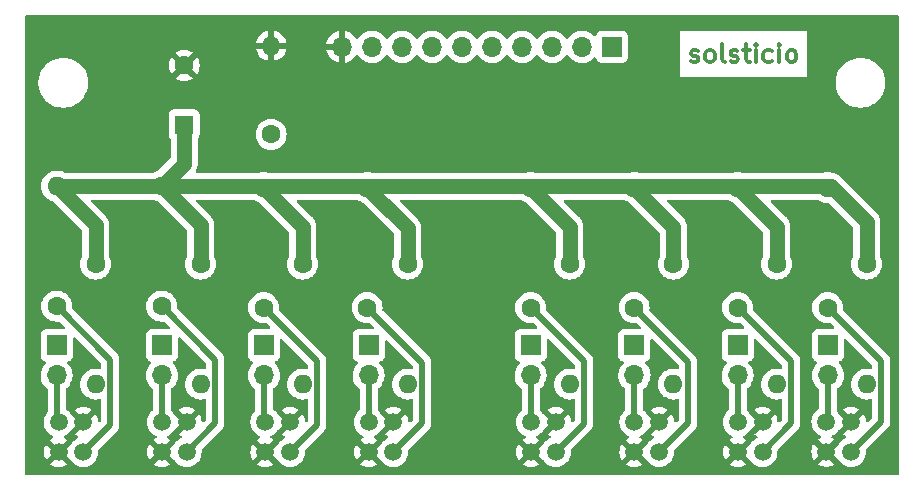
<source format=gbr>
%TF.GenerationSoftware,KiCad,Pcbnew,6.0.7-f9a2dced07~116~ubuntu20.04.1*%
%TF.CreationDate,2022-07-29T11:58:24-04:00*%
%TF.ProjectId,sensor_gnuiiium,73656e73-6f72-45f6-976e-75696969756d,rev?*%
%TF.SameCoordinates,Original*%
%TF.FileFunction,Copper,L1,Top*%
%TF.FilePolarity,Positive*%
%FSLAX46Y46*%
G04 Gerber Fmt 4.6, Leading zero omitted, Abs format (unit mm)*
G04 Created by KiCad (PCBNEW 6.0.7-f9a2dced07~116~ubuntu20.04.1) date 2022-07-29 11:58:24*
%MOMM*%
%LPD*%
G01*
G04 APERTURE LIST*
%ADD10C,0.300000*%
%TA.AperFunction,NonConductor*%
%ADD11C,0.300000*%
%TD*%
%TA.AperFunction,ComponentPad*%
%ADD12C,1.600000*%
%TD*%
%TA.AperFunction,ComponentPad*%
%ADD13O,1.600000X1.600000*%
%TD*%
%TA.AperFunction,ComponentPad*%
%ADD14C,1.500000*%
%TD*%
%TA.AperFunction,ComponentPad*%
%ADD15R,1.700000X1.700000*%
%TD*%
%TA.AperFunction,ComponentPad*%
%ADD16O,1.700000X1.700000*%
%TD*%
%TA.AperFunction,ComponentPad*%
%ADD17R,1.600000X1.600000*%
%TD*%
%TA.AperFunction,ViaPad*%
%ADD18C,1.000000*%
%TD*%
%TA.AperFunction,Conductor*%
%ADD19C,1.270000*%
%TD*%
%TA.AperFunction,Conductor*%
%ADD20C,0.508000*%
%TD*%
G04 APERTURE END LIST*
D10*
D11*
X198735714Y-84427142D02*
X198878571Y-84498571D01*
X199164285Y-84498571D01*
X199307142Y-84427142D01*
X199378571Y-84284285D01*
X199378571Y-84212857D01*
X199307142Y-84070000D01*
X199164285Y-83998571D01*
X198950000Y-83998571D01*
X198807142Y-83927142D01*
X198735714Y-83784285D01*
X198735714Y-83712857D01*
X198807142Y-83570000D01*
X198950000Y-83498571D01*
X199164285Y-83498571D01*
X199307142Y-83570000D01*
X200235714Y-84498571D02*
X200092857Y-84427142D01*
X200021428Y-84355714D01*
X199950000Y-84212857D01*
X199950000Y-83784285D01*
X200021428Y-83641428D01*
X200092857Y-83570000D01*
X200235714Y-83498571D01*
X200450000Y-83498571D01*
X200592857Y-83570000D01*
X200664285Y-83641428D01*
X200735714Y-83784285D01*
X200735714Y-84212857D01*
X200664285Y-84355714D01*
X200592857Y-84427142D01*
X200450000Y-84498571D01*
X200235714Y-84498571D01*
X201592857Y-84498571D02*
X201450000Y-84427142D01*
X201378571Y-84284285D01*
X201378571Y-82998571D01*
X202092857Y-84427142D02*
X202235714Y-84498571D01*
X202521428Y-84498571D01*
X202664285Y-84427142D01*
X202735714Y-84284285D01*
X202735714Y-84212857D01*
X202664285Y-84070000D01*
X202521428Y-83998571D01*
X202307142Y-83998571D01*
X202164285Y-83927142D01*
X202092857Y-83784285D01*
X202092857Y-83712857D01*
X202164285Y-83570000D01*
X202307142Y-83498571D01*
X202521428Y-83498571D01*
X202664285Y-83570000D01*
X203164285Y-83498571D02*
X203735714Y-83498571D01*
X203378571Y-82998571D02*
X203378571Y-84284285D01*
X203450000Y-84427142D01*
X203592857Y-84498571D01*
X203735714Y-84498571D01*
X204235714Y-84498571D02*
X204235714Y-83498571D01*
X204235714Y-82998571D02*
X204164285Y-83070000D01*
X204235714Y-83141428D01*
X204307142Y-83070000D01*
X204235714Y-82998571D01*
X204235714Y-83141428D01*
X205592857Y-84427142D02*
X205450000Y-84498571D01*
X205164285Y-84498571D01*
X205021428Y-84427142D01*
X204950000Y-84355714D01*
X204878571Y-84212857D01*
X204878571Y-83784285D01*
X204950000Y-83641428D01*
X205021428Y-83570000D01*
X205164285Y-83498571D01*
X205450000Y-83498571D01*
X205592857Y-83570000D01*
X206235714Y-84498571D02*
X206235714Y-83498571D01*
X206235714Y-82998571D02*
X206164285Y-83070000D01*
X206235714Y-83141428D01*
X206307142Y-83070000D01*
X206235714Y-82998571D01*
X206235714Y-83141428D01*
X207164285Y-84498571D02*
X207021428Y-84427142D01*
X206950000Y-84355714D01*
X206878571Y-84212857D01*
X206878571Y-83784285D01*
X206950000Y-83641428D01*
X207021428Y-83570000D01*
X207164285Y-83498571D01*
X207378571Y-83498571D01*
X207521428Y-83570000D01*
X207592857Y-83641428D01*
X207664285Y-83784285D01*
X207664285Y-84212857D01*
X207592857Y-84355714D01*
X207521428Y-84427142D01*
X207378571Y-84498571D01*
X207164285Y-84498571D01*
D12*
%TO.P,R3,1*%
%TO.N,+3V3*%
X165862000Y-101600000D03*
D13*
%TO.P,R3,2*%
%TO.N,Net-(J3-Pad1)*%
X165862000Y-111760000D03*
%TD*%
D12*
%TO.P,R10,1*%
%TO.N,s1*%
X153924000Y-105156000D03*
D13*
%TO.P,R10,2*%
%TO.N,+3V3*%
X153924000Y-94996000D03*
%TD*%
D12*
%TO.P,C1,1*%
%TO.N,+3V3*%
X163195000Y-90618000D03*
D13*
%TO.P,C1,2*%
%TO.N,GND*%
X163195000Y-83118000D03*
%TD*%
D14*
%TO.P,U8,1*%
%TO.N,s7*%
X212305000Y-117500000D03*
%TO.P,U8,2*%
%TO.N,GND*%
X212305000Y-114960000D03*
%TO.P,U8,3*%
%TO.N,Net-(J8-Pad2)*%
X210195000Y-114960000D03*
%TO.P,U8,4*%
%TO.N,GND*%
X210195000Y-117500000D03*
%TD*%
%TO.P,U6,1*%
%TO.N,s5*%
X196055000Y-117520000D03*
%TO.P,U6,2*%
%TO.N,GND*%
X196055000Y-114980000D03*
%TO.P,U6,3*%
%TO.N,Net-(J6-Pad2)*%
X193945000Y-114980000D03*
%TO.P,U6,4*%
%TO.N,GND*%
X193945000Y-117520000D03*
%TD*%
D15*
%TO.P,J5,1,Pin_1*%
%TO.N,Net-(J5-Pad1)*%
X185166000Y-108478000D03*
D16*
%TO.P,J5,2,Pin_2*%
%TO.N,Net-(J5-Pad2)*%
X185166000Y-111018000D03*
%TD*%
D12*
%TO.P,R4,1*%
%TO.N,+3V3*%
X174752000Y-101600000D03*
D13*
%TO.P,R4,2*%
%TO.N,Net-(J4-Pad1)*%
X174752000Y-111760000D03*
%TD*%
D12*
%TO.P,R1,1*%
%TO.N,+3V3*%
X148336000Y-101600000D03*
D13*
%TO.P,R1,2*%
%TO.N,Net-(J1-Pad1)*%
X148336000Y-111760000D03*
%TD*%
D14*
%TO.P,U7,1*%
%TO.N,s6*%
X204805000Y-117520000D03*
%TO.P,U7,2*%
%TO.N,GND*%
X204805000Y-114980000D03*
%TO.P,U7,3*%
%TO.N,Net-(J7-Pad2)*%
X202695000Y-114980000D03*
%TO.P,U7,4*%
%TO.N,GND*%
X202695000Y-117520000D03*
%TD*%
%TO.P,U2,1*%
%TO.N,s1*%
X156055000Y-117520000D03*
%TO.P,U2,2*%
%TO.N,GND*%
X156055000Y-114980000D03*
%TO.P,U2,3*%
%TO.N,Net-(J2-Pad2)*%
X153945000Y-114980000D03*
%TO.P,U2,4*%
%TO.N,GND*%
X153945000Y-117520000D03*
%TD*%
D15*
%TO.P,J4,1,Pin_1*%
%TO.N,Net-(J4-Pad1)*%
X171450000Y-108478000D03*
D16*
%TO.P,J4,2,Pin_2*%
%TO.N,Net-(J4-Pad2)*%
X171450000Y-111018000D03*
%TD*%
D15*
%TO.P,J1,1,Pin_1*%
%TO.N,Net-(J1-Pad1)*%
X145034000Y-108478000D03*
D16*
%TO.P,J1,2,Pin_2*%
%TO.N,Net-(J1-Pad2)*%
X145034000Y-111018000D03*
%TD*%
D12*
%TO.P,R11,1*%
%TO.N,s2*%
X162560000Y-105283000D03*
D13*
%TO.P,R11,2*%
%TO.N,+3V3*%
X162560000Y-95123000D03*
%TD*%
D12*
%TO.P,R12,1*%
%TO.N,s3*%
X171323000Y-105283000D03*
D13*
%TO.P,R12,2*%
%TO.N,+3V3*%
X171323000Y-95123000D03*
%TD*%
D15*
%TO.P,J10,1,Pin_1*%
%TO.N,s7*%
X192049400Y-83210400D03*
D16*
%TO.P,J10,2,Pin_2*%
%TO.N,s6*%
X189509400Y-83210400D03*
%TO.P,J10,3,Pin_3*%
%TO.N,s5*%
X186969400Y-83210400D03*
%TO.P,J10,4,Pin_4*%
%TO.N,s4*%
X184429400Y-83210400D03*
%TO.P,J10,5,Pin_5*%
%TO.N,s3*%
X181889400Y-83210400D03*
%TO.P,J10,6,Pin_6*%
%TO.N,s2*%
X179349400Y-83210400D03*
%TO.P,J10,7,Pin_7*%
%TO.N,s1*%
X176809400Y-83210400D03*
%TO.P,J10,8,Pin_8*%
%TO.N,s0*%
X174269400Y-83210400D03*
%TO.P,J10,9,Pin_9*%
%TO.N,+3V3*%
X171729400Y-83210400D03*
%TO.P,J10,10,Pin_10*%
%TO.N,GND*%
X169189400Y-83210400D03*
%TD*%
D17*
%TO.P,C2,1*%
%TO.N,+3V3*%
X155829000Y-89789000D03*
D12*
%TO.P,C2,2*%
%TO.N,GND*%
X155829000Y-84789000D03*
%TD*%
%TO.P,R2,1*%
%TO.N,+3V3*%
X157226000Y-101600000D03*
D13*
%TO.P,R2,2*%
%TO.N,Net-(J2-Pad1)*%
X157226000Y-111760000D03*
%TD*%
D12*
%TO.P,R7,1*%
%TO.N,+3V3*%
X205994000Y-101600000D03*
D13*
%TO.P,R7,2*%
%TO.N,Net-(J7-Pad1)*%
X205994000Y-111760000D03*
%TD*%
D12*
%TO.P,R16,1*%
%TO.N,s7*%
X210312000Y-105283000D03*
D13*
%TO.P,R16,2*%
%TO.N,+3V3*%
X210312000Y-95123000D03*
%TD*%
D12*
%TO.P,R6,1*%
%TO.N,+3V3*%
X197256000Y-101600000D03*
D13*
%TO.P,R6,2*%
%TO.N,Net-(J6-Pad1)*%
X197256000Y-111760000D03*
%TD*%
D15*
%TO.P,J7,1,Pin_1*%
%TO.N,Net-(J7-Pad1)*%
X202692000Y-108478000D03*
D16*
%TO.P,J7,2,Pin_2*%
%TO.N,Net-(J7-Pad2)*%
X202692000Y-111018000D03*
%TD*%
D12*
%TO.P,R14,1*%
%TO.N,s5*%
X193929000Y-105283000D03*
D13*
%TO.P,R14,2*%
%TO.N,+3V3*%
X193929000Y-95123000D03*
%TD*%
D14*
%TO.P,U1,1*%
%TO.N,s0*%
X147305000Y-117520000D03*
%TO.P,U1,2*%
%TO.N,GND*%
X147305000Y-114980000D03*
%TO.P,U1,3*%
%TO.N,Net-(J1-Pad2)*%
X145195000Y-114980000D03*
%TO.P,U1,4*%
%TO.N,GND*%
X145195000Y-117520000D03*
%TD*%
D12*
%TO.P,R5,1*%
%TO.N,+3V3*%
X188468000Y-101600000D03*
D13*
%TO.P,R5,2*%
%TO.N,Net-(J5-Pad1)*%
X188468000Y-111760000D03*
%TD*%
D14*
%TO.P,U5,1*%
%TO.N,s4*%
X187305000Y-117520000D03*
%TO.P,U5,2*%
%TO.N,GND*%
X187305000Y-114980000D03*
%TO.P,U5,3*%
%TO.N,Net-(J5-Pad2)*%
X185195000Y-114980000D03*
%TO.P,U5,4*%
%TO.N,GND*%
X185195000Y-117520000D03*
%TD*%
D12*
%TO.P,R15,1*%
%TO.N,s6*%
X202692000Y-105283000D03*
D13*
%TO.P,R15,2*%
%TO.N,+3V3*%
X202692000Y-95123000D03*
%TD*%
D14*
%TO.P,U3,1*%
%TO.N,s2*%
X164805000Y-117520000D03*
%TO.P,U3,2*%
%TO.N,GND*%
X164805000Y-114980000D03*
%TO.P,U3,3*%
%TO.N,Net-(J3-Pad2)*%
X162695000Y-114980000D03*
%TO.P,U3,4*%
%TO.N,GND*%
X162695000Y-117520000D03*
%TD*%
D15*
%TO.P,J8,1,Pin_1*%
%TO.N,Net-(J8-Pad1)*%
X210337000Y-108478000D03*
D16*
%TO.P,J8,2,Pin_2*%
%TO.N,Net-(J8-Pad2)*%
X210337000Y-111018000D03*
%TD*%
D14*
%TO.P,U4,1*%
%TO.N,s3*%
X173555000Y-117520000D03*
%TO.P,U4,2*%
%TO.N,GND*%
X173555000Y-114980000D03*
%TO.P,U4,3*%
%TO.N,Net-(J4-Pad2)*%
X171445000Y-114980000D03*
%TO.P,U4,4*%
%TO.N,GND*%
X171445000Y-117520000D03*
%TD*%
D15*
%TO.P,J6,1,Pin_1*%
%TO.N,Net-(J6-Pad1)*%
X193954000Y-108478000D03*
D16*
%TO.P,J6,2,Pin_2*%
%TO.N,Net-(J6-Pad2)*%
X193954000Y-111018000D03*
%TD*%
D12*
%TO.P,R13,1*%
%TO.N,s4*%
X185166000Y-105283000D03*
D13*
%TO.P,R13,2*%
%TO.N,+3V3*%
X185166000Y-95123000D03*
%TD*%
D15*
%TO.P,J2,1,Pin_1*%
%TO.N,Net-(J2-Pad1)*%
X153949000Y-108478000D03*
D16*
%TO.P,J2,2,Pin_2*%
%TO.N,Net-(J2-Pad2)*%
X153949000Y-111018000D03*
%TD*%
D15*
%TO.P,J3,1,Pin_1*%
%TO.N,Net-(J3-Pad1)*%
X162585000Y-108478000D03*
D16*
%TO.P,J3,2,Pin_2*%
%TO.N,Net-(J3-Pad2)*%
X162585000Y-111018000D03*
%TD*%
D12*
%TO.P,R8,1*%
%TO.N,+3V3*%
X213614000Y-101600000D03*
D13*
%TO.P,R8,2*%
%TO.N,Net-(J8-Pad1)*%
X213614000Y-111760000D03*
%TD*%
D12*
%TO.P,R9,1*%
%TO.N,s0*%
X145034000Y-105156000D03*
D13*
%TO.P,R9,2*%
%TO.N,+3V3*%
X145034000Y-94996000D03*
%TD*%
D18*
%TO.N,GND*%
X166139000Y-83210400D03*
X159981400Y-83118000D03*
X198750000Y-88750000D03*
X180000000Y-91250000D03*
X178750000Y-98750000D03*
X150599400Y-91250000D03*
%TD*%
D19*
%TO.N,+3V3*%
X188468000Y-101600000D02*
X188468000Y-98425000D01*
X197256000Y-98450000D02*
X193929000Y-95123000D01*
X155829000Y-89789000D02*
X155829000Y-93091000D01*
X205994000Y-98425000D02*
X202692000Y-95123000D01*
X210185000Y-94996000D02*
X210312000Y-95123000D01*
X213614000Y-101600000D02*
X213614000Y-98014600D01*
X210599400Y-95000000D02*
X210435000Y-95000000D01*
X148336000Y-98298000D02*
X145034000Y-94996000D01*
X174752000Y-101600000D02*
X174752000Y-98552000D01*
X148336000Y-101600000D02*
X148336000Y-98298000D01*
X210435000Y-95000000D02*
X210312000Y-95123000D01*
X188468000Y-98425000D02*
X185166000Y-95123000D01*
X205994000Y-101600000D02*
X205994000Y-98425000D01*
X155829000Y-93091000D02*
X153924000Y-94996000D01*
X197256000Y-101600000D02*
X197256000Y-98450000D01*
X157226000Y-98298000D02*
X153924000Y-94996000D01*
X165862000Y-101600000D02*
X165862000Y-98425000D01*
X165862000Y-98425000D02*
X162560000Y-95123000D01*
X145034000Y-94996000D02*
X210185000Y-94996000D01*
X157226000Y-101600000D02*
X157226000Y-98298000D01*
X213614000Y-98014600D02*
X210599400Y-95000000D01*
X174752000Y-98552000D02*
X171323000Y-95123000D01*
D20*
%TO.N,Net-(J1-Pad2)*%
X145034000Y-111018000D02*
X145034000Y-114819000D01*
X145034000Y-114819000D02*
X145195000Y-114980000D01*
%TO.N,Net-(J2-Pad2)*%
X153949000Y-114976000D02*
X153945000Y-114980000D01*
X153949000Y-111018000D02*
X153949000Y-114976000D01*
%TO.N,Net-(J3-Pad2)*%
X162585000Y-114870000D02*
X162695000Y-114980000D01*
X162585000Y-111018000D02*
X162585000Y-114870000D01*
%TO.N,Net-(J4-Pad2)*%
X171450000Y-114975000D02*
X171445000Y-114980000D01*
X171450000Y-111018000D02*
X171450000Y-114975000D01*
%TO.N,Net-(J5-Pad2)*%
X185166000Y-114951000D02*
X185195000Y-114980000D01*
X185166000Y-111018000D02*
X185166000Y-114951000D01*
%TO.N,Net-(J6-Pad2)*%
X193954000Y-114971000D02*
X193945000Y-114980000D01*
X193954000Y-111018000D02*
X193954000Y-114971000D01*
%TO.N,Net-(J7-Pad2)*%
X202692000Y-114977000D02*
X202695000Y-114980000D01*
X202692000Y-111018000D02*
X202692000Y-114977000D01*
%TO.N,Net-(J8-Pad2)*%
X210337000Y-111018000D02*
X210337000Y-114818000D01*
X210337000Y-114818000D02*
X210195000Y-114960000D01*
%TO.N,s7*%
X214867511Y-109838511D02*
X210312000Y-105283000D01*
X214867511Y-114937489D02*
X214867511Y-109838511D01*
X212305000Y-117500000D02*
X214867511Y-114937489D01*
%TO.N,s6*%
X204805000Y-117520000D02*
X207247511Y-115077489D01*
X207247511Y-115077489D02*
X207247511Y-109838511D01*
X207247511Y-109838511D02*
X202692000Y-105283000D01*
%TO.N,s0*%
X149589511Y-115235489D02*
X149589511Y-109711511D01*
X149589511Y-109711511D02*
X145034000Y-105156000D01*
X147305000Y-117520000D02*
X149589511Y-115235489D01*
%TO.N,s1*%
X158479511Y-109711511D02*
X153924000Y-105156000D01*
X156055000Y-117520000D02*
X158479511Y-115095489D01*
X158479511Y-115095489D02*
X158479511Y-109711511D01*
%TO.N,s2*%
X167115511Y-109838511D02*
X162560000Y-105283000D01*
X164805000Y-117520000D02*
X167115511Y-115209489D01*
X167115511Y-115209489D02*
X167115511Y-109838511D01*
%TO.N,s3*%
X173555000Y-117520000D02*
X176005511Y-115069489D01*
X176005511Y-109965511D02*
X171323000Y-105283000D01*
X176005511Y-115069489D02*
X176005511Y-109965511D01*
%TO.N,s4*%
X187305000Y-117520000D02*
X189721511Y-115103489D01*
X189721511Y-109838511D02*
X185166000Y-105283000D01*
X189721511Y-115103489D02*
X189721511Y-109838511D01*
%TO.N,s5*%
X198509511Y-109863511D02*
X193929000Y-105283000D01*
X196055000Y-117520000D02*
X198509511Y-115065489D01*
X198509511Y-115065489D02*
X198509511Y-109863511D01*
%TD*%
%TA.AperFunction,Conductor*%
%TO.N,GND*%
G36*
X216283021Y-80528502D02*
G01*
X216329514Y-80582158D01*
X216340900Y-80634500D01*
X216340900Y-119365500D01*
X216320898Y-119433621D01*
X216267242Y-119480114D01*
X216214900Y-119491500D01*
X142483900Y-119491500D01*
X142415779Y-119471498D01*
X142369286Y-119417842D01*
X142357900Y-119365500D01*
X142357900Y-118570161D01*
X144509393Y-118570161D01*
X144518687Y-118582175D01*
X144559088Y-118610464D01*
X144568584Y-118615947D01*
X144758113Y-118704326D01*
X144768405Y-118708072D01*
X144970401Y-118762196D01*
X144981196Y-118764099D01*
X145189525Y-118782326D01*
X145200475Y-118782326D01*
X145408804Y-118764099D01*
X145419599Y-118762196D01*
X145621595Y-118708072D01*
X145631887Y-118704326D01*
X145821416Y-118615947D01*
X145830912Y-118610464D01*
X145872148Y-118581590D01*
X145880523Y-118571112D01*
X145873457Y-118557668D01*
X145207811Y-117892021D01*
X145193868Y-117884408D01*
X145192034Y-117884539D01*
X145185420Y-117888790D01*
X144515820Y-118558391D01*
X144509393Y-118570161D01*
X142357900Y-118570161D01*
X142357900Y-117525475D01*
X143932674Y-117525475D01*
X143950901Y-117733804D01*
X143952804Y-117744599D01*
X144006928Y-117946595D01*
X144010674Y-117956887D01*
X144099054Y-118146417D01*
X144104534Y-118155907D01*
X144133411Y-118197149D01*
X144143887Y-118205523D01*
X144157334Y-118198455D01*
X144822979Y-117532811D01*
X144830592Y-117518868D01*
X144830461Y-117517034D01*
X144826210Y-117510420D01*
X144156609Y-116840820D01*
X144144839Y-116834393D01*
X144132824Y-116843689D01*
X144104534Y-116884093D01*
X144099054Y-116893583D01*
X144010674Y-117083113D01*
X144006928Y-117093405D01*
X143952804Y-117295401D01*
X143950901Y-117306196D01*
X143932674Y-117514525D01*
X143932674Y-117525475D01*
X142357900Y-117525475D01*
X142357900Y-110984695D01*
X143671251Y-110984695D01*
X143671548Y-110989848D01*
X143671548Y-110989851D01*
X143677011Y-111084590D01*
X143684110Y-111207715D01*
X143685247Y-111212761D01*
X143685248Y-111212767D01*
X143705119Y-111300939D01*
X143733222Y-111425639D01*
X143817266Y-111632616D01*
X143933987Y-111823088D01*
X144080250Y-111991938D01*
X144225987Y-112112931D01*
X144265620Y-112171831D01*
X144271500Y-112209873D01*
X144271500Y-114071523D01*
X144251498Y-114139644D01*
X144234595Y-114160618D01*
X144227251Y-114167962D01*
X144224094Y-114172470D01*
X144224092Y-114172473D01*
X144118105Y-114323838D01*
X144100944Y-114348347D01*
X144098621Y-114353329D01*
X144098618Y-114353334D01*
X144098502Y-114353583D01*
X144007880Y-114547924D01*
X143950885Y-114760629D01*
X143931693Y-114980000D01*
X143950885Y-115199371D01*
X144007880Y-115412076D01*
X144036876Y-115474258D01*
X144098618Y-115606666D01*
X144098621Y-115606671D01*
X144100944Y-115611653D01*
X144104100Y-115616160D01*
X144104101Y-115616162D01*
X144215976Y-115775935D01*
X144227251Y-115792038D01*
X144382962Y-115947749D01*
X144563346Y-116074056D01*
X144568328Y-116076379D01*
X144568333Y-116076382D01*
X144696359Y-116136081D01*
X144749644Y-116182998D01*
X144769105Y-116251276D01*
X144748563Y-116319236D01*
X144696359Y-116364471D01*
X144568583Y-116424054D01*
X144559093Y-116429534D01*
X144517851Y-116458411D01*
X144509477Y-116468887D01*
X144516545Y-116482334D01*
X145182189Y-117147979D01*
X145196132Y-117155592D01*
X145197966Y-117155461D01*
X145204580Y-117151210D01*
X145874180Y-116481609D01*
X145880607Y-116469839D01*
X145871313Y-116457825D01*
X145830912Y-116429536D01*
X145821416Y-116424053D01*
X145693641Y-116364471D01*
X145640356Y-116317554D01*
X145620895Y-116249276D01*
X145641437Y-116181316D01*
X145693641Y-116136081D01*
X145821667Y-116076382D01*
X145821672Y-116076379D01*
X145826654Y-116074056D01*
X146007038Y-115947749D01*
X146162749Y-115792038D01*
X146174025Y-115775935D01*
X146232317Y-115692685D01*
X146254747Y-115672934D01*
X146253801Y-115671988D01*
X146932979Y-114992811D01*
X146940592Y-114978868D01*
X146940461Y-114977034D01*
X146936210Y-114970420D01*
X146253801Y-114288012D01*
X146254628Y-114287185D01*
X146232146Y-114267071D01*
X146165912Y-114172478D01*
X146165907Y-114172472D01*
X146162749Y-114167962D01*
X146007038Y-114012251D01*
X146002527Y-114009092D01*
X145887983Y-113928887D01*
X146619477Y-113928887D01*
X146626545Y-113942334D01*
X147292189Y-114607979D01*
X147306132Y-114615592D01*
X147307966Y-114615461D01*
X147314580Y-114611210D01*
X147984180Y-113941609D01*
X147990607Y-113929839D01*
X147981313Y-113917825D01*
X147940912Y-113889536D01*
X147931416Y-113884053D01*
X147741887Y-113795674D01*
X147731595Y-113791928D01*
X147529599Y-113737804D01*
X147518804Y-113735901D01*
X147310475Y-113717674D01*
X147299525Y-113717674D01*
X147091196Y-113735901D01*
X147080401Y-113737804D01*
X146878405Y-113791928D01*
X146868113Y-113795674D01*
X146678583Y-113884054D01*
X146669093Y-113889534D01*
X146627851Y-113918411D01*
X146619477Y-113928887D01*
X145887983Y-113928887D01*
X145850229Y-113902451D01*
X145805901Y-113846993D01*
X145796500Y-113799238D01*
X145796500Y-112207780D01*
X145816502Y-112139659D01*
X145849332Y-112105201D01*
X145909652Y-112062176D01*
X145909663Y-112062167D01*
X145913860Y-112059173D01*
X146072096Y-111901489D01*
X146131594Y-111818689D01*
X146199435Y-111724277D01*
X146202453Y-111720077D01*
X146292741Y-111537393D01*
X146299136Y-111524453D01*
X146299137Y-111524451D01*
X146301430Y-111519811D01*
X146333900Y-111412940D01*
X146364865Y-111311023D01*
X146364865Y-111311021D01*
X146366370Y-111306069D01*
X146395529Y-111084590D01*
X146397156Y-111018000D01*
X146378852Y-110795361D01*
X146324431Y-110578702D01*
X146235354Y-110373840D01*
X146151644Y-110244444D01*
X146116822Y-110190617D01*
X146116820Y-110190614D01*
X146114014Y-110186277D01*
X146110532Y-110182450D01*
X145966798Y-110024488D01*
X145935746Y-109960642D01*
X145944141Y-109890143D01*
X145989317Y-109835375D01*
X146015761Y-109821706D01*
X146116614Y-109783897D01*
X146130705Y-109778615D01*
X146247261Y-109691261D01*
X146334615Y-109574705D01*
X146385745Y-109438316D01*
X146392500Y-109376134D01*
X146392500Y-107897028D01*
X146412502Y-107828907D01*
X146466158Y-107782414D01*
X146536432Y-107772310D01*
X146601012Y-107801804D01*
X146607595Y-107807933D01*
X148790106Y-109990444D01*
X148824132Y-110052756D01*
X148827011Y-110079539D01*
X148827011Y-110372701D01*
X148807009Y-110440822D01*
X148753353Y-110487315D01*
X148683079Y-110497419D01*
X148668407Y-110494410D01*
X148564087Y-110466457D01*
X148336000Y-110446502D01*
X148107913Y-110466457D01*
X148102600Y-110467881D01*
X148102598Y-110467881D01*
X147892067Y-110524293D01*
X147892065Y-110524294D01*
X147886757Y-110525716D01*
X147881776Y-110528039D01*
X147881775Y-110528039D01*
X147684238Y-110620151D01*
X147684233Y-110620154D01*
X147679251Y-110622477D01*
X147574389Y-110695902D01*
X147496211Y-110750643D01*
X147496208Y-110750645D01*
X147491700Y-110753802D01*
X147329802Y-110915700D01*
X147198477Y-111103251D01*
X147196154Y-111108233D01*
X147196151Y-111108238D01*
X147149765Y-111207715D01*
X147101716Y-111310757D01*
X147100294Y-111316065D01*
X147100293Y-111316067D01*
X147070933Y-111425639D01*
X147042457Y-111531913D01*
X147022502Y-111760000D01*
X147042457Y-111988087D01*
X147043881Y-111993400D01*
X147043881Y-111993402D01*
X147061505Y-112059173D01*
X147101716Y-112209243D01*
X147104039Y-112214224D01*
X147104039Y-112214225D01*
X147196151Y-112411762D01*
X147196154Y-112411767D01*
X147198477Y-112416749D01*
X147329802Y-112604300D01*
X147491700Y-112766198D01*
X147496208Y-112769355D01*
X147496211Y-112769357D01*
X147574389Y-112824098D01*
X147679251Y-112897523D01*
X147684233Y-112899846D01*
X147684238Y-112899849D01*
X147844988Y-112974807D01*
X147886757Y-112994284D01*
X147892065Y-112995706D01*
X147892067Y-112995707D01*
X148102598Y-113052119D01*
X148102600Y-113052119D01*
X148107913Y-113053543D01*
X148336000Y-113073498D01*
X148564087Y-113053543D01*
X148668401Y-113025592D01*
X148739376Y-113027282D01*
X148798172Y-113067076D01*
X148826120Y-113132340D01*
X148827011Y-113147299D01*
X148827011Y-114867461D01*
X148807009Y-114935582D01*
X148790106Y-114956556D01*
X148774869Y-114971793D01*
X148712557Y-115005819D01*
X148641742Y-115000754D01*
X148584906Y-114958207D01*
X148560253Y-114893680D01*
X148549099Y-114766196D01*
X148547196Y-114755401D01*
X148493072Y-114553405D01*
X148489326Y-114543113D01*
X148400946Y-114353583D01*
X148395466Y-114344093D01*
X148366589Y-114302851D01*
X148356114Y-114294477D01*
X148342665Y-114301546D01*
X147305000Y-115339210D01*
X146625822Y-116018389D01*
X146619394Y-116030161D01*
X146628690Y-116042176D01*
X146669088Y-116070464D01*
X146678584Y-116075947D01*
X146806359Y-116135529D01*
X146859644Y-116182446D01*
X146879105Y-116250724D01*
X146858563Y-116318684D01*
X146806359Y-116363919D01*
X146678334Y-116423618D01*
X146678329Y-116423621D01*
X146673347Y-116425944D01*
X146668840Y-116429100D01*
X146668838Y-116429101D01*
X146497473Y-116549092D01*
X146497470Y-116549094D01*
X146492962Y-116552251D01*
X146337251Y-116707962D01*
X146334094Y-116712470D01*
X146334092Y-116712473D01*
X146267683Y-116807315D01*
X146245253Y-116827066D01*
X146246199Y-116828012D01*
X145567021Y-117507189D01*
X145559408Y-117521132D01*
X145559539Y-117522966D01*
X145563790Y-117529580D01*
X146246199Y-118211988D01*
X146245372Y-118212815D01*
X146267854Y-118232929D01*
X146334088Y-118327522D01*
X146334092Y-118327527D01*
X146337251Y-118332038D01*
X146492962Y-118487749D01*
X146673346Y-118614056D01*
X146872924Y-118707120D01*
X147085629Y-118764115D01*
X147305000Y-118783307D01*
X147524371Y-118764115D01*
X147737076Y-118707120D01*
X147936654Y-118614056D01*
X147999342Y-118570161D01*
X153259393Y-118570161D01*
X153268687Y-118582175D01*
X153309088Y-118610464D01*
X153318584Y-118615947D01*
X153508113Y-118704326D01*
X153518405Y-118708072D01*
X153720401Y-118762196D01*
X153731196Y-118764099D01*
X153939525Y-118782326D01*
X153950475Y-118782326D01*
X154158804Y-118764099D01*
X154169599Y-118762196D01*
X154371595Y-118708072D01*
X154381887Y-118704326D01*
X154571416Y-118615947D01*
X154580912Y-118610464D01*
X154622148Y-118581590D01*
X154630523Y-118571112D01*
X154623457Y-118557668D01*
X153957811Y-117892021D01*
X153943868Y-117884408D01*
X153942034Y-117884539D01*
X153935420Y-117888790D01*
X153265820Y-118558391D01*
X153259393Y-118570161D01*
X147999342Y-118570161D01*
X148117038Y-118487749D01*
X148272749Y-118332038D01*
X148275912Y-118327522D01*
X148395899Y-118156162D01*
X148395900Y-118156160D01*
X148399056Y-118151653D01*
X148401379Y-118146671D01*
X148401382Y-118146666D01*
X148489795Y-117957061D01*
X148492120Y-117952076D01*
X148549115Y-117739371D01*
X148567828Y-117525475D01*
X152682674Y-117525475D01*
X152700901Y-117733804D01*
X152702804Y-117744599D01*
X152756928Y-117946595D01*
X152760674Y-117956887D01*
X152849054Y-118146417D01*
X152854534Y-118155907D01*
X152883411Y-118197149D01*
X152893887Y-118205523D01*
X152907334Y-118198455D01*
X153572979Y-117532811D01*
X153580592Y-117518868D01*
X153580461Y-117517034D01*
X153576210Y-117510420D01*
X152906609Y-116840820D01*
X152894839Y-116834393D01*
X152882824Y-116843689D01*
X152854534Y-116884093D01*
X152849054Y-116893583D01*
X152760674Y-117083113D01*
X152756928Y-117093405D01*
X152702804Y-117295401D01*
X152700901Y-117306196D01*
X152682674Y-117514525D01*
X152682674Y-117525475D01*
X148567828Y-117525475D01*
X148568307Y-117520000D01*
X148558547Y-117408440D01*
X148572536Y-117338837D01*
X148594973Y-117308365D01*
X150081039Y-115822299D01*
X150095452Y-115809912D01*
X150107176Y-115801284D01*
X150113075Y-115796943D01*
X150147490Y-115756434D01*
X150154420Y-115748918D01*
X150160164Y-115743174D01*
X150162438Y-115740300D01*
X150162444Y-115740293D01*
X150177883Y-115720778D01*
X150180674Y-115717374D01*
X150223456Y-115667017D01*
X150223459Y-115667013D01*
X150228195Y-115661438D01*
X150231522Y-115654923D01*
X150234903Y-115649853D01*
X150238128Y-115644631D01*
X150242671Y-115638889D01*
X150273757Y-115572377D01*
X150275663Y-115568477D01*
X150284701Y-115550778D01*
X150309054Y-115503085D01*
X150310795Y-115495968D01*
X150312922Y-115490250D01*
X150314853Y-115484444D01*
X150317954Y-115477810D01*
X150321985Y-115458434D01*
X150331558Y-115412408D01*
X150332902Y-115405950D01*
X150333870Y-115401670D01*
X150334659Y-115398449D01*
X150351315Y-115330377D01*
X150351697Y-115324229D01*
X150352011Y-115319159D01*
X150352050Y-115319161D01*
X150352283Y-115315260D01*
X150352672Y-115310901D01*
X150354163Y-115303733D01*
X150353241Y-115269645D01*
X150352057Y-115225913D01*
X150352011Y-115222504D01*
X150352011Y-110984695D01*
X152586251Y-110984695D01*
X152586548Y-110989848D01*
X152586548Y-110989851D01*
X152592011Y-111084590D01*
X152599110Y-111207715D01*
X152600247Y-111212761D01*
X152600248Y-111212767D01*
X152620119Y-111300939D01*
X152648222Y-111425639D01*
X152732266Y-111632616D01*
X152848987Y-111823088D01*
X152995250Y-111991938D01*
X153140987Y-112112931D01*
X153180620Y-112171831D01*
X153186500Y-112209873D01*
X153186500Y-113909198D01*
X153166498Y-113977319D01*
X153141496Y-114005716D01*
X153137473Y-114009092D01*
X153132962Y-114012251D01*
X152977251Y-114167962D01*
X152974094Y-114172470D01*
X152974092Y-114172473D01*
X152868105Y-114323838D01*
X152850944Y-114348347D01*
X152848621Y-114353329D01*
X152848618Y-114353334D01*
X152848502Y-114353583D01*
X152757880Y-114547924D01*
X152700885Y-114760629D01*
X152681693Y-114980000D01*
X152700885Y-115199371D01*
X152757880Y-115412076D01*
X152786876Y-115474258D01*
X152848618Y-115606666D01*
X152848621Y-115606671D01*
X152850944Y-115611653D01*
X152854100Y-115616160D01*
X152854101Y-115616162D01*
X152965976Y-115775935D01*
X152977251Y-115792038D01*
X153132962Y-115947749D01*
X153313346Y-116074056D01*
X153318328Y-116076379D01*
X153318333Y-116076382D01*
X153446359Y-116136081D01*
X153499644Y-116182998D01*
X153519105Y-116251276D01*
X153498563Y-116319236D01*
X153446359Y-116364471D01*
X153318583Y-116424054D01*
X153309093Y-116429534D01*
X153267851Y-116458411D01*
X153259477Y-116468887D01*
X153266545Y-116482334D01*
X153932189Y-117147979D01*
X153946132Y-117155592D01*
X153947966Y-117155461D01*
X153954580Y-117151210D01*
X154624180Y-116481609D01*
X154630607Y-116469839D01*
X154621313Y-116457825D01*
X154580912Y-116429536D01*
X154571416Y-116424053D01*
X154443641Y-116364471D01*
X154390356Y-116317554D01*
X154370895Y-116249276D01*
X154391437Y-116181316D01*
X154443641Y-116136081D01*
X154571667Y-116076382D01*
X154571672Y-116076379D01*
X154576654Y-116074056D01*
X154757038Y-115947749D01*
X154912749Y-115792038D01*
X154924025Y-115775935D01*
X154982317Y-115692685D01*
X155004747Y-115672934D01*
X155003801Y-115671988D01*
X155682979Y-114992811D01*
X155690592Y-114978868D01*
X155690461Y-114977034D01*
X155686210Y-114970420D01*
X155003801Y-114288012D01*
X155004628Y-114287185D01*
X154982146Y-114267071D01*
X154915912Y-114172478D01*
X154915907Y-114172472D01*
X154912749Y-114167962D01*
X154757038Y-114012251D01*
X154755819Y-114011397D01*
X154717182Y-113953324D01*
X154713471Y-113928887D01*
X155369477Y-113928887D01*
X155376545Y-113942334D01*
X156042189Y-114607979D01*
X156056132Y-114615592D01*
X156057966Y-114615461D01*
X156064580Y-114611210D01*
X156734180Y-113941609D01*
X156740607Y-113929839D01*
X156731313Y-113917825D01*
X156690912Y-113889536D01*
X156681416Y-113884053D01*
X156491887Y-113795674D01*
X156481595Y-113791928D01*
X156279599Y-113737804D01*
X156268804Y-113735901D01*
X156060475Y-113717674D01*
X156049525Y-113717674D01*
X155841196Y-113735901D01*
X155830401Y-113737804D01*
X155628405Y-113791928D01*
X155618113Y-113795674D01*
X155428583Y-113884054D01*
X155419093Y-113889534D01*
X155377851Y-113918411D01*
X155369477Y-113928887D01*
X154713471Y-113928887D01*
X154711500Y-113915912D01*
X154711500Y-112207780D01*
X154731502Y-112139659D01*
X154764332Y-112105201D01*
X154824652Y-112062176D01*
X154824663Y-112062167D01*
X154828860Y-112059173D01*
X154987096Y-111901489D01*
X155046594Y-111818689D01*
X155114435Y-111724277D01*
X155117453Y-111720077D01*
X155207741Y-111537393D01*
X155214136Y-111524453D01*
X155214137Y-111524451D01*
X155216430Y-111519811D01*
X155248900Y-111412940D01*
X155279865Y-111311023D01*
X155279865Y-111311021D01*
X155281370Y-111306069D01*
X155310529Y-111084590D01*
X155312156Y-111018000D01*
X155293852Y-110795361D01*
X155239431Y-110578702D01*
X155150354Y-110373840D01*
X155066644Y-110244444D01*
X155031822Y-110190617D01*
X155031820Y-110190614D01*
X155029014Y-110186277D01*
X155025532Y-110182450D01*
X154881798Y-110024488D01*
X154850746Y-109960642D01*
X154859141Y-109890143D01*
X154904317Y-109835375D01*
X154930761Y-109821706D01*
X155031614Y-109783897D01*
X155045705Y-109778615D01*
X155162261Y-109691261D01*
X155249615Y-109574705D01*
X155300745Y-109438316D01*
X155307500Y-109376134D01*
X155307500Y-107922028D01*
X155327502Y-107853907D01*
X155381158Y-107807414D01*
X155451432Y-107797310D01*
X155516012Y-107826804D01*
X155522595Y-107832933D01*
X157680106Y-109990444D01*
X157714132Y-110052756D01*
X157717011Y-110079539D01*
X157717011Y-110372701D01*
X157697009Y-110440822D01*
X157643353Y-110487315D01*
X157573079Y-110497419D01*
X157558407Y-110494410D01*
X157454087Y-110466457D01*
X157226000Y-110446502D01*
X156997913Y-110466457D01*
X156992600Y-110467881D01*
X156992598Y-110467881D01*
X156782067Y-110524293D01*
X156782065Y-110524294D01*
X156776757Y-110525716D01*
X156771776Y-110528039D01*
X156771775Y-110528039D01*
X156574238Y-110620151D01*
X156574233Y-110620154D01*
X156569251Y-110622477D01*
X156464389Y-110695902D01*
X156386211Y-110750643D01*
X156386208Y-110750645D01*
X156381700Y-110753802D01*
X156219802Y-110915700D01*
X156088477Y-111103251D01*
X156086154Y-111108233D01*
X156086151Y-111108238D01*
X156039765Y-111207715D01*
X155991716Y-111310757D01*
X155990294Y-111316065D01*
X155990293Y-111316067D01*
X155960933Y-111425639D01*
X155932457Y-111531913D01*
X155912502Y-111760000D01*
X155932457Y-111988087D01*
X155933881Y-111993400D01*
X155933881Y-111993402D01*
X155951505Y-112059173D01*
X155991716Y-112209243D01*
X155994039Y-112214224D01*
X155994039Y-112214225D01*
X156086151Y-112411762D01*
X156086154Y-112411767D01*
X156088477Y-112416749D01*
X156219802Y-112604300D01*
X156381700Y-112766198D01*
X156386208Y-112769355D01*
X156386211Y-112769357D01*
X156464389Y-112824098D01*
X156569251Y-112897523D01*
X156574233Y-112899846D01*
X156574238Y-112899849D01*
X156734988Y-112974807D01*
X156776757Y-112994284D01*
X156782065Y-112995706D01*
X156782067Y-112995707D01*
X156992598Y-113052119D01*
X156992600Y-113052119D01*
X156997913Y-113053543D01*
X157226000Y-113073498D01*
X157454087Y-113053543D01*
X157558401Y-113025592D01*
X157629376Y-113027282D01*
X157688172Y-113067076D01*
X157716120Y-113132340D01*
X157717011Y-113147299D01*
X157717011Y-114727461D01*
X157697009Y-114795582D01*
X157680106Y-114816556D01*
X157524869Y-114971793D01*
X157462557Y-115005819D01*
X157391742Y-115000754D01*
X157334906Y-114958207D01*
X157310253Y-114893680D01*
X157299099Y-114766196D01*
X157297196Y-114755401D01*
X157243072Y-114553405D01*
X157239326Y-114543113D01*
X157150946Y-114353583D01*
X157145466Y-114344093D01*
X157116589Y-114302851D01*
X157106113Y-114294477D01*
X157092666Y-114301545D01*
X156414210Y-114980000D01*
X156055000Y-115339210D01*
X155375823Y-116018388D01*
X155369394Y-116030162D01*
X155378690Y-116042176D01*
X155419088Y-116070464D01*
X155428584Y-116075947D01*
X155556359Y-116135529D01*
X155609644Y-116182446D01*
X155629105Y-116250724D01*
X155608563Y-116318684D01*
X155556359Y-116363919D01*
X155428334Y-116423618D01*
X155428329Y-116423621D01*
X155423347Y-116425944D01*
X155418840Y-116429100D01*
X155418838Y-116429101D01*
X155247473Y-116549092D01*
X155247470Y-116549094D01*
X155242962Y-116552251D01*
X155087251Y-116707962D01*
X155084094Y-116712470D01*
X155084092Y-116712473D01*
X155017683Y-116807315D01*
X154995253Y-116827066D01*
X154996199Y-116828012D01*
X154317021Y-117507189D01*
X154309408Y-117521132D01*
X154309539Y-117522966D01*
X154313790Y-117529580D01*
X154996199Y-118211988D01*
X154995372Y-118212815D01*
X155017854Y-118232929D01*
X155084088Y-118327522D01*
X155084092Y-118327527D01*
X155087251Y-118332038D01*
X155242962Y-118487749D01*
X155423346Y-118614056D01*
X155622924Y-118707120D01*
X155835629Y-118764115D01*
X156055000Y-118783307D01*
X156274371Y-118764115D01*
X156487076Y-118707120D01*
X156686654Y-118614056D01*
X156749342Y-118570161D01*
X162009393Y-118570161D01*
X162018687Y-118582175D01*
X162059088Y-118610464D01*
X162068584Y-118615947D01*
X162258113Y-118704326D01*
X162268405Y-118708072D01*
X162470401Y-118762196D01*
X162481196Y-118764099D01*
X162689525Y-118782326D01*
X162700475Y-118782326D01*
X162908804Y-118764099D01*
X162919599Y-118762196D01*
X163121595Y-118708072D01*
X163131887Y-118704326D01*
X163321416Y-118615947D01*
X163330912Y-118610464D01*
X163372148Y-118581590D01*
X163380523Y-118571112D01*
X163373457Y-118557668D01*
X162707811Y-117892021D01*
X162693868Y-117884408D01*
X162692034Y-117884539D01*
X162685420Y-117888790D01*
X162015820Y-118558391D01*
X162009393Y-118570161D01*
X156749342Y-118570161D01*
X156867038Y-118487749D01*
X157022749Y-118332038D01*
X157025912Y-118327522D01*
X157145899Y-118156162D01*
X157145900Y-118156160D01*
X157149056Y-118151653D01*
X157151379Y-118146671D01*
X157151382Y-118146666D01*
X157239795Y-117957061D01*
X157242120Y-117952076D01*
X157299115Y-117739371D01*
X157317828Y-117525475D01*
X161432674Y-117525475D01*
X161450901Y-117733804D01*
X161452804Y-117744599D01*
X161506928Y-117946595D01*
X161510674Y-117956887D01*
X161599054Y-118146417D01*
X161604534Y-118155907D01*
X161633411Y-118197149D01*
X161643887Y-118205523D01*
X161657334Y-118198455D01*
X162322979Y-117532811D01*
X162330592Y-117518868D01*
X162330461Y-117517034D01*
X162326210Y-117510420D01*
X161656609Y-116840820D01*
X161644839Y-116834393D01*
X161632824Y-116843689D01*
X161604534Y-116884093D01*
X161599054Y-116893583D01*
X161510674Y-117083113D01*
X161506928Y-117093405D01*
X161452804Y-117295401D01*
X161450901Y-117306196D01*
X161432674Y-117514525D01*
X161432674Y-117525475D01*
X157317828Y-117525475D01*
X157318307Y-117520000D01*
X157308547Y-117408440D01*
X157322536Y-117338837D01*
X157344973Y-117308365D01*
X158971039Y-115682299D01*
X158985452Y-115669912D01*
X158997176Y-115661284D01*
X159003075Y-115656943D01*
X159033305Y-115621360D01*
X159037490Y-115616434D01*
X159044420Y-115608918D01*
X159050164Y-115603174D01*
X159052438Y-115600300D01*
X159052444Y-115600293D01*
X159067883Y-115580778D01*
X159070674Y-115577374D01*
X159113456Y-115527017D01*
X159113459Y-115527013D01*
X159118195Y-115521438D01*
X159121522Y-115514923D01*
X159124903Y-115509853D01*
X159128128Y-115504631D01*
X159132671Y-115498889D01*
X159163757Y-115432377D01*
X159165663Y-115428477D01*
X159171492Y-115417061D01*
X159199054Y-115363085D01*
X159200795Y-115355968D01*
X159202922Y-115350250D01*
X159204853Y-115344444D01*
X159207954Y-115337810D01*
X159210667Y-115324770D01*
X159222900Y-115265958D01*
X159223870Y-115261670D01*
X159230168Y-115235934D01*
X159241315Y-115190377D01*
X159241669Y-115184681D01*
X159242011Y-115179159D01*
X159242050Y-115179161D01*
X159242283Y-115175260D01*
X159242672Y-115170901D01*
X159244163Y-115163733D01*
X159243921Y-115154772D01*
X159242537Y-115103645D01*
X159242057Y-115085912D01*
X159242011Y-115082503D01*
X159242011Y-110984695D01*
X161222251Y-110984695D01*
X161222548Y-110989848D01*
X161222548Y-110989851D01*
X161228011Y-111084590D01*
X161235110Y-111207715D01*
X161236247Y-111212761D01*
X161236248Y-111212767D01*
X161256119Y-111300939D01*
X161284222Y-111425639D01*
X161368266Y-111632616D01*
X161484987Y-111823088D01*
X161631250Y-111991938D01*
X161776987Y-112112931D01*
X161816620Y-112171831D01*
X161822500Y-112209873D01*
X161822500Y-114020523D01*
X161802498Y-114088644D01*
X161785595Y-114109618D01*
X161727251Y-114167962D01*
X161724094Y-114172470D01*
X161724092Y-114172473D01*
X161618105Y-114323838D01*
X161600944Y-114348347D01*
X161598621Y-114353329D01*
X161598618Y-114353334D01*
X161598502Y-114353583D01*
X161507880Y-114547924D01*
X161450885Y-114760629D01*
X161431693Y-114980000D01*
X161450885Y-115199371D01*
X161507880Y-115412076D01*
X161536876Y-115474258D01*
X161598618Y-115606666D01*
X161598621Y-115606671D01*
X161600944Y-115611653D01*
X161604100Y-115616160D01*
X161604101Y-115616162D01*
X161715976Y-115775935D01*
X161727251Y-115792038D01*
X161882962Y-115947749D01*
X162063346Y-116074056D01*
X162068328Y-116076379D01*
X162068333Y-116076382D01*
X162196359Y-116136081D01*
X162249644Y-116182998D01*
X162269105Y-116251276D01*
X162248563Y-116319236D01*
X162196359Y-116364471D01*
X162068583Y-116424054D01*
X162059093Y-116429534D01*
X162017851Y-116458411D01*
X162009477Y-116468887D01*
X162016545Y-116482334D01*
X162682189Y-117147979D01*
X162696132Y-117155592D01*
X162697966Y-117155461D01*
X162704580Y-117151210D01*
X163374180Y-116481609D01*
X163380607Y-116469839D01*
X163371313Y-116457825D01*
X163330912Y-116429536D01*
X163321416Y-116424053D01*
X163193641Y-116364471D01*
X163140356Y-116317554D01*
X163120895Y-116249276D01*
X163141437Y-116181316D01*
X163193641Y-116136081D01*
X163321667Y-116076382D01*
X163321672Y-116076379D01*
X163326654Y-116074056D01*
X163507038Y-115947749D01*
X163662749Y-115792038D01*
X163674025Y-115775935D01*
X163732317Y-115692685D01*
X163754747Y-115672934D01*
X163753801Y-115671988D01*
X164432979Y-114992811D01*
X164440592Y-114978868D01*
X164440461Y-114977034D01*
X164436210Y-114970420D01*
X163753801Y-114288012D01*
X163754628Y-114287185D01*
X163732146Y-114267071D01*
X163665912Y-114172478D01*
X163665907Y-114172472D01*
X163662749Y-114167962D01*
X163507038Y-114012251D01*
X163502528Y-114009093D01*
X163502522Y-114009088D01*
X163401230Y-113938163D01*
X163393815Y-113928887D01*
X164119477Y-113928887D01*
X164126545Y-113942334D01*
X164792189Y-114607979D01*
X164806132Y-114615592D01*
X164807966Y-114615461D01*
X164814580Y-114611210D01*
X165484180Y-113941609D01*
X165490607Y-113929839D01*
X165481313Y-113917825D01*
X165440912Y-113889536D01*
X165431416Y-113884053D01*
X165241887Y-113795674D01*
X165231595Y-113791928D01*
X165029599Y-113737804D01*
X165018804Y-113735901D01*
X164810475Y-113717674D01*
X164799525Y-113717674D01*
X164591196Y-113735901D01*
X164580401Y-113737804D01*
X164378405Y-113791928D01*
X164368113Y-113795674D01*
X164178583Y-113884054D01*
X164169093Y-113889534D01*
X164127851Y-113918411D01*
X164119477Y-113928887D01*
X163393815Y-113928887D01*
X163356901Y-113882706D01*
X163347500Y-113834950D01*
X163347500Y-112207780D01*
X163367502Y-112139659D01*
X163400332Y-112105201D01*
X163460652Y-112062176D01*
X163460663Y-112062167D01*
X163464860Y-112059173D01*
X163623096Y-111901489D01*
X163682594Y-111818689D01*
X163750435Y-111724277D01*
X163753453Y-111720077D01*
X163843741Y-111537393D01*
X163850136Y-111524453D01*
X163850137Y-111524451D01*
X163852430Y-111519811D01*
X163884900Y-111412940D01*
X163915865Y-111311023D01*
X163915865Y-111311021D01*
X163917370Y-111306069D01*
X163946529Y-111084590D01*
X163948156Y-111018000D01*
X163929852Y-110795361D01*
X163875431Y-110578702D01*
X163786354Y-110373840D01*
X163702644Y-110244444D01*
X163667822Y-110190617D01*
X163667820Y-110190614D01*
X163665014Y-110186277D01*
X163661532Y-110182450D01*
X163517798Y-110024488D01*
X163486746Y-109960642D01*
X163495141Y-109890143D01*
X163540317Y-109835375D01*
X163566761Y-109821706D01*
X163667614Y-109783897D01*
X163681705Y-109778615D01*
X163798261Y-109691261D01*
X163885615Y-109574705D01*
X163936745Y-109438316D01*
X163943500Y-109376134D01*
X163943500Y-108049028D01*
X163963502Y-107980907D01*
X164017158Y-107934414D01*
X164087432Y-107924310D01*
X164152012Y-107953804D01*
X164158595Y-107959933D01*
X166316106Y-110117444D01*
X166350132Y-110179756D01*
X166353011Y-110206539D01*
X166353011Y-110372701D01*
X166333009Y-110440822D01*
X166279353Y-110487315D01*
X166209079Y-110497419D01*
X166194407Y-110494410D01*
X166090087Y-110466457D01*
X165862000Y-110446502D01*
X165633913Y-110466457D01*
X165628600Y-110467881D01*
X165628598Y-110467881D01*
X165418067Y-110524293D01*
X165418065Y-110524294D01*
X165412757Y-110525716D01*
X165407776Y-110528039D01*
X165407775Y-110528039D01*
X165210238Y-110620151D01*
X165210233Y-110620154D01*
X165205251Y-110622477D01*
X165100389Y-110695902D01*
X165022211Y-110750643D01*
X165022208Y-110750645D01*
X165017700Y-110753802D01*
X164855802Y-110915700D01*
X164724477Y-111103251D01*
X164722154Y-111108233D01*
X164722151Y-111108238D01*
X164675765Y-111207715D01*
X164627716Y-111310757D01*
X164626294Y-111316065D01*
X164626293Y-111316067D01*
X164596933Y-111425639D01*
X164568457Y-111531913D01*
X164548502Y-111760000D01*
X164568457Y-111988087D01*
X164569881Y-111993400D01*
X164569881Y-111993402D01*
X164587505Y-112059173D01*
X164627716Y-112209243D01*
X164630039Y-112214224D01*
X164630039Y-112214225D01*
X164722151Y-112411762D01*
X164722154Y-112411767D01*
X164724477Y-112416749D01*
X164855802Y-112604300D01*
X165017700Y-112766198D01*
X165022208Y-112769355D01*
X165022211Y-112769357D01*
X165100389Y-112824098D01*
X165205251Y-112897523D01*
X165210233Y-112899846D01*
X165210238Y-112899849D01*
X165370988Y-112974807D01*
X165412757Y-112994284D01*
X165418065Y-112995706D01*
X165418067Y-112995707D01*
X165628598Y-113052119D01*
X165628600Y-113052119D01*
X165633913Y-113053543D01*
X165862000Y-113073498D01*
X166090087Y-113053543D01*
X166194401Y-113025592D01*
X166265376Y-113027282D01*
X166324172Y-113067076D01*
X166352120Y-113132340D01*
X166353011Y-113147299D01*
X166353011Y-114841461D01*
X166333009Y-114909582D01*
X166316106Y-114930556D01*
X166274869Y-114971793D01*
X166212557Y-115005819D01*
X166141742Y-115000754D01*
X166084906Y-114958207D01*
X166060253Y-114893680D01*
X166049099Y-114766196D01*
X166047196Y-114755401D01*
X165993072Y-114553405D01*
X165989326Y-114543113D01*
X165900946Y-114353583D01*
X165895466Y-114344093D01*
X165866589Y-114302851D01*
X165856114Y-114294477D01*
X165842665Y-114301546D01*
X164805000Y-115339210D01*
X164125822Y-116018389D01*
X164119394Y-116030161D01*
X164128690Y-116042176D01*
X164169088Y-116070464D01*
X164178584Y-116075947D01*
X164306359Y-116135529D01*
X164359644Y-116182446D01*
X164379105Y-116250724D01*
X164358563Y-116318684D01*
X164306359Y-116363919D01*
X164178334Y-116423618D01*
X164178329Y-116423621D01*
X164173347Y-116425944D01*
X164168840Y-116429100D01*
X164168838Y-116429101D01*
X163997473Y-116549092D01*
X163997470Y-116549094D01*
X163992962Y-116552251D01*
X163837251Y-116707962D01*
X163834094Y-116712470D01*
X163834092Y-116712473D01*
X163767683Y-116807315D01*
X163745253Y-116827066D01*
X163746199Y-116828012D01*
X163067021Y-117507189D01*
X163059408Y-117521132D01*
X163059539Y-117522966D01*
X163063790Y-117529580D01*
X163746199Y-118211988D01*
X163745372Y-118212815D01*
X163767854Y-118232929D01*
X163834088Y-118327522D01*
X163834092Y-118327527D01*
X163837251Y-118332038D01*
X163992962Y-118487749D01*
X164173346Y-118614056D01*
X164372924Y-118707120D01*
X164585629Y-118764115D01*
X164805000Y-118783307D01*
X165024371Y-118764115D01*
X165237076Y-118707120D01*
X165436654Y-118614056D01*
X165499342Y-118570161D01*
X170759393Y-118570161D01*
X170768687Y-118582175D01*
X170809088Y-118610464D01*
X170818584Y-118615947D01*
X171008113Y-118704326D01*
X171018405Y-118708072D01*
X171220401Y-118762196D01*
X171231196Y-118764099D01*
X171439525Y-118782326D01*
X171450475Y-118782326D01*
X171658804Y-118764099D01*
X171669599Y-118762196D01*
X171871595Y-118708072D01*
X171881887Y-118704326D01*
X172071416Y-118615947D01*
X172080912Y-118610464D01*
X172122148Y-118581590D01*
X172130523Y-118571112D01*
X172123457Y-118557668D01*
X171457811Y-117892021D01*
X171443868Y-117884408D01*
X171442034Y-117884539D01*
X171435420Y-117888790D01*
X170765820Y-118558391D01*
X170759393Y-118570161D01*
X165499342Y-118570161D01*
X165617038Y-118487749D01*
X165772749Y-118332038D01*
X165775912Y-118327522D01*
X165895899Y-118156162D01*
X165895900Y-118156160D01*
X165899056Y-118151653D01*
X165901379Y-118146671D01*
X165901382Y-118146666D01*
X165989795Y-117957061D01*
X165992120Y-117952076D01*
X166049115Y-117739371D01*
X166067828Y-117525475D01*
X170182674Y-117525475D01*
X170200901Y-117733804D01*
X170202804Y-117744599D01*
X170256928Y-117946595D01*
X170260674Y-117956887D01*
X170349054Y-118146417D01*
X170354534Y-118155907D01*
X170383411Y-118197149D01*
X170393887Y-118205523D01*
X170407334Y-118198455D01*
X171072979Y-117532811D01*
X171080592Y-117518868D01*
X171080461Y-117517034D01*
X171076210Y-117510420D01*
X170406609Y-116840820D01*
X170394839Y-116834393D01*
X170382824Y-116843689D01*
X170354534Y-116884093D01*
X170349054Y-116893583D01*
X170260674Y-117083113D01*
X170256928Y-117093405D01*
X170202804Y-117295401D01*
X170200901Y-117306196D01*
X170182674Y-117514525D01*
X170182674Y-117525475D01*
X166067828Y-117525475D01*
X166068307Y-117520000D01*
X166058547Y-117408440D01*
X166072536Y-117338837D01*
X166094973Y-117308365D01*
X167607039Y-115796299D01*
X167621452Y-115783912D01*
X167639075Y-115770943D01*
X167673490Y-115730434D01*
X167680420Y-115722918D01*
X167686164Y-115717174D01*
X167688438Y-115714300D01*
X167688444Y-115714293D01*
X167703883Y-115694778D01*
X167706674Y-115691374D01*
X167749456Y-115641017D01*
X167749459Y-115641013D01*
X167754195Y-115635438D01*
X167757523Y-115628921D01*
X167760900Y-115623857D01*
X167764127Y-115618633D01*
X167768671Y-115612889D01*
X167789428Y-115568477D01*
X167799743Y-115546407D01*
X167801674Y-115542456D01*
X167825682Y-115495438D01*
X167835054Y-115477085D01*
X167836795Y-115469970D01*
X167838932Y-115464224D01*
X167840856Y-115458441D01*
X167843955Y-115451810D01*
X167858905Y-115379932D01*
X167859874Y-115375651D01*
X167861498Y-115369017D01*
X167877315Y-115304377D01*
X167878011Y-115293159D01*
X167878050Y-115293161D01*
X167878283Y-115289260D01*
X167878672Y-115284901D01*
X167880163Y-115277733D01*
X167878057Y-115199912D01*
X167878011Y-115196503D01*
X167878011Y-109905879D01*
X167879444Y-109886928D01*
X167880041Y-109883008D01*
X167882734Y-109865303D01*
X167880392Y-109836500D01*
X167878426Y-109812336D01*
X167878011Y-109802122D01*
X167878011Y-109793986D01*
X167877419Y-109788904D01*
X167874701Y-109765599D01*
X167874268Y-109761220D01*
X167868914Y-109695383D01*
X167868913Y-109695380D01*
X167868320Y-109688084D01*
X167866065Y-109681122D01*
X167864865Y-109675118D01*
X167863459Y-109669171D01*
X167862612Y-109661904D01*
X167837564Y-109592898D01*
X167836136Y-109588738D01*
X167815779Y-109525898D01*
X167815777Y-109525893D01*
X167813523Y-109518936D01*
X167809728Y-109512683D01*
X167807173Y-109507101D01*
X167804441Y-109501646D01*
X167801945Y-109494770D01*
X167761692Y-109433374D01*
X167759345Y-109429655D01*
X167753197Y-109419523D01*
X167721283Y-109366930D01*
X167713843Y-109358505D01*
X167713871Y-109358480D01*
X167711277Y-109355555D01*
X167708472Y-109352201D01*
X167704457Y-109346076D01*
X167647924Y-109292522D01*
X167645483Y-109290145D01*
X163896126Y-105540788D01*
X163862100Y-105478476D01*
X163859700Y-105440711D01*
X163873019Y-105288475D01*
X163873498Y-105283000D01*
X170009502Y-105283000D01*
X170029457Y-105511087D01*
X170088716Y-105732243D01*
X170091039Y-105737224D01*
X170091039Y-105737225D01*
X170183151Y-105934762D01*
X170183154Y-105934767D01*
X170185477Y-105939749D01*
X170316802Y-106127300D01*
X170478700Y-106289198D01*
X170483208Y-106292355D01*
X170483211Y-106292357D01*
X170561389Y-106347098D01*
X170666251Y-106420523D01*
X170671233Y-106422846D01*
X170671238Y-106422849D01*
X170819805Y-106492126D01*
X170873757Y-106517284D01*
X170879065Y-106518706D01*
X170879067Y-106518707D01*
X171089598Y-106575119D01*
X171089600Y-106575119D01*
X171094913Y-106576543D01*
X171323000Y-106596498D01*
X171328475Y-106596019D01*
X171480711Y-106582700D01*
X171550316Y-106596689D01*
X171580788Y-106619126D01*
X171866067Y-106904405D01*
X171900093Y-106966717D01*
X171895028Y-107037532D01*
X171852481Y-107094368D01*
X171785961Y-107119179D01*
X171776972Y-107119500D01*
X170551866Y-107119500D01*
X170489684Y-107126255D01*
X170353295Y-107177385D01*
X170236739Y-107264739D01*
X170149385Y-107381295D01*
X170098255Y-107517684D01*
X170091500Y-107579866D01*
X170091500Y-109376134D01*
X170098255Y-109438316D01*
X170149385Y-109574705D01*
X170236739Y-109691261D01*
X170353295Y-109778615D01*
X170361704Y-109781767D01*
X170361705Y-109781768D01*
X170470451Y-109822535D01*
X170527216Y-109865176D01*
X170551916Y-109931738D01*
X170536709Y-110001087D01*
X170517316Y-110027568D01*
X170390629Y-110160138D01*
X170387715Y-110164410D01*
X170387714Y-110164411D01*
X170333119Y-110244444D01*
X170264743Y-110344680D01*
X170249003Y-110378590D01*
X170181370Y-110524293D01*
X170170688Y-110547305D01*
X170110989Y-110762570D01*
X170087251Y-110984695D01*
X170087548Y-110989848D01*
X170087548Y-110989851D01*
X170093011Y-111084590D01*
X170100110Y-111207715D01*
X170101247Y-111212761D01*
X170101248Y-111212767D01*
X170121119Y-111300939D01*
X170149222Y-111425639D01*
X170233266Y-111632616D01*
X170349987Y-111823088D01*
X170496250Y-111991938D01*
X170641987Y-112112931D01*
X170681620Y-112171831D01*
X170687500Y-112209873D01*
X170687500Y-113908472D01*
X170667498Y-113976593D01*
X170640737Y-114004426D01*
X170641686Y-114005557D01*
X170637473Y-114009092D01*
X170632962Y-114012251D01*
X170477251Y-114167962D01*
X170474094Y-114172470D01*
X170474092Y-114172473D01*
X170368105Y-114323838D01*
X170350944Y-114348347D01*
X170348621Y-114353329D01*
X170348618Y-114353334D01*
X170348502Y-114353583D01*
X170257880Y-114547924D01*
X170200885Y-114760629D01*
X170181693Y-114980000D01*
X170200885Y-115199371D01*
X170257880Y-115412076D01*
X170286876Y-115474258D01*
X170348618Y-115606666D01*
X170348621Y-115606671D01*
X170350944Y-115611653D01*
X170354100Y-115616160D01*
X170354101Y-115616162D01*
X170465976Y-115775935D01*
X170477251Y-115792038D01*
X170632962Y-115947749D01*
X170813346Y-116074056D01*
X170818328Y-116076379D01*
X170818333Y-116076382D01*
X170946359Y-116136081D01*
X170999644Y-116182998D01*
X171019105Y-116251276D01*
X170998563Y-116319236D01*
X170946359Y-116364471D01*
X170818583Y-116424054D01*
X170809093Y-116429534D01*
X170767851Y-116458411D01*
X170759477Y-116468887D01*
X170766545Y-116482334D01*
X171432189Y-117147979D01*
X171446132Y-117155592D01*
X171447966Y-117155461D01*
X171454580Y-117151210D01*
X172124180Y-116481609D01*
X172130607Y-116469839D01*
X172121313Y-116457825D01*
X172080912Y-116429536D01*
X172071416Y-116424053D01*
X171943641Y-116364471D01*
X171890356Y-116317554D01*
X171870895Y-116249276D01*
X171891437Y-116181316D01*
X171943641Y-116136081D01*
X172071667Y-116076382D01*
X172071672Y-116076379D01*
X172076654Y-116074056D01*
X172257038Y-115947749D01*
X172412749Y-115792038D01*
X172424025Y-115775935D01*
X172482317Y-115692685D01*
X172504747Y-115672934D01*
X172503801Y-115671988D01*
X173182979Y-114992811D01*
X173190592Y-114978868D01*
X173190461Y-114977034D01*
X173186210Y-114970420D01*
X172503801Y-114288012D01*
X172504628Y-114287185D01*
X172482146Y-114267071D01*
X172415912Y-114172478D01*
X172415907Y-114172472D01*
X172412749Y-114167962D01*
X172257038Y-114012251D01*
X172256646Y-114011977D01*
X172218182Y-113954162D01*
X172214343Y-113928887D01*
X172869477Y-113928887D01*
X172876545Y-113942334D01*
X173542189Y-114607979D01*
X173556132Y-114615592D01*
X173557966Y-114615461D01*
X173564580Y-114611210D01*
X174234180Y-113941609D01*
X174240607Y-113929839D01*
X174231313Y-113917825D01*
X174190912Y-113889536D01*
X174181416Y-113884053D01*
X173991887Y-113795674D01*
X173981595Y-113791928D01*
X173779599Y-113737804D01*
X173768804Y-113735901D01*
X173560475Y-113717674D01*
X173549525Y-113717674D01*
X173341196Y-113735901D01*
X173330401Y-113737804D01*
X173128405Y-113791928D01*
X173118113Y-113795674D01*
X172928583Y-113884054D01*
X172919093Y-113889534D01*
X172877851Y-113918411D01*
X172869477Y-113928887D01*
X172214343Y-113928887D01*
X172212500Y-113916751D01*
X172212500Y-112207780D01*
X172232502Y-112139659D01*
X172265332Y-112105201D01*
X172325652Y-112062176D01*
X172325663Y-112062167D01*
X172329860Y-112059173D01*
X172488096Y-111901489D01*
X172547594Y-111818689D01*
X172615435Y-111724277D01*
X172618453Y-111720077D01*
X172708741Y-111537393D01*
X172715136Y-111524453D01*
X172715137Y-111524451D01*
X172717430Y-111519811D01*
X172749900Y-111412940D01*
X172780865Y-111311023D01*
X172780865Y-111311021D01*
X172782370Y-111306069D01*
X172811529Y-111084590D01*
X172813156Y-111018000D01*
X172794852Y-110795361D01*
X172740431Y-110578702D01*
X172651354Y-110373840D01*
X172567644Y-110244444D01*
X172532822Y-110190617D01*
X172532820Y-110190614D01*
X172530014Y-110186277D01*
X172526532Y-110182450D01*
X172382798Y-110024488D01*
X172351746Y-109960642D01*
X172360141Y-109890143D01*
X172405317Y-109835375D01*
X172431761Y-109821706D01*
X172532614Y-109783897D01*
X172546705Y-109778615D01*
X172663261Y-109691261D01*
X172750615Y-109574705D01*
X172801745Y-109438316D01*
X172808500Y-109376134D01*
X172808500Y-108151028D01*
X172828502Y-108082907D01*
X172882158Y-108036414D01*
X172952432Y-108026310D01*
X173017012Y-108055804D01*
X173023595Y-108061933D01*
X175206106Y-110244444D01*
X175240132Y-110306756D01*
X175243011Y-110333539D01*
X175243011Y-110372701D01*
X175223009Y-110440822D01*
X175169353Y-110487315D01*
X175099079Y-110497419D01*
X175084407Y-110494410D01*
X174980087Y-110466457D01*
X174752000Y-110446502D01*
X174523913Y-110466457D01*
X174518600Y-110467881D01*
X174518598Y-110467881D01*
X174308067Y-110524293D01*
X174308065Y-110524294D01*
X174302757Y-110525716D01*
X174297776Y-110528039D01*
X174297775Y-110528039D01*
X174100238Y-110620151D01*
X174100233Y-110620154D01*
X174095251Y-110622477D01*
X173990389Y-110695902D01*
X173912211Y-110750643D01*
X173912208Y-110750645D01*
X173907700Y-110753802D01*
X173745802Y-110915700D01*
X173614477Y-111103251D01*
X173612154Y-111108233D01*
X173612151Y-111108238D01*
X173565765Y-111207715D01*
X173517716Y-111310757D01*
X173516294Y-111316065D01*
X173516293Y-111316067D01*
X173486933Y-111425639D01*
X173458457Y-111531913D01*
X173438502Y-111760000D01*
X173458457Y-111988087D01*
X173459881Y-111993400D01*
X173459881Y-111993402D01*
X173477505Y-112059173D01*
X173517716Y-112209243D01*
X173520039Y-112214224D01*
X173520039Y-112214225D01*
X173612151Y-112411762D01*
X173612154Y-112411767D01*
X173614477Y-112416749D01*
X173745802Y-112604300D01*
X173907700Y-112766198D01*
X173912208Y-112769355D01*
X173912211Y-112769357D01*
X173990389Y-112824098D01*
X174095251Y-112897523D01*
X174100233Y-112899846D01*
X174100238Y-112899849D01*
X174260988Y-112974807D01*
X174302757Y-112994284D01*
X174308065Y-112995706D01*
X174308067Y-112995707D01*
X174518598Y-113052119D01*
X174518600Y-113052119D01*
X174523913Y-113053543D01*
X174752000Y-113073498D01*
X174980087Y-113053543D01*
X175084401Y-113025592D01*
X175155376Y-113027282D01*
X175214172Y-113067076D01*
X175242120Y-113132340D01*
X175243011Y-113147299D01*
X175243011Y-114701461D01*
X175223009Y-114769582D01*
X175206106Y-114790556D01*
X175024869Y-114971793D01*
X174962557Y-115005819D01*
X174891742Y-115000754D01*
X174834906Y-114958207D01*
X174810253Y-114893680D01*
X174799099Y-114766196D01*
X174797196Y-114755401D01*
X174743072Y-114553405D01*
X174739326Y-114543113D01*
X174650946Y-114353583D01*
X174645466Y-114344093D01*
X174616589Y-114302851D01*
X174606114Y-114294477D01*
X174592665Y-114301546D01*
X173555000Y-115339210D01*
X172875822Y-116018389D01*
X172869394Y-116030161D01*
X172878690Y-116042176D01*
X172919088Y-116070464D01*
X172928584Y-116075947D01*
X173056359Y-116135529D01*
X173109644Y-116182446D01*
X173129105Y-116250724D01*
X173108563Y-116318684D01*
X173056359Y-116363919D01*
X172928334Y-116423618D01*
X172928329Y-116423621D01*
X172923347Y-116425944D01*
X172918840Y-116429100D01*
X172918838Y-116429101D01*
X172747473Y-116549092D01*
X172747470Y-116549094D01*
X172742962Y-116552251D01*
X172587251Y-116707962D01*
X172584094Y-116712470D01*
X172584092Y-116712473D01*
X172517683Y-116807315D01*
X172495253Y-116827066D01*
X172496199Y-116828012D01*
X171817021Y-117507189D01*
X171809408Y-117521132D01*
X171809539Y-117522966D01*
X171813790Y-117529580D01*
X172496199Y-118211988D01*
X172495372Y-118212815D01*
X172517854Y-118232929D01*
X172584088Y-118327522D01*
X172584092Y-118327527D01*
X172587251Y-118332038D01*
X172742962Y-118487749D01*
X172923346Y-118614056D01*
X173122924Y-118707120D01*
X173335629Y-118764115D01*
X173555000Y-118783307D01*
X173774371Y-118764115D01*
X173987076Y-118707120D01*
X174186654Y-118614056D01*
X174249342Y-118570161D01*
X184509393Y-118570161D01*
X184518687Y-118582175D01*
X184559088Y-118610464D01*
X184568584Y-118615947D01*
X184758113Y-118704326D01*
X184768405Y-118708072D01*
X184970401Y-118762196D01*
X184981196Y-118764099D01*
X185189525Y-118782326D01*
X185200475Y-118782326D01*
X185408804Y-118764099D01*
X185419599Y-118762196D01*
X185621595Y-118708072D01*
X185631887Y-118704326D01*
X185821416Y-118615947D01*
X185830912Y-118610464D01*
X185872148Y-118581590D01*
X185880523Y-118571112D01*
X185873457Y-118557668D01*
X185207811Y-117892021D01*
X185193868Y-117884408D01*
X185192034Y-117884539D01*
X185185420Y-117888790D01*
X184515820Y-118558391D01*
X184509393Y-118570161D01*
X174249342Y-118570161D01*
X174367038Y-118487749D01*
X174522749Y-118332038D01*
X174525912Y-118327522D01*
X174645899Y-118156162D01*
X174645900Y-118156160D01*
X174649056Y-118151653D01*
X174651379Y-118146671D01*
X174651382Y-118146666D01*
X174739795Y-117957061D01*
X174742120Y-117952076D01*
X174799115Y-117739371D01*
X174817828Y-117525475D01*
X183932674Y-117525475D01*
X183950901Y-117733804D01*
X183952804Y-117744599D01*
X184006928Y-117946595D01*
X184010674Y-117956887D01*
X184099054Y-118146417D01*
X184104534Y-118155907D01*
X184133411Y-118197149D01*
X184143887Y-118205523D01*
X184157334Y-118198455D01*
X184822979Y-117532811D01*
X184830592Y-117518868D01*
X184830461Y-117517034D01*
X184826210Y-117510420D01*
X184156609Y-116840820D01*
X184144839Y-116834393D01*
X184132824Y-116843689D01*
X184104534Y-116884093D01*
X184099054Y-116893583D01*
X184010674Y-117083113D01*
X184006928Y-117093405D01*
X183952804Y-117295401D01*
X183950901Y-117306196D01*
X183932674Y-117514525D01*
X183932674Y-117525475D01*
X174817828Y-117525475D01*
X174818307Y-117520000D01*
X174808547Y-117408440D01*
X174822536Y-117338837D01*
X174844973Y-117308365D01*
X176497039Y-115656299D01*
X176511452Y-115643912D01*
X176518204Y-115638943D01*
X176529075Y-115630943D01*
X176558624Y-115596162D01*
X176563490Y-115590434D01*
X176570420Y-115582918D01*
X176576164Y-115577174D01*
X176578438Y-115574300D01*
X176578444Y-115574293D01*
X176593883Y-115554778D01*
X176596674Y-115551374D01*
X176639456Y-115501017D01*
X176639459Y-115501013D01*
X176644195Y-115495438D01*
X176647523Y-115488921D01*
X176650900Y-115483857D01*
X176654127Y-115478633D01*
X176658671Y-115472889D01*
X176689753Y-115406385D01*
X176691658Y-115402488D01*
X176725054Y-115337085D01*
X176726794Y-115329971D01*
X176728930Y-115324229D01*
X176730857Y-115318438D01*
X176733955Y-115311809D01*
X176748908Y-115239920D01*
X176749878Y-115235637D01*
X176750855Y-115231645D01*
X176767315Y-115164377D01*
X176768011Y-115153159D01*
X176768050Y-115153161D01*
X176768283Y-115149260D01*
X176768672Y-115144901D01*
X176770163Y-115137733D01*
X176768057Y-115059912D01*
X176768011Y-115056503D01*
X176768011Y-110984695D01*
X183803251Y-110984695D01*
X183803548Y-110989848D01*
X183803548Y-110989851D01*
X183809011Y-111084590D01*
X183816110Y-111207715D01*
X183817247Y-111212761D01*
X183817248Y-111212767D01*
X183837119Y-111300939D01*
X183865222Y-111425639D01*
X183949266Y-111632616D01*
X184065987Y-111823088D01*
X184212250Y-111991938D01*
X184357987Y-112112931D01*
X184397620Y-112171831D01*
X184403500Y-112209873D01*
X184403500Y-113939523D01*
X184383498Y-114007644D01*
X184366595Y-114028618D01*
X184227251Y-114167962D01*
X184224094Y-114172470D01*
X184224092Y-114172473D01*
X184118105Y-114323838D01*
X184100944Y-114348347D01*
X184098621Y-114353329D01*
X184098618Y-114353334D01*
X184098502Y-114353583D01*
X184007880Y-114547924D01*
X183950885Y-114760629D01*
X183931693Y-114980000D01*
X183950885Y-115199371D01*
X184007880Y-115412076D01*
X184036876Y-115474258D01*
X184098618Y-115606666D01*
X184098621Y-115606671D01*
X184100944Y-115611653D01*
X184104100Y-115616160D01*
X184104101Y-115616162D01*
X184215976Y-115775935D01*
X184227251Y-115792038D01*
X184382962Y-115947749D01*
X184563346Y-116074056D01*
X184568328Y-116076379D01*
X184568333Y-116076382D01*
X184696359Y-116136081D01*
X184749644Y-116182998D01*
X184769105Y-116251276D01*
X184748563Y-116319236D01*
X184696359Y-116364471D01*
X184568583Y-116424054D01*
X184559093Y-116429534D01*
X184517851Y-116458411D01*
X184509477Y-116468887D01*
X184516545Y-116482334D01*
X185182189Y-117147979D01*
X185196132Y-117155592D01*
X185197966Y-117155461D01*
X185204580Y-117151210D01*
X185874180Y-116481609D01*
X185880607Y-116469839D01*
X185871313Y-116457825D01*
X185830912Y-116429536D01*
X185821416Y-116424053D01*
X185693641Y-116364471D01*
X185640356Y-116317554D01*
X185620895Y-116249276D01*
X185641437Y-116181316D01*
X185693641Y-116136081D01*
X185821667Y-116076382D01*
X185821672Y-116076379D01*
X185826654Y-116074056D01*
X186007038Y-115947749D01*
X186162749Y-115792038D01*
X186174025Y-115775935D01*
X186232317Y-115692685D01*
X186254747Y-115672934D01*
X186253801Y-115671988D01*
X186932979Y-114992811D01*
X186940592Y-114978868D01*
X186940461Y-114977034D01*
X186936210Y-114970420D01*
X186253801Y-114288012D01*
X186254628Y-114287185D01*
X186232146Y-114267071D01*
X186165912Y-114172478D01*
X186165907Y-114172472D01*
X186162749Y-114167962D01*
X186007038Y-114012251D01*
X186002532Y-114009096D01*
X186002525Y-114009090D01*
X185982231Y-113994881D01*
X185937901Y-113939424D01*
X185935827Y-113928887D01*
X186619477Y-113928887D01*
X186626545Y-113942334D01*
X187292189Y-114607979D01*
X187306132Y-114615592D01*
X187307966Y-114615461D01*
X187314580Y-114611210D01*
X187984180Y-113941609D01*
X187990607Y-113929839D01*
X187981313Y-113917825D01*
X187940912Y-113889536D01*
X187931416Y-113884053D01*
X187741887Y-113795674D01*
X187731595Y-113791928D01*
X187529599Y-113737804D01*
X187518804Y-113735901D01*
X187310475Y-113717674D01*
X187299525Y-113717674D01*
X187091196Y-113735901D01*
X187080401Y-113737804D01*
X186878405Y-113791928D01*
X186868113Y-113795674D01*
X186678583Y-113884054D01*
X186669093Y-113889534D01*
X186627851Y-113918411D01*
X186619477Y-113928887D01*
X185935827Y-113928887D01*
X185928500Y-113891667D01*
X185928500Y-112207780D01*
X185948502Y-112139659D01*
X185981332Y-112105201D01*
X186041652Y-112062176D01*
X186041663Y-112062167D01*
X186045860Y-112059173D01*
X186204096Y-111901489D01*
X186263594Y-111818689D01*
X186331435Y-111724277D01*
X186334453Y-111720077D01*
X186424741Y-111537393D01*
X186431136Y-111524453D01*
X186431137Y-111524451D01*
X186433430Y-111519811D01*
X186465900Y-111412940D01*
X186496865Y-111311023D01*
X186496865Y-111311021D01*
X186498370Y-111306069D01*
X186527529Y-111084590D01*
X186529156Y-111018000D01*
X186510852Y-110795361D01*
X186456431Y-110578702D01*
X186367354Y-110373840D01*
X186283644Y-110244444D01*
X186248822Y-110190617D01*
X186248820Y-110190614D01*
X186246014Y-110186277D01*
X186242532Y-110182450D01*
X186098798Y-110024488D01*
X186067746Y-109960642D01*
X186076141Y-109890143D01*
X186121317Y-109835375D01*
X186147761Y-109821706D01*
X186248614Y-109783897D01*
X186262705Y-109778615D01*
X186379261Y-109691261D01*
X186466615Y-109574705D01*
X186517745Y-109438316D01*
X186524500Y-109376134D01*
X186524500Y-108024028D01*
X186544502Y-107955907D01*
X186598158Y-107909414D01*
X186668432Y-107899310D01*
X186733012Y-107928804D01*
X186739595Y-107934933D01*
X188922106Y-110117444D01*
X188956132Y-110179756D01*
X188959011Y-110206539D01*
X188959011Y-110372701D01*
X188939009Y-110440822D01*
X188885353Y-110487315D01*
X188815079Y-110497419D01*
X188800407Y-110494410D01*
X188696087Y-110466457D01*
X188468000Y-110446502D01*
X188239913Y-110466457D01*
X188234600Y-110467881D01*
X188234598Y-110467881D01*
X188024067Y-110524293D01*
X188024065Y-110524294D01*
X188018757Y-110525716D01*
X188013776Y-110528039D01*
X188013775Y-110528039D01*
X187816238Y-110620151D01*
X187816233Y-110620154D01*
X187811251Y-110622477D01*
X187706389Y-110695902D01*
X187628211Y-110750643D01*
X187628208Y-110750645D01*
X187623700Y-110753802D01*
X187461802Y-110915700D01*
X187330477Y-111103251D01*
X187328154Y-111108233D01*
X187328151Y-111108238D01*
X187281765Y-111207715D01*
X187233716Y-111310757D01*
X187232294Y-111316065D01*
X187232293Y-111316067D01*
X187202933Y-111425639D01*
X187174457Y-111531913D01*
X187154502Y-111760000D01*
X187174457Y-111988087D01*
X187175881Y-111993400D01*
X187175881Y-111993402D01*
X187193505Y-112059173D01*
X187233716Y-112209243D01*
X187236039Y-112214224D01*
X187236039Y-112214225D01*
X187328151Y-112411762D01*
X187328154Y-112411767D01*
X187330477Y-112416749D01*
X187461802Y-112604300D01*
X187623700Y-112766198D01*
X187628208Y-112769355D01*
X187628211Y-112769357D01*
X187706389Y-112824098D01*
X187811251Y-112897523D01*
X187816233Y-112899846D01*
X187816238Y-112899849D01*
X187976988Y-112974807D01*
X188018757Y-112994284D01*
X188024065Y-112995706D01*
X188024067Y-112995707D01*
X188234598Y-113052119D01*
X188234600Y-113052119D01*
X188239913Y-113053543D01*
X188468000Y-113073498D01*
X188696087Y-113053543D01*
X188800401Y-113025592D01*
X188871376Y-113027282D01*
X188930172Y-113067076D01*
X188958120Y-113132340D01*
X188959011Y-113147299D01*
X188959011Y-114735461D01*
X188939009Y-114803582D01*
X188922106Y-114824556D01*
X188774869Y-114971793D01*
X188712557Y-115005819D01*
X188641742Y-115000754D01*
X188584906Y-114958207D01*
X188560253Y-114893680D01*
X188549099Y-114766196D01*
X188547196Y-114755401D01*
X188493072Y-114553405D01*
X188489326Y-114543113D01*
X188400946Y-114353583D01*
X188395466Y-114344093D01*
X188366589Y-114302851D01*
X188356114Y-114294477D01*
X188342665Y-114301546D01*
X187305000Y-115339210D01*
X186625822Y-116018389D01*
X186619394Y-116030161D01*
X186628690Y-116042176D01*
X186669088Y-116070464D01*
X186678584Y-116075947D01*
X186806359Y-116135529D01*
X186859644Y-116182446D01*
X186879105Y-116250724D01*
X186858563Y-116318684D01*
X186806359Y-116363919D01*
X186678334Y-116423618D01*
X186678329Y-116423621D01*
X186673347Y-116425944D01*
X186668840Y-116429100D01*
X186668838Y-116429101D01*
X186497473Y-116549092D01*
X186497470Y-116549094D01*
X186492962Y-116552251D01*
X186337251Y-116707962D01*
X186334094Y-116712470D01*
X186334092Y-116712473D01*
X186267683Y-116807315D01*
X186245253Y-116827066D01*
X186246199Y-116828012D01*
X185567021Y-117507189D01*
X185559408Y-117521132D01*
X185559539Y-117522966D01*
X185563790Y-117529580D01*
X186246199Y-118211988D01*
X186245372Y-118212815D01*
X186267854Y-118232929D01*
X186334088Y-118327522D01*
X186334092Y-118327527D01*
X186337251Y-118332038D01*
X186492962Y-118487749D01*
X186673346Y-118614056D01*
X186872924Y-118707120D01*
X187085629Y-118764115D01*
X187305000Y-118783307D01*
X187524371Y-118764115D01*
X187737076Y-118707120D01*
X187936654Y-118614056D01*
X187999342Y-118570161D01*
X193259393Y-118570161D01*
X193268687Y-118582175D01*
X193309088Y-118610464D01*
X193318584Y-118615947D01*
X193508113Y-118704326D01*
X193518405Y-118708072D01*
X193720401Y-118762196D01*
X193731196Y-118764099D01*
X193939525Y-118782326D01*
X193950475Y-118782326D01*
X194158804Y-118764099D01*
X194169599Y-118762196D01*
X194371595Y-118708072D01*
X194381887Y-118704326D01*
X194571416Y-118615947D01*
X194580912Y-118610464D01*
X194622148Y-118581590D01*
X194630523Y-118571112D01*
X194623457Y-118557668D01*
X193957811Y-117892021D01*
X193943868Y-117884408D01*
X193942034Y-117884539D01*
X193935420Y-117888790D01*
X193265820Y-118558391D01*
X193259393Y-118570161D01*
X187999342Y-118570161D01*
X188117038Y-118487749D01*
X188272749Y-118332038D01*
X188275912Y-118327522D01*
X188395899Y-118156162D01*
X188395900Y-118156160D01*
X188399056Y-118151653D01*
X188401379Y-118146671D01*
X188401382Y-118146666D01*
X188489795Y-117957061D01*
X188492120Y-117952076D01*
X188549115Y-117739371D01*
X188567828Y-117525475D01*
X192682674Y-117525475D01*
X192700901Y-117733804D01*
X192702804Y-117744599D01*
X192756928Y-117946595D01*
X192760674Y-117956887D01*
X192849054Y-118146417D01*
X192854534Y-118155907D01*
X192883411Y-118197149D01*
X192893887Y-118205523D01*
X192907334Y-118198455D01*
X193572979Y-117532811D01*
X193580592Y-117518868D01*
X193580461Y-117517034D01*
X193576210Y-117510420D01*
X192906609Y-116840820D01*
X192894839Y-116834393D01*
X192882824Y-116843689D01*
X192854534Y-116884093D01*
X192849054Y-116893583D01*
X192760674Y-117083113D01*
X192756928Y-117093405D01*
X192702804Y-117295401D01*
X192700901Y-117306196D01*
X192682674Y-117514525D01*
X192682674Y-117525475D01*
X188567828Y-117525475D01*
X188568307Y-117520000D01*
X188558547Y-117408440D01*
X188572536Y-117338837D01*
X188594973Y-117308365D01*
X190213039Y-115690299D01*
X190227452Y-115677912D01*
X190239176Y-115669284D01*
X190245075Y-115664943D01*
X190279490Y-115624434D01*
X190286420Y-115616918D01*
X190292164Y-115611174D01*
X190294438Y-115608300D01*
X190294444Y-115608293D01*
X190309883Y-115588778D01*
X190312674Y-115585374D01*
X190355456Y-115535017D01*
X190355459Y-115535013D01*
X190360195Y-115529438D01*
X190363523Y-115522921D01*
X190366900Y-115517857D01*
X190370127Y-115512633D01*
X190374671Y-115506889D01*
X190405753Y-115440385D01*
X190407658Y-115436488D01*
X190441054Y-115371085D01*
X190442795Y-115363971D01*
X190444927Y-115358237D01*
X190446855Y-115352441D01*
X190449955Y-115345809D01*
X190464906Y-115273929D01*
X190465876Y-115269645D01*
X190467305Y-115263805D01*
X190483315Y-115198377D01*
X190484011Y-115187159D01*
X190484048Y-115187161D01*
X190484284Y-115183262D01*
X190484674Y-115178891D01*
X190486163Y-115171732D01*
X190484057Y-115093912D01*
X190484011Y-115090503D01*
X190484011Y-110984695D01*
X192591251Y-110984695D01*
X192591548Y-110989848D01*
X192591548Y-110989851D01*
X192597011Y-111084590D01*
X192604110Y-111207715D01*
X192605247Y-111212761D01*
X192605248Y-111212767D01*
X192625119Y-111300939D01*
X192653222Y-111425639D01*
X192737266Y-111632616D01*
X192853987Y-111823088D01*
X193000250Y-111991938D01*
X193145987Y-112112931D01*
X193185620Y-112171831D01*
X193191500Y-112209873D01*
X193191500Y-113905671D01*
X193171498Y-113973792D01*
X193141351Y-114005157D01*
X193141686Y-114005557D01*
X193137967Y-114008678D01*
X193137766Y-114008887D01*
X193132962Y-114012251D01*
X192977251Y-114167962D01*
X192974094Y-114172470D01*
X192974092Y-114172473D01*
X192868105Y-114323838D01*
X192850944Y-114348347D01*
X192848621Y-114353329D01*
X192848618Y-114353334D01*
X192848502Y-114353583D01*
X192757880Y-114547924D01*
X192700885Y-114760629D01*
X192681693Y-114980000D01*
X192700885Y-115199371D01*
X192757880Y-115412076D01*
X192786876Y-115474258D01*
X192848618Y-115606666D01*
X192848621Y-115606671D01*
X192850944Y-115611653D01*
X192854100Y-115616160D01*
X192854101Y-115616162D01*
X192965976Y-115775935D01*
X192977251Y-115792038D01*
X193132962Y-115947749D01*
X193313346Y-116074056D01*
X193318328Y-116076379D01*
X193318333Y-116076382D01*
X193446359Y-116136081D01*
X193499644Y-116182998D01*
X193519105Y-116251276D01*
X193498563Y-116319236D01*
X193446359Y-116364471D01*
X193318583Y-116424054D01*
X193309093Y-116429534D01*
X193267851Y-116458411D01*
X193259477Y-116468887D01*
X193266545Y-116482334D01*
X193932189Y-117147979D01*
X193946132Y-117155592D01*
X193947966Y-117155461D01*
X193954580Y-117151210D01*
X194624180Y-116481609D01*
X194630607Y-116469839D01*
X194621313Y-116457825D01*
X194580912Y-116429536D01*
X194571416Y-116424053D01*
X194443641Y-116364471D01*
X194390356Y-116317554D01*
X194370895Y-116249276D01*
X194391437Y-116181316D01*
X194443641Y-116136081D01*
X194571667Y-116076382D01*
X194571672Y-116076379D01*
X194576654Y-116074056D01*
X194757038Y-115947749D01*
X194912749Y-115792038D01*
X194924025Y-115775935D01*
X194982317Y-115692685D01*
X195004747Y-115672934D01*
X195003801Y-115671988D01*
X195682979Y-114992811D01*
X195690592Y-114978868D01*
X195690461Y-114977034D01*
X195686210Y-114970420D01*
X195003801Y-114288012D01*
X195004628Y-114287185D01*
X194982146Y-114267071D01*
X194915912Y-114172478D01*
X194915907Y-114172472D01*
X194912749Y-114167962D01*
X194757038Y-114012251D01*
X194757972Y-114011317D01*
X194722179Y-113957508D01*
X194717833Y-113928887D01*
X195369477Y-113928887D01*
X195376545Y-113942334D01*
X196042189Y-114607979D01*
X196056132Y-114615592D01*
X196057966Y-114615461D01*
X196064580Y-114611210D01*
X196734180Y-113941609D01*
X196740607Y-113929839D01*
X196731313Y-113917825D01*
X196690912Y-113889536D01*
X196681416Y-113884053D01*
X196491887Y-113795674D01*
X196481595Y-113791928D01*
X196279599Y-113737804D01*
X196268804Y-113735901D01*
X196060475Y-113717674D01*
X196049525Y-113717674D01*
X195841196Y-113735901D01*
X195830401Y-113737804D01*
X195628405Y-113791928D01*
X195618113Y-113795674D01*
X195428583Y-113884054D01*
X195419093Y-113889534D01*
X195377851Y-113918411D01*
X195369477Y-113928887D01*
X194717833Y-113928887D01*
X194716500Y-113920107D01*
X194716500Y-112207780D01*
X194736502Y-112139659D01*
X194769332Y-112105201D01*
X194829652Y-112062176D01*
X194829663Y-112062167D01*
X194833860Y-112059173D01*
X194992096Y-111901489D01*
X195051594Y-111818689D01*
X195119435Y-111724277D01*
X195122453Y-111720077D01*
X195212741Y-111537393D01*
X195219136Y-111524453D01*
X195219137Y-111524451D01*
X195221430Y-111519811D01*
X195253900Y-111412940D01*
X195284865Y-111311023D01*
X195284865Y-111311021D01*
X195286370Y-111306069D01*
X195315529Y-111084590D01*
X195317156Y-111018000D01*
X195298852Y-110795361D01*
X195244431Y-110578702D01*
X195155354Y-110373840D01*
X195071644Y-110244444D01*
X195036822Y-110190617D01*
X195036820Y-110190614D01*
X195034014Y-110186277D01*
X195030532Y-110182450D01*
X194886798Y-110024488D01*
X194855746Y-109960642D01*
X194864141Y-109890143D01*
X194909317Y-109835375D01*
X194935761Y-109821706D01*
X195036614Y-109783897D01*
X195050705Y-109778615D01*
X195167261Y-109691261D01*
X195254615Y-109574705D01*
X195305745Y-109438316D01*
X195312500Y-109376134D01*
X195312500Y-108049028D01*
X195332502Y-107980907D01*
X195386158Y-107934414D01*
X195456432Y-107924310D01*
X195521012Y-107953804D01*
X195527595Y-107959933D01*
X197710106Y-110142444D01*
X197744132Y-110204756D01*
X197747011Y-110231539D01*
X197747011Y-110372701D01*
X197727009Y-110440822D01*
X197673353Y-110487315D01*
X197603079Y-110497419D01*
X197588407Y-110494410D01*
X197484087Y-110466457D01*
X197256000Y-110446502D01*
X197027913Y-110466457D01*
X197022600Y-110467881D01*
X197022598Y-110467881D01*
X196812067Y-110524293D01*
X196812065Y-110524294D01*
X196806757Y-110525716D01*
X196801776Y-110528039D01*
X196801775Y-110528039D01*
X196604238Y-110620151D01*
X196604233Y-110620154D01*
X196599251Y-110622477D01*
X196494389Y-110695902D01*
X196416211Y-110750643D01*
X196416208Y-110750645D01*
X196411700Y-110753802D01*
X196249802Y-110915700D01*
X196118477Y-111103251D01*
X196116154Y-111108233D01*
X196116151Y-111108238D01*
X196069765Y-111207715D01*
X196021716Y-111310757D01*
X196020294Y-111316065D01*
X196020293Y-111316067D01*
X195990933Y-111425639D01*
X195962457Y-111531913D01*
X195942502Y-111760000D01*
X195962457Y-111988087D01*
X195963881Y-111993400D01*
X195963881Y-111993402D01*
X195981505Y-112059173D01*
X196021716Y-112209243D01*
X196024039Y-112214224D01*
X196024039Y-112214225D01*
X196116151Y-112411762D01*
X196116154Y-112411767D01*
X196118477Y-112416749D01*
X196249802Y-112604300D01*
X196411700Y-112766198D01*
X196416208Y-112769355D01*
X196416211Y-112769357D01*
X196494389Y-112824098D01*
X196599251Y-112897523D01*
X196604233Y-112899846D01*
X196604238Y-112899849D01*
X196764988Y-112974807D01*
X196806757Y-112994284D01*
X196812065Y-112995706D01*
X196812067Y-112995707D01*
X197022598Y-113052119D01*
X197022600Y-113052119D01*
X197027913Y-113053543D01*
X197256000Y-113073498D01*
X197484087Y-113053543D01*
X197588401Y-113025592D01*
X197659376Y-113027282D01*
X197718172Y-113067076D01*
X197746120Y-113132340D01*
X197747011Y-113147299D01*
X197747011Y-114697461D01*
X197727009Y-114765582D01*
X197710106Y-114786556D01*
X197524869Y-114971793D01*
X197462557Y-115005819D01*
X197391742Y-115000754D01*
X197334906Y-114958207D01*
X197310253Y-114893680D01*
X197299099Y-114766196D01*
X197297196Y-114755401D01*
X197243072Y-114553405D01*
X197239326Y-114543113D01*
X197150946Y-114353583D01*
X197145466Y-114344093D01*
X197116589Y-114302851D01*
X197106114Y-114294477D01*
X197092665Y-114301546D01*
X196055000Y-115339210D01*
X195375822Y-116018389D01*
X195369394Y-116030161D01*
X195378690Y-116042176D01*
X195419088Y-116070464D01*
X195428584Y-116075947D01*
X195556359Y-116135529D01*
X195609644Y-116182446D01*
X195629105Y-116250724D01*
X195608563Y-116318684D01*
X195556359Y-116363919D01*
X195428334Y-116423618D01*
X195428329Y-116423621D01*
X195423347Y-116425944D01*
X195418840Y-116429100D01*
X195418838Y-116429101D01*
X195247473Y-116549092D01*
X195247470Y-116549094D01*
X195242962Y-116552251D01*
X195087251Y-116707962D01*
X195084094Y-116712470D01*
X195084092Y-116712473D01*
X195017683Y-116807315D01*
X194995253Y-116827066D01*
X194996199Y-116828012D01*
X194317021Y-117507189D01*
X194309408Y-117521132D01*
X194309539Y-117522966D01*
X194313790Y-117529580D01*
X194996199Y-118211988D01*
X194995372Y-118212815D01*
X195017854Y-118232929D01*
X195084088Y-118327522D01*
X195084092Y-118327527D01*
X195087251Y-118332038D01*
X195242962Y-118487749D01*
X195423346Y-118614056D01*
X195622924Y-118707120D01*
X195835629Y-118764115D01*
X196055000Y-118783307D01*
X196274371Y-118764115D01*
X196487076Y-118707120D01*
X196686654Y-118614056D01*
X196749342Y-118570161D01*
X202009393Y-118570161D01*
X202018687Y-118582175D01*
X202059088Y-118610464D01*
X202068584Y-118615947D01*
X202258113Y-118704326D01*
X202268405Y-118708072D01*
X202470401Y-118762196D01*
X202481196Y-118764099D01*
X202689525Y-118782326D01*
X202700475Y-118782326D01*
X202908804Y-118764099D01*
X202919599Y-118762196D01*
X203121595Y-118708072D01*
X203131887Y-118704326D01*
X203321416Y-118615947D01*
X203330912Y-118610464D01*
X203372148Y-118581590D01*
X203380523Y-118571112D01*
X203373457Y-118557668D01*
X202707811Y-117892021D01*
X202693868Y-117884408D01*
X202692034Y-117884539D01*
X202685420Y-117888790D01*
X202015820Y-118558391D01*
X202009393Y-118570161D01*
X196749342Y-118570161D01*
X196867038Y-118487749D01*
X197022749Y-118332038D01*
X197025912Y-118327522D01*
X197145899Y-118156162D01*
X197145900Y-118156160D01*
X197149056Y-118151653D01*
X197151379Y-118146671D01*
X197151382Y-118146666D01*
X197239795Y-117957061D01*
X197242120Y-117952076D01*
X197299115Y-117739371D01*
X197317828Y-117525475D01*
X201432674Y-117525475D01*
X201450901Y-117733804D01*
X201452804Y-117744599D01*
X201506928Y-117946595D01*
X201510674Y-117956887D01*
X201599054Y-118146417D01*
X201604534Y-118155907D01*
X201633411Y-118197149D01*
X201643887Y-118205523D01*
X201657334Y-118198455D01*
X202322979Y-117532811D01*
X202330592Y-117518868D01*
X202330461Y-117517034D01*
X202326210Y-117510420D01*
X201656609Y-116840820D01*
X201644839Y-116834393D01*
X201632824Y-116843689D01*
X201604534Y-116884093D01*
X201599054Y-116893583D01*
X201510674Y-117083113D01*
X201506928Y-117093405D01*
X201452804Y-117295401D01*
X201450901Y-117306196D01*
X201432674Y-117514525D01*
X201432674Y-117525475D01*
X197317828Y-117525475D01*
X197318307Y-117520000D01*
X197308547Y-117408440D01*
X197322536Y-117338837D01*
X197344973Y-117308365D01*
X199001039Y-115652299D01*
X199015452Y-115639912D01*
X199016842Y-115638889D01*
X199033075Y-115626943D01*
X199067490Y-115586434D01*
X199074420Y-115578918D01*
X199080164Y-115573174D01*
X199082438Y-115570300D01*
X199082444Y-115570293D01*
X199097883Y-115550778D01*
X199100674Y-115547374D01*
X199143456Y-115497017D01*
X199143459Y-115497013D01*
X199148195Y-115491438D01*
X199151523Y-115484921D01*
X199154900Y-115479857D01*
X199158127Y-115474633D01*
X199162671Y-115468889D01*
X199193753Y-115402385D01*
X199195658Y-115398488D01*
X199229054Y-115333085D01*
X199230795Y-115325971D01*
X199232927Y-115320237D01*
X199234855Y-115314441D01*
X199237955Y-115307809D01*
X199252906Y-115235929D01*
X199253876Y-115231645D01*
X199261773Y-115199371D01*
X199271315Y-115160377D01*
X199272011Y-115149159D01*
X199272048Y-115149161D01*
X199272284Y-115145262D01*
X199272674Y-115140891D01*
X199274163Y-115133732D01*
X199272057Y-115055912D01*
X199272011Y-115052503D01*
X199272011Y-110984695D01*
X201329251Y-110984695D01*
X201329548Y-110989848D01*
X201329548Y-110989851D01*
X201335011Y-111084590D01*
X201342110Y-111207715D01*
X201343247Y-111212761D01*
X201343248Y-111212767D01*
X201363119Y-111300939D01*
X201391222Y-111425639D01*
X201475266Y-111632616D01*
X201591987Y-111823088D01*
X201738250Y-111991938D01*
X201883987Y-112112931D01*
X201923620Y-112171831D01*
X201929500Y-112209873D01*
X201929500Y-113915073D01*
X201909498Y-113983194D01*
X201885443Y-114010514D01*
X201882962Y-114012251D01*
X201727251Y-114167962D01*
X201724094Y-114172470D01*
X201724092Y-114172473D01*
X201618105Y-114323838D01*
X201600944Y-114348347D01*
X201598621Y-114353329D01*
X201598618Y-114353334D01*
X201598502Y-114353583D01*
X201507880Y-114547924D01*
X201450885Y-114760629D01*
X201431693Y-114980000D01*
X201450885Y-115199371D01*
X201507880Y-115412076D01*
X201536876Y-115474258D01*
X201598618Y-115606666D01*
X201598621Y-115606671D01*
X201600944Y-115611653D01*
X201604100Y-115616160D01*
X201604101Y-115616162D01*
X201715976Y-115775935D01*
X201727251Y-115792038D01*
X201882962Y-115947749D01*
X202063346Y-116074056D01*
X202068328Y-116076379D01*
X202068333Y-116076382D01*
X202196359Y-116136081D01*
X202249644Y-116182998D01*
X202269105Y-116251276D01*
X202248563Y-116319236D01*
X202196359Y-116364471D01*
X202068583Y-116424054D01*
X202059093Y-116429534D01*
X202017851Y-116458411D01*
X202009477Y-116468887D01*
X202016545Y-116482334D01*
X202682189Y-117147979D01*
X202696132Y-117155592D01*
X202697966Y-117155461D01*
X202704580Y-117151210D01*
X203374180Y-116481609D01*
X203380607Y-116469839D01*
X203371313Y-116457825D01*
X203330912Y-116429536D01*
X203321416Y-116424053D01*
X203193641Y-116364471D01*
X203140356Y-116317554D01*
X203120895Y-116249276D01*
X203141437Y-116181316D01*
X203193641Y-116136081D01*
X203321667Y-116076382D01*
X203321672Y-116076379D01*
X203326654Y-116074056D01*
X203507038Y-115947749D01*
X203662749Y-115792038D01*
X203674025Y-115775935D01*
X203732317Y-115692685D01*
X203754747Y-115672934D01*
X203753801Y-115671988D01*
X204432979Y-114992811D01*
X204440592Y-114978868D01*
X204440461Y-114977034D01*
X204436210Y-114970420D01*
X203753801Y-114288012D01*
X203754628Y-114287185D01*
X203732146Y-114267071D01*
X203665912Y-114172478D01*
X203665907Y-114172472D01*
X203662749Y-114167962D01*
X203507038Y-114012251D01*
X203502538Y-114009100D01*
X203499504Y-114006554D01*
X203460180Y-113947443D01*
X203457362Y-113928887D01*
X204119477Y-113928887D01*
X204126545Y-113942334D01*
X204792189Y-114607979D01*
X204806132Y-114615592D01*
X204807966Y-114615461D01*
X204814580Y-114611210D01*
X205484180Y-113941609D01*
X205490607Y-113929839D01*
X205481313Y-113917825D01*
X205440912Y-113889536D01*
X205431416Y-113884053D01*
X205241887Y-113795674D01*
X205231595Y-113791928D01*
X205029599Y-113737804D01*
X205018804Y-113735901D01*
X204810475Y-113717674D01*
X204799525Y-113717674D01*
X204591196Y-113735901D01*
X204580401Y-113737804D01*
X204378405Y-113791928D01*
X204368113Y-113795674D01*
X204178583Y-113884054D01*
X204169093Y-113889534D01*
X204127851Y-113918411D01*
X204119477Y-113928887D01*
X203457362Y-113928887D01*
X203454500Y-113910037D01*
X203454500Y-112207780D01*
X203474502Y-112139659D01*
X203507332Y-112105201D01*
X203567652Y-112062176D01*
X203567663Y-112062167D01*
X203571860Y-112059173D01*
X203730096Y-111901489D01*
X203789594Y-111818689D01*
X203857435Y-111724277D01*
X203860453Y-111720077D01*
X203950741Y-111537393D01*
X203957136Y-111524453D01*
X203957137Y-111524451D01*
X203959430Y-111519811D01*
X203991900Y-111412940D01*
X204022865Y-111311023D01*
X204022865Y-111311021D01*
X204024370Y-111306069D01*
X204053529Y-111084590D01*
X204055156Y-111018000D01*
X204036852Y-110795361D01*
X203982431Y-110578702D01*
X203893354Y-110373840D01*
X203809644Y-110244444D01*
X203774822Y-110190617D01*
X203774820Y-110190614D01*
X203772014Y-110186277D01*
X203768532Y-110182450D01*
X203624798Y-110024488D01*
X203593746Y-109960642D01*
X203602141Y-109890143D01*
X203647317Y-109835375D01*
X203673761Y-109821706D01*
X203774614Y-109783897D01*
X203788705Y-109778615D01*
X203905261Y-109691261D01*
X203992615Y-109574705D01*
X204043745Y-109438316D01*
X204050500Y-109376134D01*
X204050500Y-108024028D01*
X204070502Y-107955907D01*
X204124158Y-107909414D01*
X204194432Y-107899310D01*
X204259012Y-107928804D01*
X204265595Y-107934933D01*
X206448106Y-110117444D01*
X206482132Y-110179756D01*
X206485011Y-110206539D01*
X206485011Y-110372701D01*
X206465009Y-110440822D01*
X206411353Y-110487315D01*
X206341079Y-110497419D01*
X206326407Y-110494410D01*
X206222087Y-110466457D01*
X205994000Y-110446502D01*
X205765913Y-110466457D01*
X205760600Y-110467881D01*
X205760598Y-110467881D01*
X205550067Y-110524293D01*
X205550065Y-110524294D01*
X205544757Y-110525716D01*
X205539776Y-110528039D01*
X205539775Y-110528039D01*
X205342238Y-110620151D01*
X205342233Y-110620154D01*
X205337251Y-110622477D01*
X205232389Y-110695902D01*
X205154211Y-110750643D01*
X205154208Y-110750645D01*
X205149700Y-110753802D01*
X204987802Y-110915700D01*
X204856477Y-111103251D01*
X204854154Y-111108233D01*
X204854151Y-111108238D01*
X204807765Y-111207715D01*
X204759716Y-111310757D01*
X204758294Y-111316065D01*
X204758293Y-111316067D01*
X204728933Y-111425639D01*
X204700457Y-111531913D01*
X204680502Y-111760000D01*
X204700457Y-111988087D01*
X204701881Y-111993400D01*
X204701881Y-111993402D01*
X204719505Y-112059173D01*
X204759716Y-112209243D01*
X204762039Y-112214224D01*
X204762039Y-112214225D01*
X204854151Y-112411762D01*
X204854154Y-112411767D01*
X204856477Y-112416749D01*
X204987802Y-112604300D01*
X205149700Y-112766198D01*
X205154208Y-112769355D01*
X205154211Y-112769357D01*
X205232389Y-112824098D01*
X205337251Y-112897523D01*
X205342233Y-112899846D01*
X205342238Y-112899849D01*
X205502988Y-112974807D01*
X205544757Y-112994284D01*
X205550065Y-112995706D01*
X205550067Y-112995707D01*
X205760598Y-113052119D01*
X205760600Y-113052119D01*
X205765913Y-113053543D01*
X205994000Y-113073498D01*
X206222087Y-113053543D01*
X206326401Y-113025592D01*
X206397376Y-113027282D01*
X206456172Y-113067076D01*
X206484120Y-113132340D01*
X206485011Y-113147299D01*
X206485011Y-114709462D01*
X206465009Y-114777583D01*
X206448106Y-114798557D01*
X206274869Y-114971794D01*
X206212557Y-115005820D01*
X206141742Y-115000755D01*
X206084906Y-114958208D01*
X206060253Y-114893681D01*
X206049099Y-114766196D01*
X206047196Y-114755401D01*
X205993072Y-114553405D01*
X205989326Y-114543113D01*
X205900946Y-114353583D01*
X205895466Y-114344093D01*
X205866589Y-114302851D01*
X205856114Y-114294477D01*
X205842665Y-114301546D01*
X204805000Y-115339210D01*
X204125822Y-116018389D01*
X204119394Y-116030161D01*
X204128690Y-116042176D01*
X204169088Y-116070464D01*
X204178584Y-116075947D01*
X204306359Y-116135529D01*
X204359644Y-116182446D01*
X204379105Y-116250724D01*
X204358563Y-116318684D01*
X204306359Y-116363919D01*
X204178334Y-116423618D01*
X204178329Y-116423621D01*
X204173347Y-116425944D01*
X204168840Y-116429100D01*
X204168838Y-116429101D01*
X203997473Y-116549092D01*
X203997470Y-116549094D01*
X203992962Y-116552251D01*
X203837251Y-116707962D01*
X203834094Y-116712470D01*
X203834092Y-116712473D01*
X203767683Y-116807315D01*
X203745253Y-116827066D01*
X203746199Y-116828012D01*
X203067021Y-117507189D01*
X203059408Y-117521132D01*
X203059539Y-117522966D01*
X203063790Y-117529580D01*
X203746199Y-118211988D01*
X203745372Y-118212815D01*
X203767854Y-118232929D01*
X203834088Y-118327522D01*
X203834092Y-118327527D01*
X203837251Y-118332038D01*
X203992962Y-118487749D01*
X204173346Y-118614056D01*
X204372924Y-118707120D01*
X204585629Y-118764115D01*
X204805000Y-118783307D01*
X205024371Y-118764115D01*
X205237076Y-118707120D01*
X205436654Y-118614056D01*
X205527905Y-118550161D01*
X209509393Y-118550161D01*
X209518687Y-118562175D01*
X209559088Y-118590464D01*
X209568584Y-118595947D01*
X209758113Y-118684326D01*
X209768405Y-118688072D01*
X209970401Y-118742196D01*
X209981196Y-118744099D01*
X210189525Y-118762326D01*
X210200475Y-118762326D01*
X210408804Y-118744099D01*
X210419599Y-118742196D01*
X210621595Y-118688072D01*
X210631887Y-118684326D01*
X210821416Y-118595947D01*
X210830912Y-118590464D01*
X210872148Y-118561590D01*
X210880523Y-118551112D01*
X210873457Y-118537668D01*
X210207811Y-117872021D01*
X210193868Y-117864408D01*
X210192034Y-117864539D01*
X210185420Y-117868790D01*
X209515820Y-118538391D01*
X209509393Y-118550161D01*
X205527905Y-118550161D01*
X205617038Y-118487749D01*
X205772749Y-118332038D01*
X205775912Y-118327522D01*
X205895899Y-118156162D01*
X205895900Y-118156160D01*
X205899056Y-118151653D01*
X205901379Y-118146671D01*
X205901382Y-118146666D01*
X205989795Y-117957061D01*
X205992120Y-117952076D01*
X206049115Y-117739371D01*
X206068307Y-117520000D01*
X206067036Y-117505475D01*
X208932674Y-117505475D01*
X208950901Y-117713804D01*
X208952804Y-117724599D01*
X209006928Y-117926595D01*
X209010674Y-117936887D01*
X209099054Y-118126417D01*
X209104534Y-118135907D01*
X209133411Y-118177149D01*
X209143887Y-118185523D01*
X209157334Y-118178455D01*
X209822979Y-117512811D01*
X209830592Y-117498868D01*
X209830461Y-117497034D01*
X209826210Y-117490420D01*
X209156609Y-116820820D01*
X209144839Y-116814393D01*
X209132824Y-116823689D01*
X209104534Y-116864093D01*
X209099054Y-116873583D01*
X209010674Y-117063113D01*
X209006928Y-117073405D01*
X208952804Y-117275401D01*
X208950901Y-117286196D01*
X208932674Y-117494525D01*
X208932674Y-117505475D01*
X206067036Y-117505475D01*
X206058547Y-117408440D01*
X206072536Y-117338837D01*
X206094973Y-117308365D01*
X207739039Y-115664299D01*
X207753452Y-115651912D01*
X207765176Y-115643284D01*
X207771075Y-115638943D01*
X207805490Y-115598434D01*
X207812420Y-115590918D01*
X207818164Y-115585174D01*
X207820438Y-115582300D01*
X207820444Y-115582293D01*
X207835883Y-115562778D01*
X207838674Y-115559374D01*
X207881456Y-115509017D01*
X207881459Y-115509013D01*
X207886195Y-115503438D01*
X207889523Y-115496921D01*
X207892900Y-115491857D01*
X207896127Y-115486633D01*
X207900671Y-115480889D01*
X207925167Y-115428477D01*
X207931743Y-115414407D01*
X207933674Y-115410456D01*
X207963724Y-115351606D01*
X207967054Y-115345085D01*
X207968795Y-115337970D01*
X207970932Y-115332224D01*
X207972856Y-115326441D01*
X207975955Y-115319810D01*
X207990905Y-115247932D01*
X207991874Y-115243651D01*
X207993763Y-115235934D01*
X208009315Y-115172377D01*
X208009812Y-115164377D01*
X208010011Y-115161159D01*
X208010050Y-115161161D01*
X208010283Y-115157260D01*
X208010672Y-115152901D01*
X208012163Y-115145733D01*
X208011749Y-115130416D01*
X208010057Y-115067912D01*
X208010011Y-115064503D01*
X208010011Y-114960000D01*
X208931693Y-114960000D01*
X208950885Y-115179371D01*
X209007880Y-115392076D01*
X209037007Y-115454539D01*
X209098618Y-115586666D01*
X209098621Y-115586671D01*
X209100944Y-115591653D01*
X209104100Y-115596160D01*
X209104101Y-115596162D01*
X209213598Y-115752539D01*
X209227251Y-115772038D01*
X209382962Y-115927749D01*
X209387471Y-115930906D01*
X209387473Y-115930908D01*
X209416036Y-115950908D01*
X209563346Y-116054056D01*
X209568328Y-116056379D01*
X209568333Y-116056382D01*
X209696359Y-116116081D01*
X209749644Y-116162998D01*
X209769105Y-116231276D01*
X209748563Y-116299236D01*
X209696359Y-116344471D01*
X209568583Y-116404054D01*
X209559093Y-116409534D01*
X209517851Y-116438411D01*
X209509477Y-116448887D01*
X209516545Y-116462334D01*
X210182189Y-117127979D01*
X210196132Y-117135592D01*
X210197966Y-117135461D01*
X210204580Y-117131210D01*
X210874180Y-116461609D01*
X210880607Y-116449839D01*
X210871313Y-116437825D01*
X210830912Y-116409536D01*
X210821416Y-116404053D01*
X210693641Y-116344471D01*
X210640356Y-116297554D01*
X210620895Y-116229276D01*
X210641437Y-116161316D01*
X210693641Y-116116081D01*
X210821667Y-116056382D01*
X210821672Y-116056379D01*
X210826654Y-116054056D01*
X210973964Y-115950908D01*
X211002527Y-115930908D01*
X211002529Y-115930906D01*
X211007038Y-115927749D01*
X211162749Y-115772038D01*
X211176403Y-115752539D01*
X211232317Y-115672685D01*
X211254747Y-115652934D01*
X211253801Y-115651988D01*
X211932979Y-114972811D01*
X211940592Y-114958868D01*
X211940461Y-114957034D01*
X211936210Y-114950420D01*
X211253801Y-114268012D01*
X211254628Y-114267185D01*
X211232146Y-114247071D01*
X211165912Y-114152478D01*
X211165907Y-114152472D01*
X211162749Y-114147962D01*
X211136405Y-114121618D01*
X211102379Y-114059306D01*
X211099500Y-114032523D01*
X211099500Y-113908887D01*
X211619477Y-113908887D01*
X211626545Y-113922334D01*
X212292189Y-114587979D01*
X212306132Y-114595592D01*
X212307966Y-114595461D01*
X212314580Y-114591210D01*
X212984180Y-113921609D01*
X212990607Y-113909839D01*
X212981313Y-113897825D01*
X212940912Y-113869536D01*
X212931416Y-113864053D01*
X212741887Y-113775674D01*
X212731595Y-113771928D01*
X212529599Y-113717804D01*
X212518804Y-113715901D01*
X212310475Y-113697674D01*
X212299525Y-113697674D01*
X212091196Y-113715901D01*
X212080401Y-113717804D01*
X211878405Y-113771928D01*
X211868113Y-113775674D01*
X211678583Y-113864054D01*
X211669093Y-113869534D01*
X211627851Y-113898411D01*
X211619477Y-113908887D01*
X211099500Y-113908887D01*
X211099500Y-112207780D01*
X211119502Y-112139659D01*
X211152332Y-112105201D01*
X211212652Y-112062176D01*
X211212663Y-112062167D01*
X211216860Y-112059173D01*
X211375096Y-111901489D01*
X211434594Y-111818689D01*
X211502435Y-111724277D01*
X211505453Y-111720077D01*
X211595741Y-111537393D01*
X211602136Y-111524453D01*
X211602137Y-111524451D01*
X211604430Y-111519811D01*
X211636900Y-111412940D01*
X211667865Y-111311023D01*
X211667865Y-111311021D01*
X211669370Y-111306069D01*
X211698529Y-111084590D01*
X211700156Y-111018000D01*
X211681852Y-110795361D01*
X211627431Y-110578702D01*
X211538354Y-110373840D01*
X211454644Y-110244444D01*
X211419822Y-110190617D01*
X211419820Y-110190614D01*
X211417014Y-110186277D01*
X211413532Y-110182450D01*
X211269798Y-110024488D01*
X211238746Y-109960642D01*
X211247141Y-109890143D01*
X211292317Y-109835375D01*
X211318761Y-109821706D01*
X211419614Y-109783897D01*
X211433705Y-109778615D01*
X211550261Y-109691261D01*
X211637615Y-109574705D01*
X211688745Y-109438316D01*
X211695500Y-109376134D01*
X211695500Y-108049028D01*
X211715502Y-107980907D01*
X211769158Y-107934414D01*
X211839432Y-107924310D01*
X211904012Y-107953804D01*
X211910595Y-107959933D01*
X214068106Y-110117444D01*
X214102132Y-110179756D01*
X214105011Y-110206539D01*
X214105011Y-110372701D01*
X214085009Y-110440822D01*
X214031353Y-110487315D01*
X213961079Y-110497419D01*
X213946407Y-110494410D01*
X213842087Y-110466457D01*
X213614000Y-110446502D01*
X213385913Y-110466457D01*
X213380600Y-110467881D01*
X213380598Y-110467881D01*
X213170067Y-110524293D01*
X213170065Y-110524294D01*
X213164757Y-110525716D01*
X213159776Y-110528039D01*
X213159775Y-110528039D01*
X212962238Y-110620151D01*
X212962233Y-110620154D01*
X212957251Y-110622477D01*
X212852389Y-110695902D01*
X212774211Y-110750643D01*
X212774208Y-110750645D01*
X212769700Y-110753802D01*
X212607802Y-110915700D01*
X212476477Y-111103251D01*
X212474154Y-111108233D01*
X212474151Y-111108238D01*
X212427765Y-111207715D01*
X212379716Y-111310757D01*
X212378294Y-111316065D01*
X212378293Y-111316067D01*
X212348933Y-111425639D01*
X212320457Y-111531913D01*
X212300502Y-111760000D01*
X212320457Y-111988087D01*
X212321881Y-111993400D01*
X212321881Y-111993402D01*
X212339505Y-112059173D01*
X212379716Y-112209243D01*
X212382039Y-112214224D01*
X212382039Y-112214225D01*
X212474151Y-112411762D01*
X212474154Y-112411767D01*
X212476477Y-112416749D01*
X212607802Y-112604300D01*
X212769700Y-112766198D01*
X212774208Y-112769355D01*
X212774211Y-112769357D01*
X212852389Y-112824098D01*
X212957251Y-112897523D01*
X212962233Y-112899846D01*
X212962238Y-112899849D01*
X213122988Y-112974807D01*
X213164757Y-112994284D01*
X213170065Y-112995706D01*
X213170067Y-112995707D01*
X213380598Y-113052119D01*
X213380600Y-113052119D01*
X213385913Y-113053543D01*
X213614000Y-113073498D01*
X213842087Y-113053543D01*
X213946401Y-113025592D01*
X214017376Y-113027282D01*
X214076172Y-113067076D01*
X214104120Y-113132340D01*
X214105011Y-113147299D01*
X214105011Y-114569461D01*
X214085009Y-114637582D01*
X214068106Y-114658556D01*
X213774869Y-114951793D01*
X213712557Y-114985819D01*
X213641742Y-114980754D01*
X213584906Y-114938207D01*
X213560253Y-114873680D01*
X213549099Y-114746196D01*
X213547196Y-114735401D01*
X213493072Y-114533405D01*
X213489326Y-114523113D01*
X213400946Y-114333583D01*
X213395466Y-114324093D01*
X213366589Y-114282851D01*
X213356113Y-114274477D01*
X213342666Y-114281545D01*
X212664210Y-114960000D01*
X212305000Y-115319210D01*
X211625823Y-115998388D01*
X211619394Y-116010162D01*
X211628690Y-116022176D01*
X211669088Y-116050464D01*
X211678584Y-116055947D01*
X211806359Y-116115529D01*
X211859644Y-116162446D01*
X211879105Y-116230724D01*
X211858563Y-116298684D01*
X211806359Y-116343919D01*
X211678334Y-116403618D01*
X211678329Y-116403621D01*
X211673347Y-116405944D01*
X211668840Y-116409100D01*
X211668838Y-116409101D01*
X211497473Y-116529092D01*
X211497470Y-116529094D01*
X211492962Y-116532251D01*
X211337251Y-116687962D01*
X211334094Y-116692470D01*
X211334092Y-116692473D01*
X211267683Y-116787315D01*
X211245253Y-116807066D01*
X211246199Y-116808012D01*
X210567021Y-117487189D01*
X210559408Y-117501132D01*
X210559539Y-117502966D01*
X210563790Y-117509580D01*
X211246199Y-118191988D01*
X211245372Y-118192815D01*
X211267854Y-118212929D01*
X211334088Y-118307522D01*
X211334092Y-118307527D01*
X211337251Y-118312038D01*
X211492962Y-118467749D01*
X211497471Y-118470906D01*
X211497473Y-118470908D01*
X211526036Y-118490908D01*
X211673346Y-118594056D01*
X211872924Y-118687120D01*
X212085629Y-118744115D01*
X212305000Y-118763307D01*
X212524371Y-118744115D01*
X212737076Y-118687120D01*
X212936654Y-118594056D01*
X213083964Y-118490908D01*
X213112527Y-118470908D01*
X213112529Y-118470906D01*
X213117038Y-118467749D01*
X213272749Y-118312038D01*
X213275912Y-118307522D01*
X213395899Y-118136162D01*
X213395900Y-118136160D01*
X213399056Y-118131653D01*
X213401379Y-118126671D01*
X213401382Y-118126666D01*
X213480550Y-117956887D01*
X213492120Y-117932076D01*
X213549115Y-117719371D01*
X213568307Y-117500000D01*
X213558547Y-117388440D01*
X213572536Y-117318837D01*
X213594973Y-117288365D01*
X215359039Y-115524299D01*
X215373452Y-115511912D01*
X215376250Y-115509853D01*
X215391075Y-115498943D01*
X215420571Y-115464224D01*
X215425490Y-115458434D01*
X215432420Y-115450918D01*
X215438164Y-115445174D01*
X215440438Y-115442300D01*
X215440444Y-115442293D01*
X215455883Y-115422778D01*
X215458674Y-115419374D01*
X215501456Y-115369017D01*
X215501459Y-115369013D01*
X215506195Y-115363438D01*
X215509523Y-115356921D01*
X215512900Y-115351857D01*
X215516127Y-115346633D01*
X215520671Y-115340889D01*
X215551753Y-115274385D01*
X215553658Y-115270488D01*
X215587054Y-115205085D01*
X215588795Y-115197971D01*
X215590927Y-115192237D01*
X215592855Y-115186441D01*
X215595955Y-115179809D01*
X215610906Y-115107929D01*
X215611876Y-115103645D01*
X215617049Y-115082503D01*
X215629315Y-115032377D01*
X215630011Y-115021159D01*
X215630048Y-115021161D01*
X215630284Y-115017262D01*
X215630674Y-115012891D01*
X215632163Y-115005732D01*
X215630057Y-114927912D01*
X215630011Y-114924503D01*
X215630011Y-109905879D01*
X215631444Y-109886928D01*
X215632041Y-109883008D01*
X215634734Y-109865303D01*
X215632392Y-109836500D01*
X215630426Y-109812336D01*
X215630011Y-109802122D01*
X215630011Y-109793986D01*
X215629419Y-109788904D01*
X215626701Y-109765599D01*
X215626268Y-109761220D01*
X215620914Y-109695383D01*
X215620913Y-109695380D01*
X215620320Y-109688084D01*
X215618065Y-109681122D01*
X215616865Y-109675118D01*
X215615459Y-109669171D01*
X215614612Y-109661904D01*
X215589564Y-109592898D01*
X215588136Y-109588738D01*
X215567779Y-109525898D01*
X215567777Y-109525893D01*
X215565523Y-109518936D01*
X215561728Y-109512683D01*
X215559173Y-109507101D01*
X215556441Y-109501646D01*
X215553945Y-109494770D01*
X215513692Y-109433374D01*
X215511345Y-109429655D01*
X215505197Y-109419523D01*
X215473283Y-109366930D01*
X215465843Y-109358505D01*
X215465871Y-109358480D01*
X215463277Y-109355555D01*
X215460472Y-109352201D01*
X215456457Y-109346076D01*
X215399924Y-109292522D01*
X215397483Y-109290145D01*
X211648126Y-105540788D01*
X211614100Y-105478476D01*
X211611700Y-105440711D01*
X211625019Y-105288475D01*
X211625498Y-105283000D01*
X211605543Y-105054913D01*
X211546284Y-104833757D01*
X211543961Y-104828775D01*
X211451849Y-104631238D01*
X211451846Y-104631233D01*
X211449523Y-104626251D01*
X211318198Y-104438700D01*
X211156300Y-104276802D01*
X211151792Y-104273645D01*
X211151789Y-104273643D01*
X210980491Y-104153699D01*
X210968749Y-104145477D01*
X210963767Y-104143154D01*
X210963762Y-104143151D01*
X210766225Y-104051039D01*
X210766224Y-104051039D01*
X210761243Y-104048716D01*
X210755935Y-104047294D01*
X210755933Y-104047293D01*
X210545402Y-103990881D01*
X210545400Y-103990881D01*
X210540087Y-103989457D01*
X210312000Y-103969502D01*
X210083913Y-103989457D01*
X210078600Y-103990881D01*
X210078598Y-103990881D01*
X209868067Y-104047293D01*
X209868065Y-104047294D01*
X209862757Y-104048716D01*
X209857776Y-104051039D01*
X209857775Y-104051039D01*
X209660238Y-104143151D01*
X209660233Y-104143154D01*
X209655251Y-104145477D01*
X209643509Y-104153699D01*
X209472211Y-104273643D01*
X209472208Y-104273645D01*
X209467700Y-104276802D01*
X209305802Y-104438700D01*
X209174477Y-104626251D01*
X209172154Y-104631233D01*
X209172151Y-104631238D01*
X209080039Y-104828775D01*
X209077716Y-104833757D01*
X209018457Y-105054913D01*
X208998502Y-105283000D01*
X209018457Y-105511087D01*
X209077716Y-105732243D01*
X209080039Y-105737224D01*
X209080039Y-105737225D01*
X209172151Y-105934762D01*
X209172154Y-105934767D01*
X209174477Y-105939749D01*
X209305802Y-106127300D01*
X209467700Y-106289198D01*
X209472208Y-106292355D01*
X209472211Y-106292357D01*
X209550389Y-106347098D01*
X209655251Y-106420523D01*
X209660233Y-106422846D01*
X209660238Y-106422849D01*
X209808805Y-106492126D01*
X209862757Y-106517284D01*
X209868065Y-106518706D01*
X209868067Y-106518707D01*
X210078598Y-106575119D01*
X210078600Y-106575119D01*
X210083913Y-106576543D01*
X210312000Y-106596498D01*
X210317475Y-106596019D01*
X210469711Y-106582700D01*
X210539316Y-106596689D01*
X210569788Y-106619126D01*
X210855067Y-106904405D01*
X210889093Y-106966717D01*
X210884028Y-107037532D01*
X210841481Y-107094368D01*
X210774961Y-107119179D01*
X210765972Y-107119500D01*
X209438866Y-107119500D01*
X209376684Y-107126255D01*
X209240295Y-107177385D01*
X209123739Y-107264739D01*
X209036385Y-107381295D01*
X208985255Y-107517684D01*
X208978500Y-107579866D01*
X208978500Y-109376134D01*
X208985255Y-109438316D01*
X209036385Y-109574705D01*
X209123739Y-109691261D01*
X209240295Y-109778615D01*
X209248704Y-109781767D01*
X209248705Y-109781768D01*
X209357451Y-109822535D01*
X209414216Y-109865176D01*
X209438916Y-109931738D01*
X209423709Y-110001087D01*
X209404316Y-110027568D01*
X209277629Y-110160138D01*
X209274715Y-110164410D01*
X209274714Y-110164411D01*
X209220119Y-110244444D01*
X209151743Y-110344680D01*
X209136003Y-110378590D01*
X209068370Y-110524293D01*
X209057688Y-110547305D01*
X208997989Y-110762570D01*
X208974251Y-110984695D01*
X208974548Y-110989848D01*
X208974548Y-110989851D01*
X208980011Y-111084590D01*
X208987110Y-111207715D01*
X208988247Y-111212761D01*
X208988248Y-111212767D01*
X209008119Y-111300939D01*
X209036222Y-111425639D01*
X209120266Y-111632616D01*
X209236987Y-111823088D01*
X209383250Y-111991938D01*
X209528987Y-112112931D01*
X209568620Y-112171831D01*
X209574500Y-112209873D01*
X209574500Y-113792543D01*
X209554498Y-113860664D01*
X209520771Y-113895756D01*
X209387473Y-113989092D01*
X209387470Y-113989094D01*
X209382962Y-113992251D01*
X209227251Y-114147962D01*
X209224094Y-114152470D01*
X209224092Y-114152473D01*
X209104101Y-114323838D01*
X209100944Y-114328347D01*
X209098621Y-114333329D01*
X209098618Y-114333334D01*
X209089292Y-114353334D01*
X209007880Y-114527924D01*
X208950885Y-114740629D01*
X208931693Y-114960000D01*
X208010011Y-114960000D01*
X208010011Y-109905879D01*
X208011444Y-109886928D01*
X208012041Y-109883008D01*
X208014734Y-109865303D01*
X208012392Y-109836500D01*
X208010426Y-109812336D01*
X208010011Y-109802122D01*
X208010011Y-109793986D01*
X208009419Y-109788904D01*
X208006701Y-109765599D01*
X208006268Y-109761220D01*
X208000914Y-109695383D01*
X208000913Y-109695380D01*
X208000320Y-109688084D01*
X207998065Y-109681122D01*
X207996865Y-109675118D01*
X207995459Y-109669171D01*
X207994612Y-109661904D01*
X207969564Y-109592898D01*
X207968136Y-109588738D01*
X207947779Y-109525898D01*
X207947777Y-109525893D01*
X207945523Y-109518936D01*
X207941728Y-109512683D01*
X207939173Y-109507101D01*
X207936441Y-109501646D01*
X207933945Y-109494770D01*
X207893692Y-109433374D01*
X207891345Y-109429655D01*
X207885197Y-109419523D01*
X207853283Y-109366930D01*
X207845843Y-109358505D01*
X207845871Y-109358480D01*
X207843277Y-109355555D01*
X207840472Y-109352201D01*
X207836457Y-109346076D01*
X207779924Y-109292522D01*
X207777483Y-109290145D01*
X204028126Y-105540788D01*
X203994100Y-105478476D01*
X203991700Y-105440711D01*
X204005019Y-105288475D01*
X204005498Y-105283000D01*
X203985543Y-105054913D01*
X203926284Y-104833757D01*
X203923961Y-104828775D01*
X203831849Y-104631238D01*
X203831846Y-104631233D01*
X203829523Y-104626251D01*
X203698198Y-104438700D01*
X203536300Y-104276802D01*
X203531792Y-104273645D01*
X203531789Y-104273643D01*
X203360491Y-104153699D01*
X203348749Y-104145477D01*
X203343767Y-104143154D01*
X203343762Y-104143151D01*
X203146225Y-104051039D01*
X203146224Y-104051039D01*
X203141243Y-104048716D01*
X203135935Y-104047294D01*
X203135933Y-104047293D01*
X202925402Y-103990881D01*
X202925400Y-103990881D01*
X202920087Y-103989457D01*
X202692000Y-103969502D01*
X202463913Y-103989457D01*
X202458600Y-103990881D01*
X202458598Y-103990881D01*
X202248067Y-104047293D01*
X202248065Y-104047294D01*
X202242757Y-104048716D01*
X202237776Y-104051039D01*
X202237775Y-104051039D01*
X202040238Y-104143151D01*
X202040233Y-104143154D01*
X202035251Y-104145477D01*
X202023509Y-104153699D01*
X201852211Y-104273643D01*
X201852208Y-104273645D01*
X201847700Y-104276802D01*
X201685802Y-104438700D01*
X201554477Y-104626251D01*
X201552154Y-104631233D01*
X201552151Y-104631238D01*
X201460039Y-104828775D01*
X201457716Y-104833757D01*
X201398457Y-105054913D01*
X201378502Y-105283000D01*
X201398457Y-105511087D01*
X201457716Y-105732243D01*
X201460039Y-105737224D01*
X201460039Y-105737225D01*
X201552151Y-105934762D01*
X201552154Y-105934767D01*
X201554477Y-105939749D01*
X201685802Y-106127300D01*
X201847700Y-106289198D01*
X201852208Y-106292355D01*
X201852211Y-106292357D01*
X201930389Y-106347098D01*
X202035251Y-106420523D01*
X202040233Y-106422846D01*
X202040238Y-106422849D01*
X202188805Y-106492126D01*
X202242757Y-106517284D01*
X202248065Y-106518706D01*
X202248067Y-106518707D01*
X202458598Y-106575119D01*
X202458600Y-106575119D01*
X202463913Y-106576543D01*
X202692000Y-106596498D01*
X202697475Y-106596019D01*
X202849711Y-106582700D01*
X202919316Y-106596689D01*
X202949788Y-106619126D01*
X203235067Y-106904405D01*
X203269093Y-106966717D01*
X203264028Y-107037532D01*
X203221481Y-107094368D01*
X203154961Y-107119179D01*
X203145972Y-107119500D01*
X201793866Y-107119500D01*
X201731684Y-107126255D01*
X201595295Y-107177385D01*
X201478739Y-107264739D01*
X201391385Y-107381295D01*
X201340255Y-107517684D01*
X201333500Y-107579866D01*
X201333500Y-109376134D01*
X201340255Y-109438316D01*
X201391385Y-109574705D01*
X201478739Y-109691261D01*
X201595295Y-109778615D01*
X201603704Y-109781767D01*
X201603705Y-109781768D01*
X201712451Y-109822535D01*
X201769216Y-109865176D01*
X201793916Y-109931738D01*
X201778709Y-110001087D01*
X201759316Y-110027568D01*
X201632629Y-110160138D01*
X201629715Y-110164410D01*
X201629714Y-110164411D01*
X201575119Y-110244444D01*
X201506743Y-110344680D01*
X201491003Y-110378590D01*
X201423370Y-110524293D01*
X201412688Y-110547305D01*
X201352989Y-110762570D01*
X201329251Y-110984695D01*
X199272011Y-110984695D01*
X199272011Y-109930887D01*
X199273444Y-109911937D01*
X199275635Y-109897538D01*
X199275635Y-109897532D01*
X199276735Y-109890303D01*
X199276109Y-109882598D01*
X199272426Y-109837328D01*
X199272011Y-109827113D01*
X199272011Y-109818986D01*
X199268700Y-109790587D01*
X199268271Y-109786247D01*
X199267928Y-109782024D01*
X199262320Y-109713085D01*
X199260064Y-109706123D01*
X199258868Y-109700135D01*
X199257460Y-109694178D01*
X199256612Y-109686904D01*
X199254114Y-109680022D01*
X199254113Y-109680018D01*
X199231566Y-109617904D01*
X199230156Y-109613800D01*
X199207524Y-109543936D01*
X199203724Y-109537673D01*
X199201186Y-109532131D01*
X199198444Y-109526655D01*
X199195945Y-109519770D01*
X199165332Y-109473076D01*
X199155696Y-109458379D01*
X199153381Y-109454711D01*
X199115284Y-109391930D01*
X199107844Y-109383506D01*
X199107873Y-109383480D01*
X199105273Y-109380549D01*
X199102469Y-109377195D01*
X199098457Y-109371076D01*
X199041924Y-109317522D01*
X199039483Y-109315145D01*
X195265126Y-105540788D01*
X195231100Y-105478476D01*
X195228700Y-105440711D01*
X195242019Y-105288475D01*
X195242498Y-105283000D01*
X195222543Y-105054913D01*
X195163284Y-104833757D01*
X195160961Y-104828775D01*
X195068849Y-104631238D01*
X195068846Y-104631233D01*
X195066523Y-104626251D01*
X194935198Y-104438700D01*
X194773300Y-104276802D01*
X194768792Y-104273645D01*
X194768789Y-104273643D01*
X194597491Y-104153699D01*
X194585749Y-104145477D01*
X194580767Y-104143154D01*
X194580762Y-104143151D01*
X194383225Y-104051039D01*
X194383224Y-104051039D01*
X194378243Y-104048716D01*
X194372935Y-104047294D01*
X194372933Y-104047293D01*
X194162402Y-103990881D01*
X194162400Y-103990881D01*
X194157087Y-103989457D01*
X193929000Y-103969502D01*
X193700913Y-103989457D01*
X193695600Y-103990881D01*
X193695598Y-103990881D01*
X193485067Y-104047293D01*
X193485065Y-104047294D01*
X193479757Y-104048716D01*
X193474776Y-104051039D01*
X193474775Y-104051039D01*
X193277238Y-104143151D01*
X193277233Y-104143154D01*
X193272251Y-104145477D01*
X193260509Y-104153699D01*
X193089211Y-104273643D01*
X193089208Y-104273645D01*
X193084700Y-104276802D01*
X192922802Y-104438700D01*
X192791477Y-104626251D01*
X192789154Y-104631233D01*
X192789151Y-104631238D01*
X192697039Y-104828775D01*
X192694716Y-104833757D01*
X192635457Y-105054913D01*
X192615502Y-105283000D01*
X192635457Y-105511087D01*
X192694716Y-105732243D01*
X192697039Y-105737224D01*
X192697039Y-105737225D01*
X192789151Y-105934762D01*
X192789154Y-105934767D01*
X192791477Y-105939749D01*
X192922802Y-106127300D01*
X193084700Y-106289198D01*
X193089208Y-106292355D01*
X193089211Y-106292357D01*
X193167389Y-106347098D01*
X193272251Y-106420523D01*
X193277233Y-106422846D01*
X193277238Y-106422849D01*
X193425805Y-106492126D01*
X193479757Y-106517284D01*
X193485065Y-106518706D01*
X193485067Y-106518707D01*
X193695598Y-106575119D01*
X193695600Y-106575119D01*
X193700913Y-106576543D01*
X193929000Y-106596498D01*
X193934475Y-106596019D01*
X194086711Y-106582700D01*
X194156316Y-106596689D01*
X194186788Y-106619126D01*
X194472067Y-106904405D01*
X194506093Y-106966717D01*
X194501028Y-107037532D01*
X194458481Y-107094368D01*
X194391961Y-107119179D01*
X194382972Y-107119500D01*
X193055866Y-107119500D01*
X192993684Y-107126255D01*
X192857295Y-107177385D01*
X192740739Y-107264739D01*
X192653385Y-107381295D01*
X192602255Y-107517684D01*
X192595500Y-107579866D01*
X192595500Y-109376134D01*
X192602255Y-109438316D01*
X192653385Y-109574705D01*
X192740739Y-109691261D01*
X192857295Y-109778615D01*
X192865704Y-109781767D01*
X192865705Y-109781768D01*
X192974451Y-109822535D01*
X193031216Y-109865176D01*
X193055916Y-109931738D01*
X193040709Y-110001087D01*
X193021316Y-110027568D01*
X192894629Y-110160138D01*
X192891715Y-110164410D01*
X192891714Y-110164411D01*
X192837119Y-110244444D01*
X192768743Y-110344680D01*
X192753003Y-110378590D01*
X192685370Y-110524293D01*
X192674688Y-110547305D01*
X192614989Y-110762570D01*
X192591251Y-110984695D01*
X190484011Y-110984695D01*
X190484011Y-109905879D01*
X190485444Y-109886928D01*
X190486041Y-109883008D01*
X190488734Y-109865303D01*
X190486392Y-109836500D01*
X190484426Y-109812336D01*
X190484011Y-109802122D01*
X190484011Y-109793986D01*
X190483419Y-109788904D01*
X190480701Y-109765599D01*
X190480268Y-109761220D01*
X190474914Y-109695383D01*
X190474913Y-109695380D01*
X190474320Y-109688084D01*
X190472065Y-109681122D01*
X190470865Y-109675118D01*
X190469459Y-109669171D01*
X190468612Y-109661904D01*
X190443564Y-109592898D01*
X190442136Y-109588738D01*
X190421779Y-109525898D01*
X190421777Y-109525893D01*
X190419523Y-109518936D01*
X190415728Y-109512683D01*
X190413173Y-109507101D01*
X190410441Y-109501646D01*
X190407945Y-109494770D01*
X190367692Y-109433374D01*
X190365345Y-109429655D01*
X190359197Y-109419523D01*
X190327283Y-109366930D01*
X190319843Y-109358505D01*
X190319871Y-109358480D01*
X190317277Y-109355555D01*
X190314472Y-109352201D01*
X190310457Y-109346076D01*
X190253924Y-109292522D01*
X190251483Y-109290145D01*
X186502126Y-105540788D01*
X186468100Y-105478476D01*
X186465700Y-105440711D01*
X186479019Y-105288475D01*
X186479498Y-105283000D01*
X186459543Y-105054913D01*
X186400284Y-104833757D01*
X186397961Y-104828775D01*
X186305849Y-104631238D01*
X186305846Y-104631233D01*
X186303523Y-104626251D01*
X186172198Y-104438700D01*
X186010300Y-104276802D01*
X186005792Y-104273645D01*
X186005789Y-104273643D01*
X185834491Y-104153699D01*
X185822749Y-104145477D01*
X185817767Y-104143154D01*
X185817762Y-104143151D01*
X185620225Y-104051039D01*
X185620224Y-104051039D01*
X185615243Y-104048716D01*
X185609935Y-104047294D01*
X185609933Y-104047293D01*
X185399402Y-103990881D01*
X185399400Y-103990881D01*
X185394087Y-103989457D01*
X185166000Y-103969502D01*
X184937913Y-103989457D01*
X184932600Y-103990881D01*
X184932598Y-103990881D01*
X184722067Y-104047293D01*
X184722065Y-104047294D01*
X184716757Y-104048716D01*
X184711776Y-104051039D01*
X184711775Y-104051039D01*
X184514238Y-104143151D01*
X184514233Y-104143154D01*
X184509251Y-104145477D01*
X184497509Y-104153699D01*
X184326211Y-104273643D01*
X184326208Y-104273645D01*
X184321700Y-104276802D01*
X184159802Y-104438700D01*
X184028477Y-104626251D01*
X184026154Y-104631233D01*
X184026151Y-104631238D01*
X183934039Y-104828775D01*
X183931716Y-104833757D01*
X183872457Y-105054913D01*
X183852502Y-105283000D01*
X183872457Y-105511087D01*
X183931716Y-105732243D01*
X183934039Y-105737224D01*
X183934039Y-105737225D01*
X184026151Y-105934762D01*
X184026154Y-105934767D01*
X184028477Y-105939749D01*
X184159802Y-106127300D01*
X184321700Y-106289198D01*
X184326208Y-106292355D01*
X184326211Y-106292357D01*
X184404389Y-106347098D01*
X184509251Y-106420523D01*
X184514233Y-106422846D01*
X184514238Y-106422849D01*
X184662805Y-106492126D01*
X184716757Y-106517284D01*
X184722065Y-106518706D01*
X184722067Y-106518707D01*
X184932598Y-106575119D01*
X184932600Y-106575119D01*
X184937913Y-106576543D01*
X185166000Y-106596498D01*
X185171475Y-106596019D01*
X185323711Y-106582700D01*
X185393316Y-106596689D01*
X185423788Y-106619126D01*
X185709067Y-106904405D01*
X185743093Y-106966717D01*
X185738028Y-107037532D01*
X185695481Y-107094368D01*
X185628961Y-107119179D01*
X185619972Y-107119500D01*
X184267866Y-107119500D01*
X184205684Y-107126255D01*
X184069295Y-107177385D01*
X183952739Y-107264739D01*
X183865385Y-107381295D01*
X183814255Y-107517684D01*
X183807500Y-107579866D01*
X183807500Y-109376134D01*
X183814255Y-109438316D01*
X183865385Y-109574705D01*
X183952739Y-109691261D01*
X184069295Y-109778615D01*
X184077704Y-109781767D01*
X184077705Y-109781768D01*
X184186451Y-109822535D01*
X184243216Y-109865176D01*
X184267916Y-109931738D01*
X184252709Y-110001087D01*
X184233316Y-110027568D01*
X184106629Y-110160138D01*
X184103715Y-110164410D01*
X184103714Y-110164411D01*
X184049119Y-110244444D01*
X183980743Y-110344680D01*
X183965003Y-110378590D01*
X183897370Y-110524293D01*
X183886688Y-110547305D01*
X183826989Y-110762570D01*
X183803251Y-110984695D01*
X176768011Y-110984695D01*
X176768011Y-110032887D01*
X176769444Y-110013937D01*
X176771635Y-109999538D01*
X176771635Y-109999534D01*
X176772735Y-109992304D01*
X176768426Y-109939325D01*
X176768011Y-109929111D01*
X176768011Y-109920986D01*
X176764704Y-109892621D01*
X176764271Y-109888246D01*
X176760130Y-109837328D01*
X176758321Y-109815085D01*
X176756067Y-109808128D01*
X176754878Y-109802174D01*
X176753460Y-109796176D01*
X176752612Y-109788904D01*
X176727563Y-109719894D01*
X176726146Y-109715767D01*
X176705779Y-109652897D01*
X176705778Y-109652895D01*
X176703524Y-109645937D01*
X176699728Y-109639681D01*
X176697178Y-109634112D01*
X176694441Y-109628648D01*
X176691945Y-109621770D01*
X176651675Y-109560349D01*
X176649355Y-109556670D01*
X176636148Y-109534904D01*
X176611284Y-109493930D01*
X176603844Y-109485506D01*
X176603873Y-109485480D01*
X176601273Y-109482549D01*
X176598469Y-109479195D01*
X176594457Y-109473076D01*
X176537924Y-109419522D01*
X176535483Y-109417145D01*
X172659126Y-105540788D01*
X172625100Y-105478476D01*
X172622700Y-105440711D01*
X172636019Y-105288475D01*
X172636498Y-105283000D01*
X172616543Y-105054913D01*
X172557284Y-104833757D01*
X172554961Y-104828775D01*
X172462849Y-104631238D01*
X172462846Y-104631233D01*
X172460523Y-104626251D01*
X172329198Y-104438700D01*
X172167300Y-104276802D01*
X172162792Y-104273645D01*
X172162789Y-104273643D01*
X171991491Y-104153699D01*
X171979749Y-104145477D01*
X171974767Y-104143154D01*
X171974762Y-104143151D01*
X171777225Y-104051039D01*
X171777224Y-104051039D01*
X171772243Y-104048716D01*
X171766935Y-104047294D01*
X171766933Y-104047293D01*
X171556402Y-103990881D01*
X171556400Y-103990881D01*
X171551087Y-103989457D01*
X171323000Y-103969502D01*
X171094913Y-103989457D01*
X171089600Y-103990881D01*
X171089598Y-103990881D01*
X170879067Y-104047293D01*
X170879065Y-104047294D01*
X170873757Y-104048716D01*
X170868776Y-104051039D01*
X170868775Y-104051039D01*
X170671238Y-104143151D01*
X170671233Y-104143154D01*
X170666251Y-104145477D01*
X170654509Y-104153699D01*
X170483211Y-104273643D01*
X170483208Y-104273645D01*
X170478700Y-104276802D01*
X170316802Y-104438700D01*
X170185477Y-104626251D01*
X170183154Y-104631233D01*
X170183151Y-104631238D01*
X170091039Y-104828775D01*
X170088716Y-104833757D01*
X170029457Y-105054913D01*
X170009502Y-105283000D01*
X163873498Y-105283000D01*
X163853543Y-105054913D01*
X163794284Y-104833757D01*
X163791961Y-104828775D01*
X163699849Y-104631238D01*
X163699846Y-104631233D01*
X163697523Y-104626251D01*
X163566198Y-104438700D01*
X163404300Y-104276802D01*
X163399792Y-104273645D01*
X163399789Y-104273643D01*
X163228491Y-104153699D01*
X163216749Y-104145477D01*
X163211767Y-104143154D01*
X163211762Y-104143151D01*
X163014225Y-104051039D01*
X163014224Y-104051039D01*
X163009243Y-104048716D01*
X163003935Y-104047294D01*
X163003933Y-104047293D01*
X162793402Y-103990881D01*
X162793400Y-103990881D01*
X162788087Y-103989457D01*
X162560000Y-103969502D01*
X162331913Y-103989457D01*
X162326600Y-103990881D01*
X162326598Y-103990881D01*
X162116067Y-104047293D01*
X162116065Y-104047294D01*
X162110757Y-104048716D01*
X162105776Y-104051039D01*
X162105775Y-104051039D01*
X161908238Y-104143151D01*
X161908233Y-104143154D01*
X161903251Y-104145477D01*
X161891509Y-104153699D01*
X161720211Y-104273643D01*
X161720208Y-104273645D01*
X161715700Y-104276802D01*
X161553802Y-104438700D01*
X161422477Y-104626251D01*
X161420154Y-104631233D01*
X161420151Y-104631238D01*
X161328039Y-104828775D01*
X161325716Y-104833757D01*
X161266457Y-105054913D01*
X161246502Y-105283000D01*
X161266457Y-105511087D01*
X161325716Y-105732243D01*
X161328039Y-105737224D01*
X161328039Y-105737225D01*
X161420151Y-105934762D01*
X161420154Y-105934767D01*
X161422477Y-105939749D01*
X161553802Y-106127300D01*
X161715700Y-106289198D01*
X161720208Y-106292355D01*
X161720211Y-106292357D01*
X161798389Y-106347098D01*
X161903251Y-106420523D01*
X161908233Y-106422846D01*
X161908238Y-106422849D01*
X162056805Y-106492126D01*
X162110757Y-106517284D01*
X162116065Y-106518706D01*
X162116067Y-106518707D01*
X162326598Y-106575119D01*
X162326600Y-106575119D01*
X162331913Y-106576543D01*
X162560000Y-106596498D01*
X162565475Y-106596019D01*
X162717711Y-106582700D01*
X162787316Y-106596689D01*
X162817788Y-106619126D01*
X163103067Y-106904405D01*
X163137093Y-106966717D01*
X163132028Y-107037532D01*
X163089481Y-107094368D01*
X163022961Y-107119179D01*
X163013972Y-107119500D01*
X161686866Y-107119500D01*
X161624684Y-107126255D01*
X161488295Y-107177385D01*
X161371739Y-107264739D01*
X161284385Y-107381295D01*
X161233255Y-107517684D01*
X161226500Y-107579866D01*
X161226500Y-109376134D01*
X161233255Y-109438316D01*
X161284385Y-109574705D01*
X161371739Y-109691261D01*
X161488295Y-109778615D01*
X161496704Y-109781767D01*
X161496705Y-109781768D01*
X161605451Y-109822535D01*
X161662216Y-109865176D01*
X161686916Y-109931738D01*
X161671709Y-110001087D01*
X161652316Y-110027568D01*
X161525629Y-110160138D01*
X161522715Y-110164410D01*
X161522714Y-110164411D01*
X161468119Y-110244444D01*
X161399743Y-110344680D01*
X161384003Y-110378590D01*
X161316370Y-110524293D01*
X161305688Y-110547305D01*
X161245989Y-110762570D01*
X161222251Y-110984695D01*
X159242011Y-110984695D01*
X159242011Y-109778879D01*
X159243444Y-109759928D01*
X159245634Y-109745535D01*
X159245634Y-109745533D01*
X159246734Y-109738303D01*
X159245240Y-109719927D01*
X159242426Y-109685336D01*
X159242011Y-109675122D01*
X159242011Y-109666986D01*
X159241419Y-109661904D01*
X159238701Y-109638599D01*
X159238268Y-109634220D01*
X159232914Y-109568383D01*
X159232913Y-109568380D01*
X159232320Y-109561084D01*
X159230065Y-109554122D01*
X159228865Y-109548118D01*
X159227459Y-109542171D01*
X159226612Y-109534904D01*
X159201564Y-109465898D01*
X159200136Y-109461738D01*
X159179779Y-109398898D01*
X159179777Y-109398893D01*
X159177523Y-109391936D01*
X159173729Y-109385684D01*
X159171177Y-109380109D01*
X159168441Y-109374646D01*
X159165945Y-109367770D01*
X159147004Y-109338881D01*
X159125692Y-109306374D01*
X159123345Y-109302655D01*
X159117197Y-109292523D01*
X159085283Y-109239930D01*
X159077843Y-109231505D01*
X159077871Y-109231480D01*
X159075277Y-109228555D01*
X159072472Y-109225201D01*
X159068457Y-109219076D01*
X159011924Y-109165522D01*
X159009483Y-109163145D01*
X155260126Y-105413788D01*
X155226100Y-105351476D01*
X155223700Y-105313711D01*
X155237019Y-105161475D01*
X155237498Y-105156000D01*
X155217543Y-104927913D01*
X155158284Y-104706757D01*
X155118642Y-104621743D01*
X155063849Y-104504238D01*
X155063846Y-104504233D01*
X155061523Y-104499251D01*
X154930198Y-104311700D01*
X154768300Y-104149802D01*
X154763792Y-104146645D01*
X154763789Y-104146643D01*
X154627252Y-104051039D01*
X154580749Y-104018477D01*
X154575767Y-104016154D01*
X154575762Y-104016151D01*
X154378225Y-103924039D01*
X154378224Y-103924039D01*
X154373243Y-103921716D01*
X154367935Y-103920294D01*
X154367933Y-103920293D01*
X154157402Y-103863881D01*
X154157400Y-103863881D01*
X154152087Y-103862457D01*
X153924000Y-103842502D01*
X153695913Y-103862457D01*
X153690600Y-103863881D01*
X153690598Y-103863881D01*
X153480067Y-103920293D01*
X153480065Y-103920294D01*
X153474757Y-103921716D01*
X153469776Y-103924039D01*
X153469775Y-103924039D01*
X153272238Y-104016151D01*
X153272233Y-104016154D01*
X153267251Y-104018477D01*
X153220748Y-104051039D01*
X153084211Y-104146643D01*
X153084208Y-104146645D01*
X153079700Y-104149802D01*
X152917802Y-104311700D01*
X152786477Y-104499251D01*
X152784154Y-104504233D01*
X152784151Y-104504238D01*
X152729358Y-104621743D01*
X152689716Y-104706757D01*
X152630457Y-104927913D01*
X152610502Y-105156000D01*
X152630457Y-105384087D01*
X152631881Y-105389400D01*
X152631881Y-105389402D01*
X152661313Y-105499241D01*
X152689716Y-105605243D01*
X152692039Y-105610224D01*
X152692039Y-105610225D01*
X152784151Y-105807762D01*
X152784154Y-105807767D01*
X152786477Y-105812749D01*
X152917802Y-106000300D01*
X153079700Y-106162198D01*
X153084208Y-106165355D01*
X153084211Y-106165357D01*
X153162389Y-106220098D01*
X153267251Y-106293523D01*
X153272233Y-106295846D01*
X153272238Y-106295849D01*
X153469775Y-106387961D01*
X153474757Y-106390284D01*
X153480065Y-106391706D01*
X153480067Y-106391707D01*
X153690598Y-106448119D01*
X153690600Y-106448119D01*
X153695913Y-106449543D01*
X153924000Y-106469498D01*
X153929475Y-106469019D01*
X154081711Y-106455700D01*
X154151316Y-106469689D01*
X154181788Y-106492126D01*
X154594067Y-106904405D01*
X154628093Y-106966717D01*
X154623028Y-107037532D01*
X154580481Y-107094368D01*
X154513961Y-107119179D01*
X154504972Y-107119500D01*
X153050866Y-107119500D01*
X152988684Y-107126255D01*
X152852295Y-107177385D01*
X152735739Y-107264739D01*
X152648385Y-107381295D01*
X152597255Y-107517684D01*
X152590500Y-107579866D01*
X152590500Y-109376134D01*
X152597255Y-109438316D01*
X152648385Y-109574705D01*
X152735739Y-109691261D01*
X152852295Y-109778615D01*
X152860704Y-109781767D01*
X152860705Y-109781768D01*
X152969451Y-109822535D01*
X153026216Y-109865176D01*
X153050916Y-109931738D01*
X153035709Y-110001087D01*
X153016316Y-110027568D01*
X152889629Y-110160138D01*
X152886715Y-110164410D01*
X152886714Y-110164411D01*
X152832119Y-110244444D01*
X152763743Y-110344680D01*
X152748003Y-110378590D01*
X152680370Y-110524293D01*
X152669688Y-110547305D01*
X152609989Y-110762570D01*
X152586251Y-110984695D01*
X150352011Y-110984695D01*
X150352011Y-109778879D01*
X150353444Y-109759928D01*
X150355634Y-109745535D01*
X150355634Y-109745533D01*
X150356734Y-109738303D01*
X150355240Y-109719927D01*
X150352426Y-109685336D01*
X150352011Y-109675122D01*
X150352011Y-109666986D01*
X150351419Y-109661904D01*
X150348701Y-109638599D01*
X150348268Y-109634220D01*
X150342914Y-109568383D01*
X150342913Y-109568380D01*
X150342320Y-109561084D01*
X150340065Y-109554122D01*
X150338865Y-109548118D01*
X150337459Y-109542171D01*
X150336612Y-109534904D01*
X150311564Y-109465898D01*
X150310136Y-109461738D01*
X150289779Y-109398898D01*
X150289777Y-109398893D01*
X150287523Y-109391936D01*
X150283729Y-109385684D01*
X150281177Y-109380109D01*
X150278441Y-109374646D01*
X150275945Y-109367770D01*
X150257004Y-109338881D01*
X150235692Y-109306374D01*
X150233345Y-109302655D01*
X150227197Y-109292523D01*
X150195283Y-109239930D01*
X150187843Y-109231505D01*
X150187871Y-109231480D01*
X150185277Y-109228555D01*
X150182472Y-109225201D01*
X150178457Y-109219076D01*
X150121924Y-109165522D01*
X150119483Y-109163145D01*
X146370126Y-105413788D01*
X146336100Y-105351476D01*
X146333700Y-105313711D01*
X146347019Y-105161475D01*
X146347498Y-105156000D01*
X146327543Y-104927913D01*
X146268284Y-104706757D01*
X146228642Y-104621743D01*
X146173849Y-104504238D01*
X146173846Y-104504233D01*
X146171523Y-104499251D01*
X146040198Y-104311700D01*
X145878300Y-104149802D01*
X145873792Y-104146645D01*
X145873789Y-104146643D01*
X145737252Y-104051039D01*
X145690749Y-104018477D01*
X145685767Y-104016154D01*
X145685762Y-104016151D01*
X145488225Y-103924039D01*
X145488224Y-103924039D01*
X145483243Y-103921716D01*
X145477935Y-103920294D01*
X145477933Y-103920293D01*
X145267402Y-103863881D01*
X145267400Y-103863881D01*
X145262087Y-103862457D01*
X145034000Y-103842502D01*
X144805913Y-103862457D01*
X144800600Y-103863881D01*
X144800598Y-103863881D01*
X144590067Y-103920293D01*
X144590065Y-103920294D01*
X144584757Y-103921716D01*
X144579776Y-103924039D01*
X144579775Y-103924039D01*
X144382238Y-104016151D01*
X144382233Y-104016154D01*
X144377251Y-104018477D01*
X144330748Y-104051039D01*
X144194211Y-104146643D01*
X144194208Y-104146645D01*
X144189700Y-104149802D01*
X144027802Y-104311700D01*
X143896477Y-104499251D01*
X143894154Y-104504233D01*
X143894151Y-104504238D01*
X143839358Y-104621743D01*
X143799716Y-104706757D01*
X143740457Y-104927913D01*
X143720502Y-105156000D01*
X143740457Y-105384087D01*
X143741881Y-105389400D01*
X143741881Y-105389402D01*
X143771313Y-105499241D01*
X143799716Y-105605243D01*
X143802039Y-105610224D01*
X143802039Y-105610225D01*
X143894151Y-105807762D01*
X143894154Y-105807767D01*
X143896477Y-105812749D01*
X144027802Y-106000300D01*
X144189700Y-106162198D01*
X144194208Y-106165355D01*
X144194211Y-106165357D01*
X144272389Y-106220098D01*
X144377251Y-106293523D01*
X144382233Y-106295846D01*
X144382238Y-106295849D01*
X144579775Y-106387961D01*
X144584757Y-106390284D01*
X144590065Y-106391706D01*
X144590067Y-106391707D01*
X144800598Y-106448119D01*
X144800600Y-106448119D01*
X144805913Y-106449543D01*
X145034000Y-106469498D01*
X145039475Y-106469019D01*
X145191711Y-106455700D01*
X145261316Y-106469689D01*
X145291788Y-106492126D01*
X145704067Y-106904405D01*
X145738093Y-106966717D01*
X145733028Y-107037532D01*
X145690481Y-107094368D01*
X145623961Y-107119179D01*
X145614972Y-107119500D01*
X144135866Y-107119500D01*
X144073684Y-107126255D01*
X143937295Y-107177385D01*
X143820739Y-107264739D01*
X143733385Y-107381295D01*
X143682255Y-107517684D01*
X143675500Y-107579866D01*
X143675500Y-109376134D01*
X143682255Y-109438316D01*
X143733385Y-109574705D01*
X143820739Y-109691261D01*
X143937295Y-109778615D01*
X143945704Y-109781767D01*
X143945705Y-109781768D01*
X144054451Y-109822535D01*
X144111216Y-109865176D01*
X144135916Y-109931738D01*
X144120709Y-110001087D01*
X144101316Y-110027568D01*
X143974629Y-110160138D01*
X143971715Y-110164410D01*
X143971714Y-110164411D01*
X143917119Y-110244444D01*
X143848743Y-110344680D01*
X143833003Y-110378590D01*
X143765370Y-110524293D01*
X143754688Y-110547305D01*
X143694989Y-110762570D01*
X143671251Y-110984695D01*
X142357900Y-110984695D01*
X142357900Y-94996000D01*
X143720502Y-94996000D01*
X143740457Y-95224087D01*
X143799716Y-95445243D01*
X143802039Y-95450224D01*
X143802039Y-95450225D01*
X143894151Y-95647762D01*
X143894154Y-95647767D01*
X143896477Y-95652749D01*
X144027802Y-95840300D01*
X144189700Y-96002198D01*
X144194208Y-96005355D01*
X144194211Y-96005357D01*
X144272389Y-96060098D01*
X144377251Y-96133523D01*
X144382233Y-96135846D01*
X144382238Y-96135849D01*
X144487591Y-96184975D01*
X144584757Y-96230284D01*
X144590070Y-96231708D01*
X144590071Y-96231708D01*
X144642816Y-96245841D01*
X144699300Y-96278453D01*
X147155595Y-98734749D01*
X147189621Y-98797061D01*
X147192500Y-98823844D01*
X147192500Y-100928135D01*
X147180695Y-100981385D01*
X147101716Y-101150757D01*
X147042457Y-101371913D01*
X147022502Y-101600000D01*
X147042457Y-101828087D01*
X147101716Y-102049243D01*
X147104039Y-102054224D01*
X147104039Y-102054225D01*
X147196151Y-102251762D01*
X147196154Y-102251767D01*
X147198477Y-102256749D01*
X147329802Y-102444300D01*
X147491700Y-102606198D01*
X147496208Y-102609355D01*
X147496211Y-102609357D01*
X147574389Y-102664098D01*
X147679251Y-102737523D01*
X147684233Y-102739846D01*
X147684238Y-102739849D01*
X147881775Y-102831961D01*
X147886757Y-102834284D01*
X147892065Y-102835706D01*
X147892067Y-102835707D01*
X148102598Y-102892119D01*
X148102600Y-102892119D01*
X148107913Y-102893543D01*
X148336000Y-102913498D01*
X148564087Y-102893543D01*
X148569400Y-102892119D01*
X148569402Y-102892119D01*
X148779933Y-102835707D01*
X148779935Y-102835706D01*
X148785243Y-102834284D01*
X148790225Y-102831961D01*
X148987762Y-102739849D01*
X148987767Y-102739846D01*
X148992749Y-102737523D01*
X149097611Y-102664098D01*
X149175789Y-102609357D01*
X149175792Y-102609355D01*
X149180300Y-102606198D01*
X149342198Y-102444300D01*
X149473523Y-102256749D01*
X149475846Y-102251767D01*
X149475849Y-102251762D01*
X149567961Y-102054225D01*
X149567961Y-102054224D01*
X149570284Y-102049243D01*
X149629543Y-101828087D01*
X149649498Y-101600000D01*
X149629543Y-101371913D01*
X149570284Y-101150757D01*
X149491305Y-100981385D01*
X149479500Y-100928135D01*
X149479500Y-98340795D01*
X149479770Y-98332554D01*
X149483627Y-98273705D01*
X149484005Y-98267939D01*
X149474335Y-98186235D01*
X149473608Y-98180092D01*
X149473264Y-98176813D01*
X149465698Y-98094477D01*
X149465698Y-98094476D01*
X149465169Y-98088721D01*
X149463601Y-98083162D01*
X149462939Y-98079588D01*
X149460750Y-98068585D01*
X149459982Y-98064972D01*
X149459303Y-98059235D01*
X149433062Y-97974724D01*
X149432139Y-97971605D01*
X149426600Y-97951963D01*
X149408123Y-97886451D01*
X149405565Y-97881263D01*
X149404240Y-97877812D01*
X149400099Y-97867434D01*
X149398696Y-97864047D01*
X149396982Y-97858527D01*
X149355801Y-97780254D01*
X149354305Y-97777318D01*
X149330366Y-97728775D01*
X149315171Y-97697963D01*
X149311713Y-97693332D01*
X149309750Y-97690129D01*
X149303827Y-97680742D01*
X149301818Y-97677649D01*
X149299129Y-97672537D01*
X149244344Y-97603044D01*
X149242373Y-97600474D01*
X149192884Y-97534199D01*
X149192877Y-97534192D01*
X149189427Y-97529571D01*
X149129026Y-97473737D01*
X149125461Y-97470308D01*
X148009748Y-96354595D01*
X147975722Y-96292283D01*
X147980787Y-96221468D01*
X148023334Y-96164632D01*
X148089854Y-96139821D01*
X148098843Y-96139500D01*
X153252135Y-96139500D01*
X153305385Y-96151305D01*
X153474757Y-96230284D01*
X153480070Y-96231708D01*
X153480071Y-96231708D01*
X153532816Y-96245841D01*
X153589300Y-96278453D01*
X156045595Y-98734749D01*
X156079621Y-98797061D01*
X156082500Y-98823844D01*
X156082500Y-100928135D01*
X156070695Y-100981385D01*
X155991716Y-101150757D01*
X155932457Y-101371913D01*
X155912502Y-101600000D01*
X155932457Y-101828087D01*
X155991716Y-102049243D01*
X155994039Y-102054224D01*
X155994039Y-102054225D01*
X156086151Y-102251762D01*
X156086154Y-102251767D01*
X156088477Y-102256749D01*
X156219802Y-102444300D01*
X156381700Y-102606198D01*
X156386208Y-102609355D01*
X156386211Y-102609357D01*
X156464389Y-102664098D01*
X156569251Y-102737523D01*
X156574233Y-102739846D01*
X156574238Y-102739849D01*
X156771775Y-102831961D01*
X156776757Y-102834284D01*
X156782065Y-102835706D01*
X156782067Y-102835707D01*
X156992598Y-102892119D01*
X156992600Y-102892119D01*
X156997913Y-102893543D01*
X157226000Y-102913498D01*
X157454087Y-102893543D01*
X157459400Y-102892119D01*
X157459402Y-102892119D01*
X157669933Y-102835707D01*
X157669935Y-102835706D01*
X157675243Y-102834284D01*
X157680225Y-102831961D01*
X157877762Y-102739849D01*
X157877767Y-102739846D01*
X157882749Y-102737523D01*
X157987611Y-102664098D01*
X158065789Y-102609357D01*
X158065792Y-102609355D01*
X158070300Y-102606198D01*
X158232198Y-102444300D01*
X158363523Y-102256749D01*
X158365846Y-102251767D01*
X158365849Y-102251762D01*
X158457961Y-102054225D01*
X158457961Y-102054224D01*
X158460284Y-102049243D01*
X158519543Y-101828087D01*
X158539498Y-101600000D01*
X158519543Y-101371913D01*
X158460284Y-101150757D01*
X158381305Y-100981385D01*
X158369500Y-100928135D01*
X158369500Y-98340795D01*
X158369770Y-98332554D01*
X158373627Y-98273705D01*
X158374005Y-98267939D01*
X158364335Y-98186235D01*
X158363608Y-98180092D01*
X158363264Y-98176813D01*
X158355698Y-98094477D01*
X158355698Y-98094476D01*
X158355169Y-98088721D01*
X158353601Y-98083162D01*
X158352939Y-98079588D01*
X158350750Y-98068585D01*
X158349982Y-98064972D01*
X158349303Y-98059235D01*
X158323062Y-97974724D01*
X158322139Y-97971605D01*
X158316600Y-97951963D01*
X158298123Y-97886451D01*
X158295565Y-97881263D01*
X158294240Y-97877812D01*
X158290099Y-97867434D01*
X158288696Y-97864047D01*
X158286982Y-97858527D01*
X158245801Y-97780254D01*
X158244305Y-97777318D01*
X158220366Y-97728775D01*
X158205171Y-97697963D01*
X158201713Y-97693332D01*
X158199750Y-97690129D01*
X158193827Y-97680742D01*
X158191818Y-97677649D01*
X158189129Y-97672537D01*
X158134344Y-97603044D01*
X158132373Y-97600474D01*
X158082884Y-97534199D01*
X158082877Y-97534192D01*
X158079427Y-97529571D01*
X158019026Y-97473737D01*
X158015461Y-97470308D01*
X156899748Y-96354595D01*
X156865722Y-96292283D01*
X156870787Y-96221468D01*
X156913334Y-96164632D01*
X156979854Y-96139821D01*
X156988843Y-96139500D01*
X161690685Y-96139500D01*
X161762956Y-96162287D01*
X161903251Y-96260523D01*
X161908233Y-96262846D01*
X161908238Y-96262849D01*
X161971361Y-96292283D01*
X162110757Y-96357284D01*
X162116068Y-96358707D01*
X162116071Y-96358708D01*
X162168816Y-96372841D01*
X162225300Y-96405453D01*
X164681595Y-98861749D01*
X164715621Y-98924061D01*
X164718500Y-98950844D01*
X164718500Y-100928135D01*
X164706695Y-100981385D01*
X164627716Y-101150757D01*
X164568457Y-101371913D01*
X164548502Y-101600000D01*
X164568457Y-101828087D01*
X164627716Y-102049243D01*
X164630039Y-102054224D01*
X164630039Y-102054225D01*
X164722151Y-102251762D01*
X164722154Y-102251767D01*
X164724477Y-102256749D01*
X164855802Y-102444300D01*
X165017700Y-102606198D01*
X165022208Y-102609355D01*
X165022211Y-102609357D01*
X165100389Y-102664098D01*
X165205251Y-102737523D01*
X165210233Y-102739846D01*
X165210238Y-102739849D01*
X165407775Y-102831961D01*
X165412757Y-102834284D01*
X165418065Y-102835706D01*
X165418067Y-102835707D01*
X165628598Y-102892119D01*
X165628600Y-102892119D01*
X165633913Y-102893543D01*
X165862000Y-102913498D01*
X166090087Y-102893543D01*
X166095400Y-102892119D01*
X166095402Y-102892119D01*
X166305933Y-102835707D01*
X166305935Y-102835706D01*
X166311243Y-102834284D01*
X166316225Y-102831961D01*
X166513762Y-102739849D01*
X166513767Y-102739846D01*
X166518749Y-102737523D01*
X166623611Y-102664098D01*
X166701789Y-102609357D01*
X166701792Y-102609355D01*
X166706300Y-102606198D01*
X166868198Y-102444300D01*
X166999523Y-102256749D01*
X167001846Y-102251767D01*
X167001849Y-102251762D01*
X167093961Y-102054225D01*
X167093961Y-102054224D01*
X167096284Y-102049243D01*
X167155543Y-101828087D01*
X167175498Y-101600000D01*
X167155543Y-101371913D01*
X167096284Y-101150757D01*
X167017305Y-100981385D01*
X167005500Y-100928135D01*
X167005500Y-98467795D01*
X167005770Y-98459554D01*
X167007654Y-98430813D01*
X167010005Y-98394939D01*
X167000335Y-98313235D01*
X166999608Y-98307092D01*
X166999264Y-98303813D01*
X166991698Y-98221477D01*
X166991698Y-98221476D01*
X166991169Y-98215721D01*
X166989601Y-98210162D01*
X166988939Y-98206588D01*
X166986750Y-98195585D01*
X166985982Y-98191972D01*
X166985303Y-98186235D01*
X166959062Y-98101724D01*
X166958139Y-98098605D01*
X166955352Y-98088721D01*
X166934123Y-98013451D01*
X166931565Y-98008263D01*
X166930240Y-98004812D01*
X166926099Y-97994434D01*
X166924696Y-97991047D01*
X166922982Y-97985527D01*
X166915658Y-97971605D01*
X166881802Y-97907255D01*
X166880305Y-97904318D01*
X166871494Y-97886451D01*
X166841171Y-97824963D01*
X166837713Y-97820332D01*
X166835750Y-97817129D01*
X166829827Y-97807742D01*
X166827818Y-97804649D01*
X166825129Y-97799537D01*
X166770344Y-97730044D01*
X166768373Y-97727474D01*
X166718884Y-97661199D01*
X166718877Y-97661192D01*
X166715427Y-97656571D01*
X166678362Y-97622308D01*
X166655027Y-97600738D01*
X166651461Y-97597308D01*
X165408748Y-96354595D01*
X165374722Y-96292283D01*
X165379787Y-96221468D01*
X165422334Y-96164632D01*
X165488854Y-96139821D01*
X165497843Y-96139500D01*
X170453685Y-96139500D01*
X170525956Y-96162287D01*
X170666251Y-96260523D01*
X170671233Y-96262846D01*
X170671238Y-96262849D01*
X170734361Y-96292283D01*
X170873757Y-96357284D01*
X170879068Y-96358707D01*
X170879071Y-96358708D01*
X170931816Y-96372841D01*
X170988300Y-96405453D01*
X173571595Y-98988748D01*
X173605621Y-99051060D01*
X173608500Y-99077843D01*
X173608500Y-100928135D01*
X173596695Y-100981385D01*
X173517716Y-101150757D01*
X173458457Y-101371913D01*
X173438502Y-101600000D01*
X173458457Y-101828087D01*
X173517716Y-102049243D01*
X173520039Y-102054224D01*
X173520039Y-102054225D01*
X173612151Y-102251762D01*
X173612154Y-102251767D01*
X173614477Y-102256749D01*
X173745802Y-102444300D01*
X173907700Y-102606198D01*
X173912208Y-102609355D01*
X173912211Y-102609357D01*
X173990389Y-102664098D01*
X174095251Y-102737523D01*
X174100233Y-102739846D01*
X174100238Y-102739849D01*
X174297775Y-102831961D01*
X174302757Y-102834284D01*
X174308065Y-102835706D01*
X174308067Y-102835707D01*
X174518598Y-102892119D01*
X174518600Y-102892119D01*
X174523913Y-102893543D01*
X174752000Y-102913498D01*
X174980087Y-102893543D01*
X174985400Y-102892119D01*
X174985402Y-102892119D01*
X175195933Y-102835707D01*
X175195935Y-102835706D01*
X175201243Y-102834284D01*
X175206225Y-102831961D01*
X175403762Y-102739849D01*
X175403767Y-102739846D01*
X175408749Y-102737523D01*
X175513611Y-102664098D01*
X175591789Y-102609357D01*
X175591792Y-102609355D01*
X175596300Y-102606198D01*
X175758198Y-102444300D01*
X175889523Y-102256749D01*
X175891846Y-102251767D01*
X175891849Y-102251762D01*
X175983961Y-102054225D01*
X175983961Y-102054224D01*
X175986284Y-102049243D01*
X176045543Y-101828087D01*
X176065498Y-101600000D01*
X176045543Y-101371913D01*
X175986284Y-101150757D01*
X175907305Y-100981385D01*
X175895500Y-100928135D01*
X175895500Y-98594795D01*
X175895770Y-98586554D01*
X175899627Y-98527705D01*
X175900005Y-98521939D01*
X175889608Y-98434092D01*
X175889264Y-98430813D01*
X175881698Y-98348477D01*
X175881698Y-98348476D01*
X175881169Y-98342721D01*
X175879601Y-98337162D01*
X175878939Y-98333588D01*
X175876750Y-98322585D01*
X175875982Y-98318972D01*
X175875303Y-98313235D01*
X175849062Y-98228724D01*
X175848139Y-98225605D01*
X175846731Y-98220610D01*
X175824123Y-98140451D01*
X175821565Y-98135263D01*
X175820240Y-98131812D01*
X175816099Y-98121434D01*
X175814696Y-98118047D01*
X175812982Y-98112527D01*
X175805658Y-98098605D01*
X175771802Y-98034255D01*
X175770305Y-98031318D01*
X175757530Y-98005414D01*
X175731171Y-97951963D01*
X175727713Y-97947332D01*
X175725750Y-97944129D01*
X175719827Y-97934742D01*
X175717818Y-97931649D01*
X175715129Y-97926537D01*
X175660344Y-97857044D01*
X175658373Y-97854474D01*
X175608884Y-97788199D01*
X175608877Y-97788192D01*
X175605427Y-97783571D01*
X175597059Y-97775835D01*
X175545027Y-97727738D01*
X175541461Y-97724308D01*
X174171748Y-96354595D01*
X174137722Y-96292283D01*
X174142787Y-96221468D01*
X174185334Y-96164632D01*
X174251854Y-96139821D01*
X174260843Y-96139500D01*
X184296685Y-96139500D01*
X184368956Y-96162287D01*
X184509251Y-96260523D01*
X184514233Y-96262846D01*
X184514238Y-96262849D01*
X184577361Y-96292283D01*
X184716757Y-96357284D01*
X184722068Y-96358707D01*
X184722071Y-96358708D01*
X184774816Y-96372841D01*
X184831300Y-96405453D01*
X187287595Y-98861749D01*
X187321621Y-98924061D01*
X187324500Y-98950844D01*
X187324500Y-100928135D01*
X187312695Y-100981385D01*
X187233716Y-101150757D01*
X187174457Y-101371913D01*
X187154502Y-101600000D01*
X187174457Y-101828087D01*
X187233716Y-102049243D01*
X187236039Y-102054224D01*
X187236039Y-102054225D01*
X187328151Y-102251762D01*
X187328154Y-102251767D01*
X187330477Y-102256749D01*
X187461802Y-102444300D01*
X187623700Y-102606198D01*
X187628208Y-102609355D01*
X187628211Y-102609357D01*
X187706389Y-102664098D01*
X187811251Y-102737523D01*
X187816233Y-102739846D01*
X187816238Y-102739849D01*
X188013775Y-102831961D01*
X188018757Y-102834284D01*
X188024065Y-102835706D01*
X188024067Y-102835707D01*
X188234598Y-102892119D01*
X188234600Y-102892119D01*
X188239913Y-102893543D01*
X188468000Y-102913498D01*
X188696087Y-102893543D01*
X188701400Y-102892119D01*
X188701402Y-102892119D01*
X188911933Y-102835707D01*
X188911935Y-102835706D01*
X188917243Y-102834284D01*
X188922225Y-102831961D01*
X189119762Y-102739849D01*
X189119767Y-102739846D01*
X189124749Y-102737523D01*
X189229611Y-102664098D01*
X189307789Y-102609357D01*
X189307792Y-102609355D01*
X189312300Y-102606198D01*
X189474198Y-102444300D01*
X189605523Y-102256749D01*
X189607846Y-102251767D01*
X189607849Y-102251762D01*
X189699961Y-102054225D01*
X189699961Y-102054224D01*
X189702284Y-102049243D01*
X189761543Y-101828087D01*
X189781498Y-101600000D01*
X189761543Y-101371913D01*
X189702284Y-101150757D01*
X189623305Y-100981385D01*
X189611500Y-100928135D01*
X189611500Y-98467795D01*
X189611770Y-98459554D01*
X189613654Y-98430813D01*
X189616005Y-98394939D01*
X189606335Y-98313235D01*
X189605608Y-98307092D01*
X189605264Y-98303813D01*
X189597698Y-98221477D01*
X189597698Y-98221476D01*
X189597169Y-98215721D01*
X189595601Y-98210162D01*
X189594939Y-98206588D01*
X189592750Y-98195585D01*
X189591982Y-98191972D01*
X189591303Y-98186235D01*
X189565062Y-98101724D01*
X189564139Y-98098605D01*
X189561352Y-98088721D01*
X189540123Y-98013451D01*
X189537565Y-98008263D01*
X189536240Y-98004812D01*
X189532099Y-97994434D01*
X189530696Y-97991047D01*
X189528982Y-97985527D01*
X189521658Y-97971605D01*
X189487802Y-97907255D01*
X189486305Y-97904318D01*
X189477494Y-97886451D01*
X189447171Y-97824963D01*
X189443713Y-97820332D01*
X189441750Y-97817129D01*
X189435827Y-97807742D01*
X189433818Y-97804649D01*
X189431129Y-97799537D01*
X189376344Y-97730044D01*
X189374373Y-97727474D01*
X189324884Y-97661199D01*
X189324877Y-97661192D01*
X189321427Y-97656571D01*
X189284362Y-97622308D01*
X189261027Y-97600738D01*
X189257461Y-97597308D01*
X188014748Y-96354595D01*
X187980722Y-96292283D01*
X187985787Y-96221468D01*
X188028334Y-96164632D01*
X188094854Y-96139821D01*
X188103843Y-96139500D01*
X193059685Y-96139500D01*
X193131956Y-96162287D01*
X193272251Y-96260523D01*
X193277233Y-96262846D01*
X193277238Y-96262849D01*
X193340361Y-96292283D01*
X193479757Y-96357284D01*
X193485068Y-96358707D01*
X193485071Y-96358708D01*
X193537816Y-96372841D01*
X193594300Y-96405453D01*
X196075595Y-98886748D01*
X196109621Y-98949060D01*
X196112500Y-98975843D01*
X196112500Y-100928135D01*
X196100695Y-100981385D01*
X196021716Y-101150757D01*
X195962457Y-101371913D01*
X195942502Y-101600000D01*
X195962457Y-101828087D01*
X196021716Y-102049243D01*
X196024039Y-102054224D01*
X196024039Y-102054225D01*
X196116151Y-102251762D01*
X196116154Y-102251767D01*
X196118477Y-102256749D01*
X196249802Y-102444300D01*
X196411700Y-102606198D01*
X196416208Y-102609355D01*
X196416211Y-102609357D01*
X196494389Y-102664098D01*
X196599251Y-102737523D01*
X196604233Y-102739846D01*
X196604238Y-102739849D01*
X196801775Y-102831961D01*
X196806757Y-102834284D01*
X196812065Y-102835706D01*
X196812067Y-102835707D01*
X197022598Y-102892119D01*
X197022600Y-102892119D01*
X197027913Y-102893543D01*
X197256000Y-102913498D01*
X197484087Y-102893543D01*
X197489400Y-102892119D01*
X197489402Y-102892119D01*
X197699933Y-102835707D01*
X197699935Y-102835706D01*
X197705243Y-102834284D01*
X197710225Y-102831961D01*
X197907762Y-102739849D01*
X197907767Y-102739846D01*
X197912749Y-102737523D01*
X198017611Y-102664098D01*
X198095789Y-102609357D01*
X198095792Y-102609355D01*
X198100300Y-102606198D01*
X198262198Y-102444300D01*
X198393523Y-102256749D01*
X198395846Y-102251767D01*
X198395849Y-102251762D01*
X198487961Y-102054225D01*
X198487961Y-102054224D01*
X198490284Y-102049243D01*
X198549543Y-101828087D01*
X198569498Y-101600000D01*
X198549543Y-101371913D01*
X198490284Y-101150757D01*
X198411305Y-100981385D01*
X198399500Y-100928135D01*
X198399500Y-98492805D01*
X198399770Y-98484564D01*
X198403628Y-98425705D01*
X198404006Y-98419939D01*
X198393602Y-98332041D01*
X198393259Y-98328766D01*
X198391325Y-98307722D01*
X198385169Y-98240721D01*
X198383599Y-98235155D01*
X198382914Y-98231459D01*
X198380756Y-98220610D01*
X198379983Y-98216974D01*
X198379304Y-98211235D01*
X198353069Y-98126744D01*
X198352140Y-98123608D01*
X198329693Y-98044018D01*
X198328123Y-98038451D01*
X198325565Y-98033263D01*
X198324240Y-98029812D01*
X198320077Y-98019377D01*
X198318692Y-98016033D01*
X198316982Y-98010527D01*
X198314297Y-98005424D01*
X198314293Y-98005414D01*
X198275790Y-97932232D01*
X198274292Y-97929293D01*
X198237726Y-97855144D01*
X198235171Y-97849963D01*
X198231714Y-97845334D01*
X198229784Y-97842184D01*
X198223826Y-97832741D01*
X198221817Y-97829648D01*
X198219129Y-97824538D01*
X198213289Y-97817129D01*
X198180735Y-97775835D01*
X198164358Y-97755062D01*
X198162362Y-97752460D01*
X198143902Y-97727738D01*
X198124209Y-97701367D01*
X198112880Y-97686195D01*
X198112879Y-97686194D01*
X198109427Y-97681571D01*
X198094752Y-97668005D01*
X198049027Y-97625738D01*
X198045461Y-97622308D01*
X196777748Y-96354595D01*
X196743722Y-96292283D01*
X196748787Y-96221468D01*
X196791334Y-96164632D01*
X196857854Y-96139821D01*
X196866843Y-96139500D01*
X201822685Y-96139500D01*
X201894956Y-96162287D01*
X202035251Y-96260523D01*
X202040233Y-96262846D01*
X202040238Y-96262849D01*
X202103361Y-96292283D01*
X202242757Y-96357284D01*
X202248068Y-96358707D01*
X202248071Y-96358708D01*
X202300816Y-96372841D01*
X202357300Y-96405453D01*
X204813595Y-98861749D01*
X204847621Y-98924061D01*
X204850500Y-98950844D01*
X204850500Y-100928135D01*
X204838695Y-100981385D01*
X204759716Y-101150757D01*
X204700457Y-101371913D01*
X204680502Y-101600000D01*
X204700457Y-101828087D01*
X204759716Y-102049243D01*
X204762039Y-102054224D01*
X204762039Y-102054225D01*
X204854151Y-102251762D01*
X204854154Y-102251767D01*
X204856477Y-102256749D01*
X204987802Y-102444300D01*
X205149700Y-102606198D01*
X205154208Y-102609355D01*
X205154211Y-102609357D01*
X205232389Y-102664098D01*
X205337251Y-102737523D01*
X205342233Y-102739846D01*
X205342238Y-102739849D01*
X205539775Y-102831961D01*
X205544757Y-102834284D01*
X205550065Y-102835706D01*
X205550067Y-102835707D01*
X205760598Y-102892119D01*
X205760600Y-102892119D01*
X205765913Y-102893543D01*
X205994000Y-102913498D01*
X206222087Y-102893543D01*
X206227400Y-102892119D01*
X206227402Y-102892119D01*
X206437933Y-102835707D01*
X206437935Y-102835706D01*
X206443243Y-102834284D01*
X206448225Y-102831961D01*
X206645762Y-102739849D01*
X206645767Y-102739846D01*
X206650749Y-102737523D01*
X206755611Y-102664098D01*
X206833789Y-102609357D01*
X206833792Y-102609355D01*
X206838300Y-102606198D01*
X207000198Y-102444300D01*
X207131523Y-102256749D01*
X207133846Y-102251767D01*
X207133849Y-102251762D01*
X207225961Y-102054225D01*
X207225961Y-102054224D01*
X207228284Y-102049243D01*
X207287543Y-101828087D01*
X207307498Y-101600000D01*
X207287543Y-101371913D01*
X207228284Y-101150757D01*
X207149305Y-100981385D01*
X207137500Y-100928135D01*
X207137500Y-98467795D01*
X207137770Y-98459554D01*
X207139654Y-98430813D01*
X207142005Y-98394939D01*
X207132335Y-98313235D01*
X207131608Y-98307092D01*
X207131264Y-98303813D01*
X207123698Y-98221477D01*
X207123698Y-98221476D01*
X207123169Y-98215721D01*
X207121601Y-98210162D01*
X207120939Y-98206588D01*
X207118750Y-98195585D01*
X207117982Y-98191972D01*
X207117303Y-98186235D01*
X207091062Y-98101724D01*
X207090139Y-98098605D01*
X207087352Y-98088721D01*
X207066123Y-98013451D01*
X207063565Y-98008263D01*
X207062240Y-98004812D01*
X207058099Y-97994434D01*
X207056696Y-97991047D01*
X207054982Y-97985527D01*
X207047658Y-97971605D01*
X207013802Y-97907255D01*
X207012305Y-97904318D01*
X207003494Y-97886451D01*
X206973171Y-97824963D01*
X206969713Y-97820332D01*
X206967750Y-97817129D01*
X206961827Y-97807742D01*
X206959818Y-97804649D01*
X206957129Y-97799537D01*
X206902344Y-97730044D01*
X206900373Y-97727474D01*
X206850884Y-97661199D01*
X206850877Y-97661192D01*
X206847427Y-97656571D01*
X206810362Y-97622308D01*
X206787027Y-97600738D01*
X206783461Y-97597308D01*
X205540748Y-96354595D01*
X205506722Y-96292283D01*
X205511787Y-96221468D01*
X205554334Y-96164632D01*
X205620854Y-96139821D01*
X205629843Y-96139500D01*
X209442685Y-96139500D01*
X209514956Y-96162287D01*
X209655251Y-96260523D01*
X209660233Y-96262846D01*
X209660238Y-96262849D01*
X209856990Y-96354595D01*
X209862757Y-96357284D01*
X209868065Y-96358706D01*
X209868067Y-96358707D01*
X210078598Y-96415119D01*
X210078600Y-96415119D01*
X210083913Y-96416543D01*
X210213839Y-96427910D01*
X210306522Y-96436019D01*
X210306525Y-96436019D01*
X210312000Y-96436498D01*
X210351626Y-96433031D01*
X210421231Y-96447019D01*
X210451703Y-96469456D01*
X212433595Y-98451349D01*
X212467621Y-98513661D01*
X212470500Y-98540444D01*
X212470500Y-100928135D01*
X212458695Y-100981385D01*
X212379716Y-101150757D01*
X212320457Y-101371913D01*
X212300502Y-101600000D01*
X212320457Y-101828087D01*
X212379716Y-102049243D01*
X212382039Y-102054224D01*
X212382039Y-102054225D01*
X212474151Y-102251762D01*
X212474154Y-102251767D01*
X212476477Y-102256749D01*
X212607802Y-102444300D01*
X212769700Y-102606198D01*
X212774208Y-102609355D01*
X212774211Y-102609357D01*
X212852389Y-102664098D01*
X212957251Y-102737523D01*
X212962233Y-102739846D01*
X212962238Y-102739849D01*
X213159775Y-102831961D01*
X213164757Y-102834284D01*
X213170065Y-102835706D01*
X213170067Y-102835707D01*
X213380598Y-102892119D01*
X213380600Y-102892119D01*
X213385913Y-102893543D01*
X213614000Y-102913498D01*
X213842087Y-102893543D01*
X213847400Y-102892119D01*
X213847402Y-102892119D01*
X214057933Y-102835707D01*
X214057935Y-102835706D01*
X214063243Y-102834284D01*
X214068225Y-102831961D01*
X214265762Y-102739849D01*
X214265767Y-102739846D01*
X214270749Y-102737523D01*
X214375611Y-102664098D01*
X214453789Y-102609357D01*
X214453792Y-102609355D01*
X214458300Y-102606198D01*
X214620198Y-102444300D01*
X214751523Y-102256749D01*
X214753846Y-102251767D01*
X214753849Y-102251762D01*
X214845961Y-102054225D01*
X214845961Y-102054224D01*
X214848284Y-102049243D01*
X214907543Y-101828087D01*
X214927498Y-101600000D01*
X214907543Y-101371913D01*
X214848284Y-101150757D01*
X214769305Y-100981385D01*
X214757500Y-100928135D01*
X214757500Y-98057395D01*
X214757770Y-98049154D01*
X214760676Y-98004812D01*
X214762005Y-97984539D01*
X214752684Y-97905780D01*
X214751608Y-97896692D01*
X214751264Y-97893413D01*
X214743698Y-97811077D01*
X214743698Y-97811076D01*
X214743169Y-97805321D01*
X214741601Y-97799762D01*
X214740939Y-97796188D01*
X214738750Y-97785185D01*
X214737982Y-97781572D01*
X214737303Y-97775835D01*
X214711062Y-97691324D01*
X214710139Y-97688205D01*
X214709485Y-97685884D01*
X214686123Y-97603051D01*
X214683565Y-97597863D01*
X214682240Y-97594412D01*
X214678099Y-97584034D01*
X214676696Y-97580647D01*
X214674982Y-97575127D01*
X214633801Y-97496854D01*
X214632305Y-97493918D01*
X214620662Y-97470308D01*
X214593171Y-97414563D01*
X214589713Y-97409932D01*
X214587750Y-97406729D01*
X214581827Y-97397342D01*
X214579818Y-97394249D01*
X214577129Y-97389137D01*
X214522344Y-97319644D01*
X214520373Y-97317074D01*
X214470884Y-97250799D01*
X214470877Y-97250792D01*
X214467427Y-97246171D01*
X214407026Y-97190337D01*
X214403461Y-97186908D01*
X211438249Y-94221696D01*
X211432612Y-94215678D01*
X211393716Y-94171326D01*
X211389906Y-94166981D01*
X211365579Y-94147803D01*
X211320418Y-94112202D01*
X211317853Y-94110124D01*
X211254300Y-94057266D01*
X211254295Y-94057262D01*
X211249860Y-94053574D01*
X211244826Y-94050755D01*
X211241816Y-94048686D01*
X211232546Y-94042492D01*
X211229401Y-94040449D01*
X211224863Y-94036872D01*
X211219755Y-94034184D01*
X211219751Y-94034182D01*
X211146584Y-93995688D01*
X211143684Y-93994113D01*
X211135987Y-93989802D01*
X211066496Y-93950885D01*
X211061024Y-93949028D01*
X211057624Y-93947514D01*
X211047413Y-93943127D01*
X211043979Y-93941705D01*
X211038873Y-93939018D01*
X211033359Y-93937306D01*
X211033357Y-93937305D01*
X210954401Y-93912788D01*
X210951265Y-93911769D01*
X210898120Y-93893729D01*
X210867488Y-93883331D01*
X210861775Y-93882502D01*
X210858262Y-93881659D01*
X210847249Y-93879167D01*
X210843682Y-93878409D01*
X210838166Y-93876696D01*
X210832438Y-93876018D01*
X210832433Y-93876017D01*
X210780033Y-93869816D01*
X210750282Y-93866294D01*
X210747060Y-93865870D01*
X210659503Y-93853175D01*
X210653738Y-93853402D01*
X210653728Y-93853401D01*
X210651647Y-93853483D01*
X210648432Y-93853124D01*
X210647960Y-93853099D01*
X210647961Y-93853071D01*
X210614095Y-93849287D01*
X210545401Y-93830881D01*
X210545402Y-93830881D01*
X210540087Y-93829457D01*
X210312000Y-93809502D01*
X210083913Y-93829457D01*
X210013936Y-93848207D01*
X209981327Y-93852500D01*
X203022673Y-93852500D01*
X202990064Y-93848207D01*
X202920087Y-93829457D01*
X202692000Y-93809502D01*
X202463913Y-93829457D01*
X202393936Y-93848207D01*
X202361327Y-93852500D01*
X194259673Y-93852500D01*
X194227064Y-93848207D01*
X194157087Y-93829457D01*
X193929000Y-93809502D01*
X193700913Y-93829457D01*
X193630936Y-93848207D01*
X193598327Y-93852500D01*
X185496673Y-93852500D01*
X185464064Y-93848207D01*
X185394087Y-93829457D01*
X185166000Y-93809502D01*
X184937913Y-93829457D01*
X184867936Y-93848207D01*
X184835327Y-93852500D01*
X171653673Y-93852500D01*
X171621064Y-93848207D01*
X171551087Y-93829457D01*
X171323000Y-93809502D01*
X171094913Y-93829457D01*
X171024936Y-93848207D01*
X170992327Y-93852500D01*
X162890673Y-93852500D01*
X162858064Y-93848207D01*
X162788087Y-93829457D01*
X162560000Y-93809502D01*
X162331913Y-93829457D01*
X162261936Y-93848207D01*
X162229327Y-93852500D01*
X156929222Y-93852500D01*
X156861101Y-93832498D01*
X156814608Y-93778842D01*
X156804504Y-93708568D01*
X156817713Y-93667833D01*
X156833312Y-93638184D01*
X156834887Y-93635284D01*
X156875291Y-93563139D01*
X156875292Y-93563137D01*
X156878115Y-93558096D01*
X156879972Y-93552624D01*
X156881486Y-93549224D01*
X156885873Y-93539013D01*
X156887295Y-93535579D01*
X156889982Y-93530473D01*
X156916212Y-93446001D01*
X156917231Y-93442865D01*
X156943813Y-93364555D01*
X156945669Y-93359088D01*
X156946498Y-93353375D01*
X156947341Y-93349862D01*
X156949833Y-93338849D01*
X156950591Y-93335282D01*
X156952304Y-93329766D01*
X156962706Y-93241882D01*
X156963134Y-93238631D01*
X156975825Y-93151103D01*
X156972597Y-93068946D01*
X156972500Y-93063999D01*
X156972500Y-91020603D01*
X156992502Y-90952482D01*
X156997674Y-90945038D01*
X157079615Y-90835705D01*
X157130745Y-90699316D01*
X157137500Y-90637134D01*
X157137500Y-90618000D01*
X161881502Y-90618000D01*
X161901457Y-90846087D01*
X161902881Y-90851400D01*
X161902881Y-90851402D01*
X161929966Y-90952482D01*
X161960716Y-91067243D01*
X161963039Y-91072224D01*
X161963039Y-91072225D01*
X162055151Y-91269762D01*
X162055154Y-91269767D01*
X162057477Y-91274749D01*
X162188802Y-91462300D01*
X162350700Y-91624198D01*
X162355208Y-91627355D01*
X162355211Y-91627357D01*
X162433389Y-91682098D01*
X162538251Y-91755523D01*
X162543233Y-91757846D01*
X162543238Y-91757849D01*
X162740775Y-91849961D01*
X162745757Y-91852284D01*
X162751065Y-91853706D01*
X162751067Y-91853707D01*
X162961598Y-91910119D01*
X162961600Y-91910119D01*
X162966913Y-91911543D01*
X163195000Y-91931498D01*
X163423087Y-91911543D01*
X163428400Y-91910119D01*
X163428402Y-91910119D01*
X163638933Y-91853707D01*
X163638935Y-91853706D01*
X163644243Y-91852284D01*
X163649225Y-91849961D01*
X163846762Y-91757849D01*
X163846767Y-91757846D01*
X163851749Y-91755523D01*
X163956611Y-91682098D01*
X164034789Y-91627357D01*
X164034792Y-91627355D01*
X164039300Y-91624198D01*
X164201198Y-91462300D01*
X164332523Y-91274749D01*
X164334846Y-91269767D01*
X164334849Y-91269762D01*
X164426961Y-91072225D01*
X164426961Y-91072224D01*
X164429284Y-91067243D01*
X164460035Y-90952482D01*
X164487119Y-90851402D01*
X164487119Y-90851400D01*
X164488543Y-90846087D01*
X164508498Y-90618000D01*
X164488543Y-90389913D01*
X164429284Y-90168757D01*
X164426961Y-90163775D01*
X164334849Y-89966238D01*
X164334846Y-89966233D01*
X164332523Y-89961251D01*
X164201198Y-89773700D01*
X164039300Y-89611802D01*
X164034792Y-89608645D01*
X164034789Y-89608643D01*
X163956611Y-89553902D01*
X163851749Y-89480477D01*
X163846767Y-89478154D01*
X163846762Y-89478151D01*
X163649225Y-89386039D01*
X163649224Y-89386039D01*
X163644243Y-89383716D01*
X163638935Y-89382294D01*
X163638933Y-89382293D01*
X163428402Y-89325881D01*
X163428400Y-89325881D01*
X163423087Y-89324457D01*
X163195000Y-89304502D01*
X162966913Y-89324457D01*
X162961600Y-89325881D01*
X162961598Y-89325881D01*
X162751067Y-89382293D01*
X162751065Y-89382294D01*
X162745757Y-89383716D01*
X162740776Y-89386039D01*
X162740775Y-89386039D01*
X162543238Y-89478151D01*
X162543233Y-89478154D01*
X162538251Y-89480477D01*
X162433389Y-89553902D01*
X162355211Y-89608643D01*
X162355208Y-89608645D01*
X162350700Y-89611802D01*
X162188802Y-89773700D01*
X162057477Y-89961251D01*
X162055154Y-89966233D01*
X162055151Y-89966238D01*
X161963039Y-90163775D01*
X161960716Y-90168757D01*
X161901457Y-90389913D01*
X161881502Y-90618000D01*
X157137500Y-90618000D01*
X157137500Y-88940866D01*
X157130745Y-88878684D01*
X157079615Y-88742295D01*
X156992261Y-88625739D01*
X156875705Y-88538385D01*
X156739316Y-88487255D01*
X156677134Y-88480500D01*
X154980866Y-88480500D01*
X154918684Y-88487255D01*
X154782295Y-88538385D01*
X154665739Y-88625739D01*
X154578385Y-88742295D01*
X154527255Y-88878684D01*
X154520500Y-88940866D01*
X154520500Y-90637134D01*
X154527255Y-90699316D01*
X154578385Y-90835705D01*
X154660326Y-90945038D01*
X154685174Y-91011544D01*
X154685500Y-91020603D01*
X154685500Y-92565157D01*
X154665498Y-92633278D01*
X154648595Y-92654252D01*
X153589300Y-93713547D01*
X153532816Y-93746159D01*
X153474757Y-93761716D01*
X153372279Y-93809502D01*
X153305385Y-93840695D01*
X153252135Y-93852500D01*
X145705865Y-93852500D01*
X145652615Y-93840695D01*
X145488225Y-93764039D01*
X145488224Y-93764039D01*
X145483243Y-93761716D01*
X145477935Y-93760294D01*
X145477933Y-93760293D01*
X145267402Y-93703881D01*
X145267400Y-93703881D01*
X145262087Y-93702457D01*
X145034000Y-93682502D01*
X144805913Y-93702457D01*
X144800600Y-93703881D01*
X144800598Y-93703881D01*
X144590067Y-93760293D01*
X144590065Y-93760294D01*
X144584757Y-93761716D01*
X144579776Y-93764039D01*
X144579775Y-93764039D01*
X144382238Y-93856151D01*
X144382233Y-93856154D01*
X144377251Y-93858477D01*
X144300384Y-93912300D01*
X144194211Y-93986643D01*
X144194208Y-93986645D01*
X144189700Y-93989802D01*
X144027802Y-94151700D01*
X144024645Y-94156208D01*
X144024643Y-94156211D01*
X143983004Y-94215678D01*
X143896477Y-94339251D01*
X143894154Y-94344233D01*
X143894151Y-94344238D01*
X143802039Y-94541775D01*
X143799716Y-94546757D01*
X143740457Y-94767913D01*
X143720502Y-94996000D01*
X142357900Y-94996000D01*
X142357900Y-86382703D01*
X143490143Y-86382703D01*
X143527668Y-86667734D01*
X143603529Y-86945036D01*
X143716323Y-87209476D01*
X143863961Y-87456161D01*
X144043713Y-87680528D01*
X144252251Y-87878423D01*
X144485717Y-88046186D01*
X144489512Y-88048195D01*
X144489513Y-88048196D01*
X144511269Y-88059715D01*
X144739792Y-88180712D01*
X145009773Y-88279511D01*
X145290664Y-88340755D01*
X145319241Y-88343004D01*
X145513682Y-88358307D01*
X145513691Y-88358307D01*
X145516139Y-88358500D01*
X145671671Y-88358500D01*
X145673807Y-88358354D01*
X145673818Y-88358354D01*
X145881948Y-88344165D01*
X145881954Y-88344164D01*
X145886225Y-88343873D01*
X145890420Y-88343004D01*
X145890422Y-88343004D01*
X146026984Y-88314723D01*
X146167742Y-88285574D01*
X146438743Y-88189607D01*
X146694212Y-88057750D01*
X146697713Y-88055289D01*
X146697717Y-88055287D01*
X146811818Y-87975095D01*
X146929423Y-87892441D01*
X147140022Y-87696740D01*
X147322113Y-87474268D01*
X147472327Y-87229142D01*
X147587883Y-86965898D01*
X147666644Y-86689406D01*
X147707151Y-86404784D01*
X147707245Y-86386951D01*
X147707267Y-86382703D01*
X210990143Y-86382703D01*
X211027668Y-86667734D01*
X211103529Y-86945036D01*
X211216323Y-87209476D01*
X211363961Y-87456161D01*
X211543713Y-87680528D01*
X211752251Y-87878423D01*
X211985717Y-88046186D01*
X211989512Y-88048195D01*
X211989513Y-88048196D01*
X212011269Y-88059715D01*
X212239792Y-88180712D01*
X212509773Y-88279511D01*
X212790664Y-88340755D01*
X212819241Y-88343004D01*
X213013682Y-88358307D01*
X213013691Y-88358307D01*
X213016139Y-88358500D01*
X213171671Y-88358500D01*
X213173807Y-88358354D01*
X213173818Y-88358354D01*
X213381948Y-88344165D01*
X213381954Y-88344164D01*
X213386225Y-88343873D01*
X213390420Y-88343004D01*
X213390422Y-88343004D01*
X213526984Y-88314723D01*
X213667742Y-88285574D01*
X213938743Y-88189607D01*
X214194212Y-88057750D01*
X214197713Y-88055289D01*
X214197717Y-88055287D01*
X214311818Y-87975095D01*
X214429423Y-87892441D01*
X214640022Y-87696740D01*
X214822113Y-87474268D01*
X214972327Y-87229142D01*
X215087883Y-86965898D01*
X215166644Y-86689406D01*
X215207151Y-86404784D01*
X215207245Y-86386951D01*
X215208635Y-86121583D01*
X215208635Y-86121576D01*
X215208657Y-86117297D01*
X215171132Y-85832266D01*
X215095271Y-85554964D01*
X214982477Y-85290524D01*
X214834839Y-85043839D01*
X214655087Y-84819472D01*
X214446549Y-84621577D01*
X214213083Y-84453814D01*
X214191243Y-84442250D01*
X214110498Y-84399498D01*
X213959008Y-84319288D01*
X213789929Y-84257414D01*
X213693058Y-84221964D01*
X213693056Y-84221963D01*
X213689027Y-84220489D01*
X213408136Y-84159245D01*
X213377085Y-84156801D01*
X213185118Y-84141693D01*
X213185109Y-84141693D01*
X213182661Y-84141500D01*
X213027129Y-84141500D01*
X213024993Y-84141646D01*
X213024982Y-84141646D01*
X212816852Y-84155835D01*
X212816846Y-84155836D01*
X212812575Y-84156127D01*
X212808380Y-84156996D01*
X212808378Y-84156996D01*
X212780062Y-84162860D01*
X212531058Y-84214426D01*
X212260057Y-84310393D01*
X212004588Y-84442250D01*
X212001087Y-84444711D01*
X212001083Y-84444713D01*
X211914409Y-84505629D01*
X211769377Y-84607559D01*
X211754292Y-84621577D01*
X211568232Y-84794475D01*
X211558778Y-84803260D01*
X211376687Y-85025732D01*
X211226473Y-85270858D01*
X211110917Y-85534102D01*
X211032156Y-85810594D01*
X211015388Y-85928414D01*
X210993726Y-86080625D01*
X210991649Y-86095216D01*
X210991627Y-86099505D01*
X210991626Y-86099512D01*
X210990165Y-86378417D01*
X210990143Y-86382703D01*
X147707267Y-86382703D01*
X147708635Y-86121583D01*
X147708635Y-86121576D01*
X147708657Y-86117297D01*
X147676766Y-85875062D01*
X155107493Y-85875062D01*
X155116789Y-85887077D01*
X155167994Y-85922931D01*
X155177489Y-85928414D01*
X155374947Y-86020490D01*
X155385239Y-86024236D01*
X155595688Y-86080625D01*
X155606481Y-86082528D01*
X155823525Y-86101517D01*
X155834475Y-86101517D01*
X156051519Y-86082528D01*
X156062312Y-86080625D01*
X156272761Y-86024236D01*
X156283053Y-86020490D01*
X156480511Y-85928414D01*
X156490006Y-85922931D01*
X156542048Y-85886491D01*
X156550424Y-85876012D01*
X156543356Y-85862566D01*
X156441790Y-85761000D01*
X197791500Y-85761000D01*
X208608500Y-85761000D01*
X208608500Y-81879000D01*
X197791500Y-81879000D01*
X197791500Y-85761000D01*
X156441790Y-85761000D01*
X155841812Y-85161022D01*
X155827868Y-85153408D01*
X155826035Y-85153539D01*
X155819420Y-85157790D01*
X155113923Y-85863287D01*
X155107493Y-85875062D01*
X147676766Y-85875062D01*
X147671132Y-85832266D01*
X147595271Y-85554964D01*
X147482477Y-85290524D01*
X147334839Y-85043839D01*
X147155087Y-84819472D01*
X147128746Y-84794475D01*
X154516483Y-84794475D01*
X154535472Y-85011519D01*
X154537375Y-85022312D01*
X154593764Y-85232761D01*
X154597510Y-85243053D01*
X154689586Y-85440511D01*
X154695069Y-85450006D01*
X154731509Y-85502048D01*
X154741988Y-85510424D01*
X154755434Y-85503356D01*
X155456978Y-84801812D01*
X155463356Y-84790132D01*
X156193408Y-84790132D01*
X156193539Y-84791965D01*
X156197790Y-84798580D01*
X156903287Y-85504077D01*
X156915062Y-85510507D01*
X156927077Y-85501211D01*
X156962931Y-85450006D01*
X156968414Y-85440511D01*
X157060490Y-85243053D01*
X157064236Y-85232761D01*
X157120625Y-85022312D01*
X157122528Y-85011519D01*
X157141517Y-84794475D01*
X157141517Y-84783525D01*
X157122528Y-84566481D01*
X157120625Y-84555688D01*
X157064236Y-84345239D01*
X157060490Y-84334947D01*
X156968414Y-84137489D01*
X156962931Y-84127994D01*
X156926491Y-84075952D01*
X156916012Y-84067576D01*
X156902566Y-84074644D01*
X156201022Y-84776188D01*
X156193408Y-84790132D01*
X155463356Y-84790132D01*
X155464592Y-84787868D01*
X155464461Y-84786035D01*
X155460210Y-84779420D01*
X154754713Y-84073923D01*
X154742938Y-84067493D01*
X154730923Y-84076789D01*
X154695069Y-84127994D01*
X154689586Y-84137489D01*
X154597510Y-84334947D01*
X154593764Y-84345239D01*
X154537375Y-84555688D01*
X154535472Y-84566481D01*
X154516483Y-84783525D01*
X154516483Y-84794475D01*
X147128746Y-84794475D01*
X146946549Y-84621577D01*
X146713083Y-84453814D01*
X146691243Y-84442250D01*
X146610498Y-84399498D01*
X146459008Y-84319288D01*
X146289929Y-84257414D01*
X146193058Y-84221964D01*
X146193056Y-84221963D01*
X146189027Y-84220489D01*
X145908136Y-84159245D01*
X145877085Y-84156801D01*
X145685118Y-84141693D01*
X145685109Y-84141693D01*
X145682661Y-84141500D01*
X145527129Y-84141500D01*
X145524993Y-84141646D01*
X145524982Y-84141646D01*
X145316852Y-84155835D01*
X145316846Y-84155836D01*
X145312575Y-84156127D01*
X145308380Y-84156996D01*
X145308378Y-84156996D01*
X145280062Y-84162860D01*
X145031058Y-84214426D01*
X144760057Y-84310393D01*
X144504588Y-84442250D01*
X144501087Y-84444711D01*
X144501083Y-84444713D01*
X144414409Y-84505629D01*
X144269377Y-84607559D01*
X144254292Y-84621577D01*
X144068232Y-84794475D01*
X144058778Y-84803260D01*
X143876687Y-85025732D01*
X143726473Y-85270858D01*
X143610917Y-85534102D01*
X143532156Y-85810594D01*
X143515388Y-85928414D01*
X143493726Y-86080625D01*
X143491649Y-86095216D01*
X143491627Y-86099505D01*
X143491626Y-86099512D01*
X143490165Y-86378417D01*
X143490143Y-86382703D01*
X142357900Y-86382703D01*
X142357900Y-83701988D01*
X155107576Y-83701988D01*
X155114644Y-83715434D01*
X155816188Y-84416978D01*
X155830132Y-84424592D01*
X155831965Y-84424461D01*
X155838580Y-84420210D01*
X156544077Y-83714713D01*
X156550507Y-83702938D01*
X156541211Y-83690923D01*
X156490006Y-83655069D01*
X156480511Y-83649586D01*
X156283053Y-83557510D01*
X156272761Y-83553764D01*
X156062312Y-83497375D01*
X156051519Y-83495472D01*
X155834475Y-83476483D01*
X155823525Y-83476483D01*
X155606481Y-83495472D01*
X155595688Y-83497375D01*
X155385239Y-83553764D01*
X155374947Y-83557510D01*
X155177489Y-83649586D01*
X155167994Y-83655069D01*
X155115952Y-83691509D01*
X155107576Y-83701988D01*
X142357900Y-83701988D01*
X142357900Y-83384522D01*
X161912273Y-83384522D01*
X161959764Y-83561761D01*
X161963510Y-83572053D01*
X162055586Y-83769511D01*
X162061069Y-83779007D01*
X162186028Y-83957467D01*
X162193084Y-83965875D01*
X162347125Y-84119916D01*
X162355533Y-84126972D01*
X162533993Y-84251931D01*
X162543489Y-84257414D01*
X162740947Y-84349490D01*
X162751239Y-84353236D01*
X162923503Y-84399394D01*
X162937599Y-84399058D01*
X162941000Y-84391116D01*
X162941000Y-84385967D01*
X163449000Y-84385967D01*
X163452973Y-84399498D01*
X163461522Y-84400727D01*
X163638761Y-84353236D01*
X163649053Y-84349490D01*
X163846511Y-84257414D01*
X163856007Y-84251931D01*
X164034467Y-84126972D01*
X164042875Y-84119916D01*
X164196916Y-83965875D01*
X164203972Y-83957467D01*
X164328931Y-83779007D01*
X164334414Y-83769511D01*
X164426490Y-83572053D01*
X164430236Y-83561761D01*
X164452582Y-83478366D01*
X167857657Y-83478366D01*
X167887965Y-83612846D01*
X167891045Y-83622675D01*
X167971170Y-83820003D01*
X167975813Y-83829194D01*
X168087094Y-84010788D01*
X168093177Y-84019099D01*
X168232613Y-84180067D01*
X168239980Y-84187283D01*
X168403834Y-84323316D01*
X168412281Y-84329231D01*
X168596156Y-84436679D01*
X168605442Y-84441129D01*
X168804401Y-84517103D01*
X168814299Y-84519979D01*
X168917650Y-84541006D01*
X168931699Y-84539810D01*
X168935400Y-84529465D01*
X168935400Y-84528917D01*
X169443400Y-84528917D01*
X169447464Y-84542759D01*
X169460878Y-84544793D01*
X169467584Y-84543934D01*
X169477662Y-84541792D01*
X169681655Y-84480591D01*
X169691242Y-84476833D01*
X169882495Y-84383139D01*
X169891345Y-84377864D01*
X170064728Y-84254192D01*
X170072600Y-84247539D01*
X170223452Y-84097212D01*
X170230130Y-84089365D01*
X170357422Y-83912219D01*
X170358679Y-83913122D01*
X170405773Y-83869762D01*
X170475711Y-83857545D01*
X170541151Y-83885078D01*
X170568979Y-83916911D01*
X170629387Y-84015488D01*
X170775650Y-84184338D01*
X170859790Y-84254192D01*
X170940621Y-84321299D01*
X170947526Y-84327032D01*
X171140400Y-84439738D01*
X171145225Y-84441580D01*
X171145226Y-84441581D01*
X171177261Y-84453814D01*
X171349092Y-84519430D01*
X171354160Y-84520461D01*
X171354163Y-84520462D01*
X171449262Y-84539810D01*
X171567997Y-84563967D01*
X171573172Y-84564157D01*
X171573174Y-84564157D01*
X171786073Y-84571964D01*
X171786077Y-84571964D01*
X171791237Y-84572153D01*
X171796357Y-84571497D01*
X171796359Y-84571497D01*
X172007688Y-84544425D01*
X172007689Y-84544425D01*
X172012816Y-84543768D01*
X172017766Y-84542283D01*
X172221829Y-84481061D01*
X172221834Y-84481059D01*
X172226784Y-84479574D01*
X172427394Y-84381296D01*
X172609260Y-84251573D01*
X172767496Y-84093889D01*
X172897853Y-83912477D01*
X172899176Y-83913428D01*
X172946045Y-83870257D01*
X173015980Y-83858025D01*
X173081426Y-83885544D01*
X173109275Y-83917394D01*
X173169387Y-84015488D01*
X173315650Y-84184338D01*
X173399790Y-84254192D01*
X173480621Y-84321299D01*
X173487526Y-84327032D01*
X173680400Y-84439738D01*
X173685225Y-84441580D01*
X173685226Y-84441581D01*
X173717261Y-84453814D01*
X173889092Y-84519430D01*
X173894160Y-84520461D01*
X173894163Y-84520462D01*
X173989262Y-84539810D01*
X174107997Y-84563967D01*
X174113172Y-84564157D01*
X174113174Y-84564157D01*
X174326073Y-84571964D01*
X174326077Y-84571964D01*
X174331237Y-84572153D01*
X174336357Y-84571497D01*
X174336359Y-84571497D01*
X174547688Y-84544425D01*
X174547689Y-84544425D01*
X174552816Y-84543768D01*
X174557766Y-84542283D01*
X174761829Y-84481061D01*
X174761834Y-84481059D01*
X174766784Y-84479574D01*
X174967394Y-84381296D01*
X175149260Y-84251573D01*
X175307496Y-84093889D01*
X175437853Y-83912477D01*
X175439176Y-83913428D01*
X175486045Y-83870257D01*
X175555980Y-83858025D01*
X175621426Y-83885544D01*
X175649275Y-83917394D01*
X175709387Y-84015488D01*
X175855650Y-84184338D01*
X175939790Y-84254192D01*
X176020621Y-84321299D01*
X176027526Y-84327032D01*
X176220400Y-84439738D01*
X176225225Y-84441580D01*
X176225226Y-84441581D01*
X176257261Y-84453814D01*
X176429092Y-84519430D01*
X176434160Y-84520461D01*
X176434163Y-84520462D01*
X176529262Y-84539810D01*
X176647997Y-84563967D01*
X176653172Y-84564157D01*
X176653174Y-84564157D01*
X176866073Y-84571964D01*
X176866077Y-84571964D01*
X176871237Y-84572153D01*
X176876357Y-84571497D01*
X176876359Y-84571497D01*
X177087688Y-84544425D01*
X177087689Y-84544425D01*
X177092816Y-84543768D01*
X177097766Y-84542283D01*
X177301829Y-84481061D01*
X177301834Y-84481059D01*
X177306784Y-84479574D01*
X177507394Y-84381296D01*
X177689260Y-84251573D01*
X177847496Y-84093889D01*
X177977853Y-83912477D01*
X177979176Y-83913428D01*
X178026045Y-83870257D01*
X178095980Y-83858025D01*
X178161426Y-83885544D01*
X178189275Y-83917394D01*
X178249387Y-84015488D01*
X178395650Y-84184338D01*
X178479790Y-84254192D01*
X178560621Y-84321299D01*
X178567526Y-84327032D01*
X178760400Y-84439738D01*
X178765225Y-84441580D01*
X178765226Y-84441581D01*
X178797261Y-84453814D01*
X178969092Y-84519430D01*
X178974160Y-84520461D01*
X178974163Y-84520462D01*
X179069262Y-84539810D01*
X179187997Y-84563967D01*
X179193172Y-84564157D01*
X179193174Y-84564157D01*
X179406073Y-84571964D01*
X179406077Y-84571964D01*
X179411237Y-84572153D01*
X179416357Y-84571497D01*
X179416359Y-84571497D01*
X179627688Y-84544425D01*
X179627689Y-84544425D01*
X179632816Y-84543768D01*
X179637766Y-84542283D01*
X179841829Y-84481061D01*
X179841834Y-84481059D01*
X179846784Y-84479574D01*
X180047394Y-84381296D01*
X180229260Y-84251573D01*
X180387496Y-84093889D01*
X180517853Y-83912477D01*
X180519176Y-83913428D01*
X180566045Y-83870257D01*
X180635980Y-83858025D01*
X180701426Y-83885544D01*
X180729275Y-83917394D01*
X180789387Y-84015488D01*
X180935650Y-84184338D01*
X181019790Y-84254192D01*
X181100621Y-84321299D01*
X181107526Y-84327032D01*
X181300400Y-84439738D01*
X181305225Y-84441580D01*
X181305226Y-84441581D01*
X181337261Y-84453814D01*
X181509092Y-84519430D01*
X181514160Y-84520461D01*
X181514163Y-84520462D01*
X181609262Y-84539810D01*
X181727997Y-84563967D01*
X181733172Y-84564157D01*
X181733174Y-84564157D01*
X181946073Y-84571964D01*
X181946077Y-84571964D01*
X181951237Y-84572153D01*
X181956357Y-84571497D01*
X181956359Y-84571497D01*
X182167688Y-84544425D01*
X182167689Y-84544425D01*
X182172816Y-84543768D01*
X182177766Y-84542283D01*
X182381829Y-84481061D01*
X182381834Y-84481059D01*
X182386784Y-84479574D01*
X182587394Y-84381296D01*
X182769260Y-84251573D01*
X182927496Y-84093889D01*
X183057853Y-83912477D01*
X183059176Y-83913428D01*
X183106045Y-83870257D01*
X183175980Y-83858025D01*
X183241426Y-83885544D01*
X183269275Y-83917394D01*
X183329387Y-84015488D01*
X183475650Y-84184338D01*
X183559790Y-84254192D01*
X183640621Y-84321299D01*
X183647526Y-84327032D01*
X183840400Y-84439738D01*
X183845225Y-84441580D01*
X183845226Y-84441581D01*
X183877261Y-84453814D01*
X184049092Y-84519430D01*
X184054160Y-84520461D01*
X184054163Y-84520462D01*
X184149262Y-84539810D01*
X184267997Y-84563967D01*
X184273172Y-84564157D01*
X184273174Y-84564157D01*
X184486073Y-84571964D01*
X184486077Y-84571964D01*
X184491237Y-84572153D01*
X184496357Y-84571497D01*
X184496359Y-84571497D01*
X184707688Y-84544425D01*
X184707689Y-84544425D01*
X184712816Y-84543768D01*
X184717766Y-84542283D01*
X184921829Y-84481061D01*
X184921834Y-84481059D01*
X184926784Y-84479574D01*
X185127394Y-84381296D01*
X185309260Y-84251573D01*
X185467496Y-84093889D01*
X185597853Y-83912477D01*
X185599176Y-83913428D01*
X185646045Y-83870257D01*
X185715980Y-83858025D01*
X185781426Y-83885544D01*
X185809275Y-83917394D01*
X185869387Y-84015488D01*
X186015650Y-84184338D01*
X186099790Y-84254192D01*
X186180621Y-84321299D01*
X186187526Y-84327032D01*
X186380400Y-84439738D01*
X186385225Y-84441580D01*
X186385226Y-84441581D01*
X186417261Y-84453814D01*
X186589092Y-84519430D01*
X186594160Y-84520461D01*
X186594163Y-84520462D01*
X186689262Y-84539810D01*
X186807997Y-84563967D01*
X186813172Y-84564157D01*
X186813174Y-84564157D01*
X187026073Y-84571964D01*
X187026077Y-84571964D01*
X187031237Y-84572153D01*
X187036357Y-84571497D01*
X187036359Y-84571497D01*
X187247688Y-84544425D01*
X187247689Y-84544425D01*
X187252816Y-84543768D01*
X187257766Y-84542283D01*
X187461829Y-84481061D01*
X187461834Y-84481059D01*
X187466784Y-84479574D01*
X187667394Y-84381296D01*
X187849260Y-84251573D01*
X188007496Y-84093889D01*
X188137853Y-83912477D01*
X188139176Y-83913428D01*
X188186045Y-83870257D01*
X188255980Y-83858025D01*
X188321426Y-83885544D01*
X188349275Y-83917394D01*
X188409387Y-84015488D01*
X188555650Y-84184338D01*
X188639790Y-84254192D01*
X188720621Y-84321299D01*
X188727526Y-84327032D01*
X188920400Y-84439738D01*
X188925225Y-84441580D01*
X188925226Y-84441581D01*
X188957261Y-84453814D01*
X189129092Y-84519430D01*
X189134160Y-84520461D01*
X189134163Y-84520462D01*
X189229262Y-84539810D01*
X189347997Y-84563967D01*
X189353172Y-84564157D01*
X189353174Y-84564157D01*
X189566073Y-84571964D01*
X189566077Y-84571964D01*
X189571237Y-84572153D01*
X189576357Y-84571497D01*
X189576359Y-84571497D01*
X189787688Y-84544425D01*
X189787689Y-84544425D01*
X189792816Y-84543768D01*
X189797766Y-84542283D01*
X190001829Y-84481061D01*
X190001834Y-84481059D01*
X190006784Y-84479574D01*
X190207394Y-84381296D01*
X190389260Y-84251573D01*
X190497491Y-84143719D01*
X190559862Y-84109804D01*
X190630668Y-84114992D01*
X190687430Y-84157638D01*
X190704412Y-84188741D01*
X190748785Y-84307105D01*
X190836139Y-84423661D01*
X190952695Y-84511015D01*
X191089084Y-84562145D01*
X191151266Y-84568900D01*
X192947534Y-84568900D01*
X193009716Y-84562145D01*
X193146105Y-84511015D01*
X193262661Y-84423661D01*
X193350015Y-84307105D01*
X193401145Y-84170716D01*
X193407900Y-84108534D01*
X193407900Y-82312266D01*
X193401145Y-82250084D01*
X193350015Y-82113695D01*
X193262661Y-81997139D01*
X193146105Y-81909785D01*
X193009716Y-81858655D01*
X192947534Y-81851900D01*
X191151266Y-81851900D01*
X191089084Y-81858655D01*
X190952695Y-81909785D01*
X190836139Y-81997139D01*
X190748785Y-82113695D01*
X190745633Y-82122103D01*
X190704319Y-82232307D01*
X190661677Y-82289071D01*
X190595116Y-82313771D01*
X190525767Y-82298563D01*
X190493143Y-82272876D01*
X190442551Y-82217275D01*
X190442542Y-82217266D01*
X190439070Y-82213451D01*
X190435019Y-82210252D01*
X190435015Y-82210248D01*
X190267814Y-82078200D01*
X190267810Y-82078198D01*
X190263759Y-82074998D01*
X190227428Y-82054942D01*
X190211536Y-82046169D01*
X190068189Y-81967038D01*
X190063320Y-81965314D01*
X190063316Y-81965312D01*
X189862487Y-81894195D01*
X189862483Y-81894194D01*
X189857612Y-81892469D01*
X189852519Y-81891562D01*
X189852516Y-81891561D01*
X189642773Y-81854200D01*
X189642767Y-81854199D01*
X189637684Y-81853294D01*
X189563852Y-81852392D01*
X189419481Y-81850628D01*
X189419479Y-81850628D01*
X189414311Y-81850565D01*
X189193491Y-81884355D01*
X188981156Y-81953757D01*
X188783007Y-82056907D01*
X188778874Y-82060010D01*
X188778871Y-82060012D01*
X188608500Y-82187930D01*
X188604365Y-82191035D01*
X188578941Y-82217640D01*
X188510680Y-82289071D01*
X188450029Y-82352538D01*
X188342601Y-82510021D01*
X188287693Y-82555021D01*
X188217168Y-82563192D01*
X188153421Y-82531938D01*
X188132724Y-82507454D01*
X188052222Y-82383017D01*
X188052220Y-82383014D01*
X188049414Y-82378677D01*
X187899070Y-82213451D01*
X187895019Y-82210252D01*
X187895015Y-82210248D01*
X187727814Y-82078200D01*
X187727810Y-82078198D01*
X187723759Y-82074998D01*
X187687428Y-82054942D01*
X187671536Y-82046169D01*
X187528189Y-81967038D01*
X187523320Y-81965314D01*
X187523316Y-81965312D01*
X187322487Y-81894195D01*
X187322483Y-81894194D01*
X187317612Y-81892469D01*
X187312519Y-81891562D01*
X187312516Y-81891561D01*
X187102773Y-81854200D01*
X187102767Y-81854199D01*
X187097684Y-81853294D01*
X187023852Y-81852392D01*
X186879481Y-81850628D01*
X186879479Y-81850628D01*
X186874311Y-81850565D01*
X186653491Y-81884355D01*
X186441156Y-81953757D01*
X186243007Y-82056907D01*
X186238874Y-82060010D01*
X186238871Y-82060012D01*
X186068500Y-82187930D01*
X186064365Y-82191035D01*
X186038941Y-82217640D01*
X185970680Y-82289071D01*
X185910029Y-82352538D01*
X185802601Y-82510021D01*
X185747693Y-82555021D01*
X185677168Y-82563192D01*
X185613421Y-82531938D01*
X185592724Y-82507454D01*
X185512222Y-82383017D01*
X185512220Y-82383014D01*
X185509414Y-82378677D01*
X185359070Y-82213451D01*
X185355019Y-82210252D01*
X185355015Y-82210248D01*
X185187814Y-82078200D01*
X185187810Y-82078198D01*
X185183759Y-82074998D01*
X185147428Y-82054942D01*
X185131536Y-82046169D01*
X184988189Y-81967038D01*
X184983320Y-81965314D01*
X184983316Y-81965312D01*
X184782487Y-81894195D01*
X184782483Y-81894194D01*
X184777612Y-81892469D01*
X184772519Y-81891562D01*
X184772516Y-81891561D01*
X184562773Y-81854200D01*
X184562767Y-81854199D01*
X184557684Y-81853294D01*
X184483852Y-81852392D01*
X184339481Y-81850628D01*
X184339479Y-81850628D01*
X184334311Y-81850565D01*
X184113491Y-81884355D01*
X183901156Y-81953757D01*
X183703007Y-82056907D01*
X183698874Y-82060010D01*
X183698871Y-82060012D01*
X183528500Y-82187930D01*
X183524365Y-82191035D01*
X183498941Y-82217640D01*
X183430680Y-82289071D01*
X183370029Y-82352538D01*
X183262601Y-82510021D01*
X183207693Y-82555021D01*
X183137168Y-82563192D01*
X183073421Y-82531938D01*
X183052724Y-82507454D01*
X182972222Y-82383017D01*
X182972220Y-82383014D01*
X182969414Y-82378677D01*
X182819070Y-82213451D01*
X182815019Y-82210252D01*
X182815015Y-82210248D01*
X182647814Y-82078200D01*
X182647810Y-82078198D01*
X182643759Y-82074998D01*
X182607428Y-82054942D01*
X182591536Y-82046169D01*
X182448189Y-81967038D01*
X182443320Y-81965314D01*
X182443316Y-81965312D01*
X182242487Y-81894195D01*
X182242483Y-81894194D01*
X182237612Y-81892469D01*
X182232519Y-81891562D01*
X182232516Y-81891561D01*
X182022773Y-81854200D01*
X182022767Y-81854199D01*
X182017684Y-81853294D01*
X181943852Y-81852392D01*
X181799481Y-81850628D01*
X181799479Y-81850628D01*
X181794311Y-81850565D01*
X181573491Y-81884355D01*
X181361156Y-81953757D01*
X181163007Y-82056907D01*
X181158874Y-82060010D01*
X181158871Y-82060012D01*
X180988500Y-82187930D01*
X180984365Y-82191035D01*
X180958941Y-82217640D01*
X180890680Y-82289071D01*
X180830029Y-82352538D01*
X180722601Y-82510021D01*
X180667693Y-82555021D01*
X180597168Y-82563192D01*
X180533421Y-82531938D01*
X180512724Y-82507454D01*
X180432222Y-82383017D01*
X180432220Y-82383014D01*
X180429414Y-82378677D01*
X180279070Y-82213451D01*
X180275019Y-82210252D01*
X180275015Y-82210248D01*
X180107814Y-82078200D01*
X180107810Y-82078198D01*
X180103759Y-82074998D01*
X180067428Y-82054942D01*
X180051536Y-82046169D01*
X179908189Y-81967038D01*
X179903320Y-81965314D01*
X179903316Y-81965312D01*
X179702487Y-81894195D01*
X179702483Y-81894194D01*
X179697612Y-81892469D01*
X179692519Y-81891562D01*
X179692516Y-81891561D01*
X179482773Y-81854200D01*
X179482767Y-81854199D01*
X179477684Y-81853294D01*
X179403852Y-81852392D01*
X179259481Y-81850628D01*
X179259479Y-81850628D01*
X179254311Y-81850565D01*
X179033491Y-81884355D01*
X178821156Y-81953757D01*
X178623007Y-82056907D01*
X178618874Y-82060010D01*
X178618871Y-82060012D01*
X178448500Y-82187930D01*
X178444365Y-82191035D01*
X178418941Y-82217640D01*
X178350680Y-82289071D01*
X178290029Y-82352538D01*
X178182601Y-82510021D01*
X178127693Y-82555021D01*
X178057168Y-82563192D01*
X177993421Y-82531938D01*
X177972724Y-82507454D01*
X177892222Y-82383017D01*
X177892220Y-82383014D01*
X177889414Y-82378677D01*
X177739070Y-82213451D01*
X177735019Y-82210252D01*
X177735015Y-82210248D01*
X177567814Y-82078200D01*
X177567810Y-82078198D01*
X177563759Y-82074998D01*
X177527428Y-82054942D01*
X177511536Y-82046169D01*
X177368189Y-81967038D01*
X177363320Y-81965314D01*
X177363316Y-81965312D01*
X177162487Y-81894195D01*
X177162483Y-81894194D01*
X177157612Y-81892469D01*
X177152519Y-81891562D01*
X177152516Y-81891561D01*
X176942773Y-81854200D01*
X176942767Y-81854199D01*
X176937684Y-81853294D01*
X176863852Y-81852392D01*
X176719481Y-81850628D01*
X176719479Y-81850628D01*
X176714311Y-81850565D01*
X176493491Y-81884355D01*
X176281156Y-81953757D01*
X176083007Y-82056907D01*
X176078874Y-82060010D01*
X176078871Y-82060012D01*
X175908500Y-82187930D01*
X175904365Y-82191035D01*
X175878941Y-82217640D01*
X175810680Y-82289071D01*
X175750029Y-82352538D01*
X175642601Y-82510021D01*
X175587693Y-82555021D01*
X175517168Y-82563192D01*
X175453421Y-82531938D01*
X175432724Y-82507454D01*
X175352222Y-82383017D01*
X175352220Y-82383014D01*
X175349414Y-82378677D01*
X175199070Y-82213451D01*
X175195019Y-82210252D01*
X175195015Y-82210248D01*
X175027814Y-82078200D01*
X175027810Y-82078198D01*
X175023759Y-82074998D01*
X174987428Y-82054942D01*
X174971536Y-82046169D01*
X174828189Y-81967038D01*
X174823320Y-81965314D01*
X174823316Y-81965312D01*
X174622487Y-81894195D01*
X174622483Y-81894194D01*
X174617612Y-81892469D01*
X174612519Y-81891562D01*
X174612516Y-81891561D01*
X174402773Y-81854200D01*
X174402767Y-81854199D01*
X174397684Y-81853294D01*
X174323852Y-81852392D01*
X174179481Y-81850628D01*
X174179479Y-81850628D01*
X174174311Y-81850565D01*
X173953491Y-81884355D01*
X173741156Y-81953757D01*
X173543007Y-82056907D01*
X173538874Y-82060010D01*
X173538871Y-82060012D01*
X173368500Y-82187930D01*
X173364365Y-82191035D01*
X173338941Y-82217640D01*
X173270680Y-82289071D01*
X173210029Y-82352538D01*
X173102601Y-82510021D01*
X173047693Y-82555021D01*
X172977168Y-82563192D01*
X172913421Y-82531938D01*
X172892724Y-82507454D01*
X172812222Y-82383017D01*
X172812220Y-82383014D01*
X172809414Y-82378677D01*
X172659070Y-82213451D01*
X172655019Y-82210252D01*
X172655015Y-82210248D01*
X172487814Y-82078200D01*
X172487810Y-82078198D01*
X172483759Y-82074998D01*
X172447428Y-82054942D01*
X172431536Y-82046169D01*
X172288189Y-81967038D01*
X172283320Y-81965314D01*
X172283316Y-81965312D01*
X172082487Y-81894195D01*
X172082483Y-81894194D01*
X172077612Y-81892469D01*
X172072519Y-81891562D01*
X172072516Y-81891561D01*
X171862773Y-81854200D01*
X171862767Y-81854199D01*
X171857684Y-81853294D01*
X171783852Y-81852392D01*
X171639481Y-81850628D01*
X171639479Y-81850628D01*
X171634311Y-81850565D01*
X171413491Y-81884355D01*
X171201156Y-81953757D01*
X171003007Y-82056907D01*
X170998874Y-82060010D01*
X170998871Y-82060012D01*
X170828500Y-82187930D01*
X170824365Y-82191035D01*
X170798941Y-82217640D01*
X170730680Y-82289071D01*
X170670029Y-82352538D01*
X170667120Y-82356803D01*
X170667114Y-82356811D01*
X170654804Y-82374857D01*
X170562604Y-82510018D01*
X170562298Y-82510466D01*
X170507387Y-82555469D01*
X170436862Y-82563640D01*
X170373115Y-82532386D01*
X170352418Y-82507902D01*
X170271826Y-82383326D01*
X170265536Y-82375157D01*
X170122206Y-82217640D01*
X170114673Y-82210615D01*
X169947539Y-82078622D01*
X169938952Y-82072917D01*
X169752517Y-81969999D01*
X169743105Y-81965769D01*
X169542359Y-81894680D01*
X169532388Y-81892046D01*
X169461237Y-81879372D01*
X169447940Y-81880832D01*
X169443400Y-81895389D01*
X169443400Y-84528917D01*
X168935400Y-84528917D01*
X168935400Y-83482515D01*
X168930925Y-83467276D01*
X168929535Y-83466071D01*
X168921852Y-83464400D01*
X167872625Y-83464400D01*
X167859094Y-83468373D01*
X167857657Y-83478366D01*
X164452582Y-83478366D01*
X164476394Y-83389497D01*
X164476058Y-83375401D01*
X164468116Y-83372000D01*
X163467115Y-83372000D01*
X163451876Y-83376475D01*
X163450671Y-83377865D01*
X163449000Y-83385548D01*
X163449000Y-84385967D01*
X162941000Y-84385967D01*
X162941000Y-83390115D01*
X162936525Y-83374876D01*
X162935135Y-83373671D01*
X162927452Y-83372000D01*
X161927033Y-83372000D01*
X161913502Y-83375973D01*
X161912273Y-83384522D01*
X142357900Y-83384522D01*
X142357900Y-82944583D01*
X167853789Y-82944583D01*
X167855312Y-82953007D01*
X167867692Y-82956400D01*
X168917285Y-82956400D01*
X168932524Y-82951925D01*
X168933729Y-82950535D01*
X168935400Y-82942852D01*
X168935400Y-81893502D01*
X168931482Y-81880158D01*
X168917206Y-81878171D01*
X168878724Y-81884060D01*
X168868688Y-81886451D01*
X168666268Y-81952612D01*
X168656759Y-81956609D01*
X168467863Y-82054942D01*
X168459138Y-82060436D01*
X168288833Y-82188305D01*
X168281126Y-82195148D01*
X168133990Y-82349117D01*
X168127504Y-82357127D01*
X168007498Y-82533049D01*
X168002400Y-82542023D01*
X167912738Y-82735183D01*
X167909175Y-82744870D01*
X167853789Y-82944583D01*
X142357900Y-82944583D01*
X142357900Y-82846503D01*
X161913606Y-82846503D01*
X161913942Y-82860599D01*
X161921884Y-82864000D01*
X162922885Y-82864000D01*
X162938124Y-82859525D01*
X162939329Y-82858135D01*
X162941000Y-82850452D01*
X162941000Y-82845885D01*
X163449000Y-82845885D01*
X163453475Y-82861124D01*
X163454865Y-82862329D01*
X163462548Y-82864000D01*
X164462967Y-82864000D01*
X164476498Y-82860027D01*
X164477727Y-82851478D01*
X164430236Y-82674239D01*
X164426490Y-82663947D01*
X164334414Y-82466489D01*
X164328931Y-82456993D01*
X164203972Y-82278533D01*
X164196916Y-82270125D01*
X164042875Y-82116084D01*
X164034467Y-82109028D01*
X163856007Y-81984069D01*
X163846511Y-81978586D01*
X163649053Y-81886510D01*
X163638761Y-81882764D01*
X163466497Y-81836606D01*
X163452401Y-81836942D01*
X163449000Y-81844884D01*
X163449000Y-82845885D01*
X162941000Y-82845885D01*
X162941000Y-81850033D01*
X162937027Y-81836502D01*
X162928478Y-81835273D01*
X162751239Y-81882764D01*
X162740947Y-81886510D01*
X162543489Y-81978586D01*
X162533993Y-81984069D01*
X162355533Y-82109028D01*
X162347125Y-82116084D01*
X162193084Y-82270125D01*
X162186028Y-82278533D01*
X162061069Y-82456993D01*
X162055586Y-82466489D01*
X161963510Y-82663947D01*
X161959764Y-82674239D01*
X161913606Y-82846503D01*
X142357900Y-82846503D01*
X142357900Y-80634500D01*
X142377902Y-80566379D01*
X142431558Y-80519886D01*
X142483900Y-80508500D01*
X216214900Y-80508500D01*
X216283021Y-80528502D01*
G37*
%TD.AperFunction*%
%TD*%
%TA.AperFunction,Conductor*%
%TO.N,GND*%
G36*
X216283021Y-80528502D02*
G01*
X216329514Y-80582158D01*
X216340900Y-80634500D01*
X216340900Y-119365500D01*
X216320898Y-119433621D01*
X216267242Y-119480114D01*
X216214900Y-119491500D01*
X142483900Y-119491500D01*
X142415779Y-119471498D01*
X142369286Y-119417842D01*
X142357900Y-119365500D01*
X142357900Y-118570161D01*
X144509393Y-118570161D01*
X144518687Y-118582175D01*
X144559088Y-118610464D01*
X144568584Y-118615947D01*
X144758113Y-118704326D01*
X144768405Y-118708072D01*
X144970401Y-118762196D01*
X144981196Y-118764099D01*
X145189525Y-118782326D01*
X145200475Y-118782326D01*
X145408804Y-118764099D01*
X145419599Y-118762196D01*
X145621595Y-118708072D01*
X145631887Y-118704326D01*
X145821416Y-118615947D01*
X145830912Y-118610464D01*
X145872148Y-118581590D01*
X145880523Y-118571112D01*
X145873457Y-118557668D01*
X145207811Y-117892021D01*
X145193868Y-117884408D01*
X145192034Y-117884539D01*
X145185420Y-117888790D01*
X144515820Y-118558391D01*
X144509393Y-118570161D01*
X142357900Y-118570161D01*
X142357900Y-117525475D01*
X143932674Y-117525475D01*
X143950901Y-117733804D01*
X143952804Y-117744599D01*
X144006928Y-117946595D01*
X144010674Y-117956887D01*
X144099054Y-118146417D01*
X144104534Y-118155907D01*
X144133411Y-118197149D01*
X144143887Y-118205523D01*
X144157334Y-118198455D01*
X144822979Y-117532811D01*
X144830592Y-117518868D01*
X144830461Y-117517034D01*
X144826210Y-117510420D01*
X144156609Y-116840820D01*
X144144839Y-116834393D01*
X144132824Y-116843689D01*
X144104534Y-116884093D01*
X144099054Y-116893583D01*
X144010674Y-117083113D01*
X144006928Y-117093405D01*
X143952804Y-117295401D01*
X143950901Y-117306196D01*
X143932674Y-117514525D01*
X143932674Y-117525475D01*
X142357900Y-117525475D01*
X142357900Y-110984695D01*
X143671251Y-110984695D01*
X143671548Y-110989848D01*
X143671548Y-110989851D01*
X143677011Y-111084590D01*
X143684110Y-111207715D01*
X143685247Y-111212761D01*
X143685248Y-111212767D01*
X143705119Y-111300939D01*
X143733222Y-111425639D01*
X143817266Y-111632616D01*
X143933987Y-111823088D01*
X144080250Y-111991938D01*
X144225987Y-112112931D01*
X144265620Y-112171831D01*
X144271500Y-112209873D01*
X144271500Y-114071523D01*
X144251498Y-114139644D01*
X144234595Y-114160618D01*
X144227251Y-114167962D01*
X144224094Y-114172470D01*
X144224092Y-114172473D01*
X144118105Y-114323838D01*
X144100944Y-114348347D01*
X144098621Y-114353329D01*
X144098618Y-114353334D01*
X144098502Y-114353583D01*
X144007880Y-114547924D01*
X143950885Y-114760629D01*
X143931693Y-114980000D01*
X143950885Y-115199371D01*
X144007880Y-115412076D01*
X144036876Y-115474258D01*
X144098618Y-115606666D01*
X144098621Y-115606671D01*
X144100944Y-115611653D01*
X144104100Y-115616160D01*
X144104101Y-115616162D01*
X144215976Y-115775935D01*
X144227251Y-115792038D01*
X144382962Y-115947749D01*
X144563346Y-116074056D01*
X144568328Y-116076379D01*
X144568333Y-116076382D01*
X144696359Y-116136081D01*
X144749644Y-116182998D01*
X144769105Y-116251276D01*
X144748563Y-116319236D01*
X144696359Y-116364471D01*
X144568583Y-116424054D01*
X144559093Y-116429534D01*
X144517851Y-116458411D01*
X144509477Y-116468887D01*
X144516545Y-116482334D01*
X145182189Y-117147979D01*
X145196132Y-117155592D01*
X145197966Y-117155461D01*
X145204580Y-117151210D01*
X145874180Y-116481609D01*
X145880607Y-116469839D01*
X145871313Y-116457825D01*
X145830912Y-116429536D01*
X145821416Y-116424053D01*
X145693641Y-116364471D01*
X145640356Y-116317554D01*
X145620895Y-116249276D01*
X145641437Y-116181316D01*
X145693641Y-116136081D01*
X145821667Y-116076382D01*
X145821672Y-116076379D01*
X145826654Y-116074056D01*
X146007038Y-115947749D01*
X146162749Y-115792038D01*
X146174025Y-115775935D01*
X146232317Y-115692685D01*
X146254747Y-115672934D01*
X146253801Y-115671988D01*
X146932979Y-114992811D01*
X146940592Y-114978868D01*
X146940461Y-114977034D01*
X146936210Y-114970420D01*
X146253801Y-114288012D01*
X146254628Y-114287185D01*
X146232146Y-114267071D01*
X146165912Y-114172478D01*
X146165907Y-114172472D01*
X146162749Y-114167962D01*
X146007038Y-114012251D01*
X146002527Y-114009092D01*
X145887983Y-113928887D01*
X146619477Y-113928887D01*
X146626545Y-113942334D01*
X147292189Y-114607979D01*
X147306132Y-114615592D01*
X147307966Y-114615461D01*
X147314580Y-114611210D01*
X147984180Y-113941609D01*
X147990607Y-113929839D01*
X147981313Y-113917825D01*
X147940912Y-113889536D01*
X147931416Y-113884053D01*
X147741887Y-113795674D01*
X147731595Y-113791928D01*
X147529599Y-113737804D01*
X147518804Y-113735901D01*
X147310475Y-113717674D01*
X147299525Y-113717674D01*
X147091196Y-113735901D01*
X147080401Y-113737804D01*
X146878405Y-113791928D01*
X146868113Y-113795674D01*
X146678583Y-113884054D01*
X146669093Y-113889534D01*
X146627851Y-113918411D01*
X146619477Y-113928887D01*
X145887983Y-113928887D01*
X145850229Y-113902451D01*
X145805901Y-113846993D01*
X145796500Y-113799238D01*
X145796500Y-112207780D01*
X145816502Y-112139659D01*
X145849332Y-112105201D01*
X145909652Y-112062176D01*
X145909663Y-112062167D01*
X145913860Y-112059173D01*
X146072096Y-111901489D01*
X146131594Y-111818689D01*
X146199435Y-111724277D01*
X146202453Y-111720077D01*
X146292741Y-111537393D01*
X146299136Y-111524453D01*
X146299137Y-111524451D01*
X146301430Y-111519811D01*
X146333900Y-111412940D01*
X146364865Y-111311023D01*
X146364865Y-111311021D01*
X146366370Y-111306069D01*
X146395529Y-111084590D01*
X146397156Y-111018000D01*
X146378852Y-110795361D01*
X146324431Y-110578702D01*
X146235354Y-110373840D01*
X146151644Y-110244444D01*
X146116822Y-110190617D01*
X146116820Y-110190614D01*
X146114014Y-110186277D01*
X146110532Y-110182450D01*
X145966798Y-110024488D01*
X145935746Y-109960642D01*
X145944141Y-109890143D01*
X145989317Y-109835375D01*
X146015761Y-109821706D01*
X146116614Y-109783897D01*
X146130705Y-109778615D01*
X146247261Y-109691261D01*
X146334615Y-109574705D01*
X146385745Y-109438316D01*
X146392500Y-109376134D01*
X146392500Y-107897028D01*
X146412502Y-107828907D01*
X146466158Y-107782414D01*
X146536432Y-107772310D01*
X146601012Y-107801804D01*
X146607595Y-107807933D01*
X148790106Y-109990444D01*
X148824132Y-110052756D01*
X148827011Y-110079539D01*
X148827011Y-110372701D01*
X148807009Y-110440822D01*
X148753353Y-110487315D01*
X148683079Y-110497419D01*
X148668407Y-110494410D01*
X148564087Y-110466457D01*
X148336000Y-110446502D01*
X148107913Y-110466457D01*
X148102600Y-110467881D01*
X148102598Y-110467881D01*
X147892067Y-110524293D01*
X147892065Y-110524294D01*
X147886757Y-110525716D01*
X147881776Y-110528039D01*
X147881775Y-110528039D01*
X147684238Y-110620151D01*
X147684233Y-110620154D01*
X147679251Y-110622477D01*
X147574389Y-110695902D01*
X147496211Y-110750643D01*
X147496208Y-110750645D01*
X147491700Y-110753802D01*
X147329802Y-110915700D01*
X147198477Y-111103251D01*
X147196154Y-111108233D01*
X147196151Y-111108238D01*
X147149765Y-111207715D01*
X147101716Y-111310757D01*
X147100294Y-111316065D01*
X147100293Y-111316067D01*
X147070933Y-111425639D01*
X147042457Y-111531913D01*
X147022502Y-111760000D01*
X147042457Y-111988087D01*
X147043881Y-111993400D01*
X147043881Y-111993402D01*
X147061505Y-112059173D01*
X147101716Y-112209243D01*
X147104039Y-112214224D01*
X147104039Y-112214225D01*
X147196151Y-112411762D01*
X147196154Y-112411767D01*
X147198477Y-112416749D01*
X147329802Y-112604300D01*
X147491700Y-112766198D01*
X147496208Y-112769355D01*
X147496211Y-112769357D01*
X147574389Y-112824098D01*
X147679251Y-112897523D01*
X147684233Y-112899846D01*
X147684238Y-112899849D01*
X147844988Y-112974807D01*
X147886757Y-112994284D01*
X147892065Y-112995706D01*
X147892067Y-112995707D01*
X148102598Y-113052119D01*
X148102600Y-113052119D01*
X148107913Y-113053543D01*
X148336000Y-113073498D01*
X148564087Y-113053543D01*
X148668401Y-113025592D01*
X148739376Y-113027282D01*
X148798172Y-113067076D01*
X148826120Y-113132340D01*
X148827011Y-113147299D01*
X148827011Y-114867461D01*
X148807009Y-114935582D01*
X148790106Y-114956556D01*
X148774869Y-114971793D01*
X148712557Y-115005819D01*
X148641742Y-115000754D01*
X148584906Y-114958207D01*
X148560253Y-114893680D01*
X148549099Y-114766196D01*
X148547196Y-114755401D01*
X148493072Y-114553405D01*
X148489326Y-114543113D01*
X148400946Y-114353583D01*
X148395466Y-114344093D01*
X148366589Y-114302851D01*
X148356114Y-114294477D01*
X148342665Y-114301546D01*
X147305000Y-115339210D01*
X146625822Y-116018389D01*
X146619394Y-116030161D01*
X146628690Y-116042176D01*
X146669088Y-116070464D01*
X146678584Y-116075947D01*
X146806359Y-116135529D01*
X146859644Y-116182446D01*
X146879105Y-116250724D01*
X146858563Y-116318684D01*
X146806359Y-116363919D01*
X146678334Y-116423618D01*
X146678329Y-116423621D01*
X146673347Y-116425944D01*
X146668840Y-116429100D01*
X146668838Y-116429101D01*
X146497473Y-116549092D01*
X146497470Y-116549094D01*
X146492962Y-116552251D01*
X146337251Y-116707962D01*
X146334094Y-116712470D01*
X146334092Y-116712473D01*
X146267683Y-116807315D01*
X146245253Y-116827066D01*
X146246199Y-116828012D01*
X145567021Y-117507189D01*
X145559408Y-117521132D01*
X145559539Y-117522966D01*
X145563790Y-117529580D01*
X146246199Y-118211988D01*
X146245372Y-118212815D01*
X146267854Y-118232929D01*
X146334088Y-118327522D01*
X146334092Y-118327527D01*
X146337251Y-118332038D01*
X146492962Y-118487749D01*
X146673346Y-118614056D01*
X146872924Y-118707120D01*
X147085629Y-118764115D01*
X147305000Y-118783307D01*
X147524371Y-118764115D01*
X147737076Y-118707120D01*
X147936654Y-118614056D01*
X147999342Y-118570161D01*
X153259393Y-118570161D01*
X153268687Y-118582175D01*
X153309088Y-118610464D01*
X153318584Y-118615947D01*
X153508113Y-118704326D01*
X153518405Y-118708072D01*
X153720401Y-118762196D01*
X153731196Y-118764099D01*
X153939525Y-118782326D01*
X153950475Y-118782326D01*
X154158804Y-118764099D01*
X154169599Y-118762196D01*
X154371595Y-118708072D01*
X154381887Y-118704326D01*
X154571416Y-118615947D01*
X154580912Y-118610464D01*
X154622148Y-118581590D01*
X154630523Y-118571112D01*
X154623457Y-118557668D01*
X153957811Y-117892021D01*
X153943868Y-117884408D01*
X153942034Y-117884539D01*
X153935420Y-117888790D01*
X153265820Y-118558391D01*
X153259393Y-118570161D01*
X147999342Y-118570161D01*
X148117038Y-118487749D01*
X148272749Y-118332038D01*
X148275912Y-118327522D01*
X148395899Y-118156162D01*
X148395900Y-118156160D01*
X148399056Y-118151653D01*
X148401379Y-118146671D01*
X148401382Y-118146666D01*
X148489795Y-117957061D01*
X148492120Y-117952076D01*
X148549115Y-117739371D01*
X148567828Y-117525475D01*
X152682674Y-117525475D01*
X152700901Y-117733804D01*
X152702804Y-117744599D01*
X152756928Y-117946595D01*
X152760674Y-117956887D01*
X152849054Y-118146417D01*
X152854534Y-118155907D01*
X152883411Y-118197149D01*
X152893887Y-118205523D01*
X152907334Y-118198455D01*
X153572979Y-117532811D01*
X153580592Y-117518868D01*
X153580461Y-117517034D01*
X153576210Y-117510420D01*
X152906609Y-116840820D01*
X152894839Y-116834393D01*
X1528
... [165284 chars truncated]
</source>
